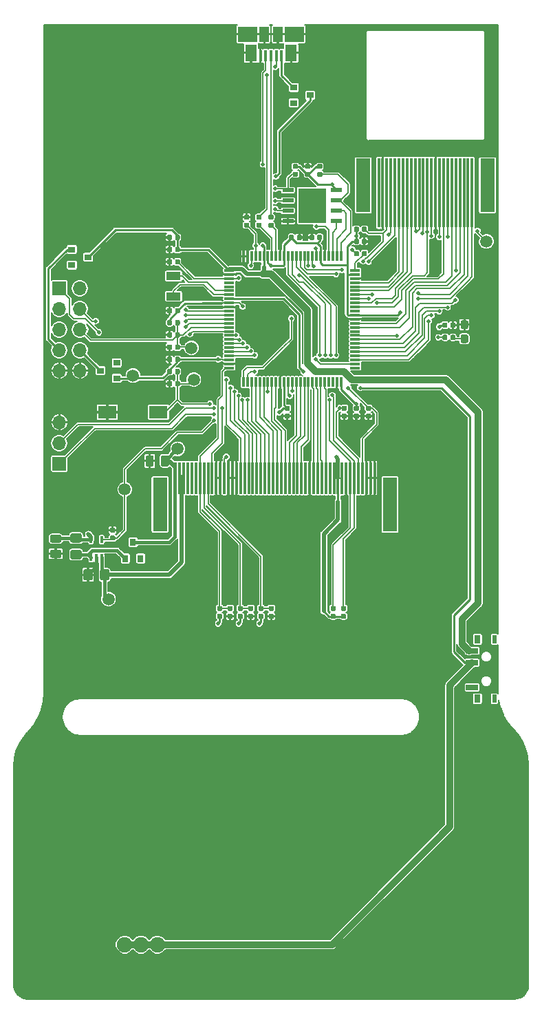
<source format=gtl>
G04 #@! TF.GenerationSoftware,KiCad,Pcbnew,5.0.2-bee76a0~70~ubuntu18.10.1*
G04 #@! TF.CreationDate,2019-03-19T21:34:18-05:00*
G04 #@! TF.ProjectId,camboard,63616d62-6f61-4726-942e-6b696361645f,rev?*
G04 #@! TF.SameCoordinates,Original*
G04 #@! TF.FileFunction,Copper,L1,Top*
G04 #@! TF.FilePolarity,Positive*
%FSLAX46Y46*%
G04 Gerber Fmt 4.6, Leading zero omitted, Abs format (unit mm)*
G04 Created by KiCad (PCBNEW 5.0.2-bee76a0~70~ubuntu18.10.1) date Tue 19 Mar 2019 09:34:18 PM CDT*
%MOMM*%
%LPD*%
G01*
G04 APERTURE LIST*
G04 #@! TA.AperFunction,SMDPad,CuDef*
%ADD10R,1.800000X6.600000*%
G04 #@! TD*
G04 #@! TA.AperFunction,SMDPad,CuDef*
%ADD11R,0.300000X8.550000*%
G04 #@! TD*
G04 #@! TA.AperFunction,BGAPad,CuDef*
%ADD12C,1.500000*%
G04 #@! TD*
G04 #@! TA.AperFunction,SMDPad,CuDef*
%ADD13R,0.300000X3.900000*%
G04 #@! TD*
G04 #@! TA.AperFunction,Conductor*
%ADD14C,0.100000*%
G04 #@! TD*
G04 #@! TA.AperFunction,SMDPad,CuDef*
%ADD15C,0.590000*%
G04 #@! TD*
G04 #@! TA.AperFunction,SMDPad,CuDef*
%ADD16C,0.975000*%
G04 #@! TD*
G04 #@! TA.AperFunction,SMDPad,CuDef*
%ADD17C,0.950000*%
G04 #@! TD*
G04 #@! TA.AperFunction,SMDPad,CuDef*
%ADD18R,0.900000X0.800000*%
G04 #@! TD*
G04 #@! TA.AperFunction,ComponentPad*
%ADD19R,1.700000X1.700000*%
G04 #@! TD*
G04 #@! TA.AperFunction,ComponentPad*
%ADD20O,1.700000X1.700000*%
G04 #@! TD*
G04 #@! TA.AperFunction,SMDPad,CuDef*
%ADD21R,0.450000X1.380000*%
G04 #@! TD*
G04 #@! TA.AperFunction,SMDPad,CuDef*
%ADD22R,1.475000X2.100000*%
G04 #@! TD*
G04 #@! TA.AperFunction,SMDPad,CuDef*
%ADD23R,2.375000X1.900000*%
G04 #@! TD*
G04 #@! TA.AperFunction,SMDPad,CuDef*
%ADD24R,1.175000X1.900000*%
G04 #@! TD*
G04 #@! TA.AperFunction,SMDPad,CuDef*
%ADD25C,1.150000*%
G04 #@! TD*
G04 #@! TA.AperFunction,SMDPad,CuDef*
%ADD26R,2.298700X1.597660*%
G04 #@! TD*
G04 #@! TA.AperFunction,SMDPad,CuDef*
%ADD27R,1.498600X0.698500*%
G04 #@! TD*
G04 #@! TA.AperFunction,SMDPad,CuDef*
%ADD28R,0.599440X0.998220*%
G04 #@! TD*
G04 #@! TA.AperFunction,SMDPad,CuDef*
%ADD29R,0.797560X0.998220*%
G04 #@! TD*
G04 #@! TA.AperFunction,SMDPad,CuDef*
%ADD30R,0.304800X1.219200*%
G04 #@! TD*
G04 #@! TA.AperFunction,SMDPad,CuDef*
%ADD31R,1.219200X0.304800*%
G04 #@! TD*
G04 #@! TA.AperFunction,SMDPad,CuDef*
%ADD32R,1.399540X0.497840*%
G04 #@! TD*
G04 #@! TA.AperFunction,SMDPad,CuDef*
%ADD33R,3.398520X4.297680*%
G04 #@! TD*
G04 #@! TA.AperFunction,SMDPad,CuDef*
%ADD34R,1.800000X1.000000*%
G04 #@! TD*
G04 #@! TA.AperFunction,SMDPad,CuDef*
%ADD35R,0.800000X0.900000*%
G04 #@! TD*
G04 #@! TA.AperFunction,SMDPad,CuDef*
%ADD36R,0.350000X0.850000*%
G04 #@! TD*
G04 #@! TA.AperFunction,ViaPad*
%ADD37C,1.905000*%
G04 #@! TD*
G04 #@! TA.AperFunction,ViaPad*
%ADD38C,0.508000*%
G04 #@! TD*
G04 #@! TA.AperFunction,Conductor*
%ADD39C,0.381000*%
G04 #@! TD*
G04 #@! TA.AperFunction,Conductor*
%ADD40C,0.152400*%
G04 #@! TD*
G04 #@! TA.AperFunction,Conductor*
%ADD41C,0.254000*%
G04 #@! TD*
G04 #@! TA.AperFunction,Conductor*
%ADD42C,0.508000*%
G04 #@! TD*
G04 #@! TA.AperFunction,Conductor*
%ADD43C,0.812800*%
G04 #@! TD*
G04 #@! TA.AperFunction,Conductor*
%ADD44C,0.152000*%
G04 #@! TD*
G04 APERTURE END LIST*
D10*
G04 #@! TO.P,J3,MP*
G04 #@! TO.N,N/C*
X11350000Y22400000D03*
X26650000Y22400000D03*
D11*
G04 #@! TO.P,J3,24*
G04 #@! TO.N,/CAM_D0*
X24750000Y21475000D03*
G04 #@! TO.P,J3,23*
G04 #@! TO.N,/CAM_D1*
X24250000Y21475000D03*
G04 #@! TO.P,J3,22*
G04 #@! TO.N,/CAM_D4*
X23750000Y21475000D03*
G04 #@! TO.P,J3,21*
G04 #@! TO.N,/CAM_D3*
X23250000Y21475000D03*
G04 #@! TO.P,J3,20*
G04 #@! TO.N,/CAM_D5*
X22750000Y21475000D03*
G04 #@! TO.P,J3,19*
G04 #@! TO.N,/CAM_D2*
X22250000Y21475000D03*
G04 #@! TO.P,J3,18*
G04 #@! TO.N,/CAM_D6*
X21750000Y21475000D03*
G04 #@! TO.P,J3,17*
G04 #@! TO.N,/CAM_PCLK*
X21250000Y21475000D03*
G04 #@! TO.P,J3,16*
G04 #@! TO.N,/CAM_D7*
X20750000Y21475000D03*
G04 #@! TO.P,J3,15*
G04 #@! TO.N,GND*
X20250000Y21475000D03*
G04 #@! TO.P,J3,14*
G04 #@! TO.N,/CAM_D8*
X19750000Y21475000D03*
G04 #@! TO.P,J3,13*
G04 #@! TO.N,/CAM_XCLK1*
X19250000Y21475000D03*
G04 #@! TO.P,J3,12*
G04 #@! TO.N,/CAM_D9*
X18750000Y21475000D03*
G04 #@! TO.P,J3,11*
G04 #@! TO.N,+3V3*
X18250000Y21475000D03*
G04 #@! TO.P,J3,10*
X17750000Y21475000D03*
G04 #@! TO.P,J3,9*
G04 #@! TO.N,/CAM_HREF*
X17250000Y21475000D03*
G04 #@! TO.P,J3,8*
G04 #@! TO.N,/CAM_PWRDN*
X16750000Y21475000D03*
G04 #@! TO.P,J3,7*
G04 #@! TO.N,/CAM_VSYNC*
X16250000Y21475000D03*
G04 #@! TO.P,J3,6*
G04 #@! TO.N,/CAM_RST_b*
X15750000Y21475000D03*
G04 #@! TO.P,J3,5*
G04 #@! TO.N,/CAM_SIO_C*
X15250000Y21475000D03*
G04 #@! TO.P,J3,4*
G04 #@! TO.N,+3V3*
X14750000Y21475000D03*
G04 #@! TO.P,J3,3*
G04 #@! TO.N,/CAM_SIO_D*
X14250000Y21475000D03*
G04 #@! TO.P,J3,2*
G04 #@! TO.N,GND*
X13750000Y21475000D03*
G04 #@! TO.P,J3,1*
G04 #@! TO.N,Net-(J3-Pad1)*
X13250000Y21475000D03*
G04 #@! TD*
D12*
G04 #@! TO.P,TP4,1*
G04 #@! TO.N,/CAM_XCLK1*
X26500000Y15500000D03*
G04 #@! TD*
D10*
G04 #@! TO.P,J2,MP*
G04 #@! TO.N,N/C*
X-13650000Y-16860000D03*
D13*
G04 #@! TO.P,J2,4*
G04 #@! TO.N,Net-(J2-Pad4)*
X-10250000Y-13610000D03*
G04 #@! TO.P,J2,27*
G04 #@! TO.N,/DISP_DB5*
X1250000Y-13610000D03*
G04 #@! TO.P,J2,50*
G04 #@! TO.N,GND*
X12750000Y-13610000D03*
G04 #@! TO.P,J2,28*
G04 #@! TO.N,/DISP_DB4*
X1750000Y-13610000D03*
G04 #@! TO.P,J2,18*
G04 #@! TO.N,/DISP_DB14*
X-3250000Y-13610000D03*
G04 #@! TO.P,J2,3*
G04 #@! TO.N,/BKLT_K*
X-10750000Y-13610000D03*
G04 #@! TO.P,J2,1*
G04 #@! TO.N,/BKLT_A*
X-11750000Y-13610000D03*
G04 #@! TO.P,J2,46*
G04 #@! TO.N,/CTP_INT*
X10750000Y-13610000D03*
D10*
G04 #@! TO.P,J2,MP*
G04 #@! TO.N,N/C*
X14650000Y-16860000D03*
D13*
G04 #@! TO.P,J2,35*
G04 #@! TO.N,/DISP_RDX*
X5250000Y-13610000D03*
G04 #@! TO.P,J2,44*
G04 #@! TO.N,/CTP_SCL*
X9750000Y-13610000D03*
G04 #@! TO.P,J2,26*
G04 #@! TO.N,/DISP_DB6*
X750000Y-13610000D03*
G04 #@! TO.P,J2,40*
G04 #@! TO.N,+3V3*
X7750000Y-13610000D03*
G04 #@! TO.P,J2,38*
G04 #@! TO.N,/DISP_CSX*
X6750000Y-13610000D03*
G04 #@! TO.P,J2,2*
G04 #@! TO.N,/BKLT_K*
X-11250000Y-13610000D03*
G04 #@! TO.P,J2,34*
G04 #@! TO.N,GND*
X4750000Y-13610000D03*
G04 #@! TO.P,J2,33*
G04 #@! TO.N,Net-(J2-Pad33)*
X4250000Y-13610000D03*
G04 #@! TO.P,J2,48*
G04 #@! TO.N,GND*
X11750000Y-13610000D03*
G04 #@! TO.P,J2,5*
G04 #@! TO.N,Net-(J2-Pad5)*
X-9750000Y-13610000D03*
G04 #@! TO.P,J2,36*
G04 #@! TO.N,/DISP_WRX*
X5750000Y-13610000D03*
G04 #@! TO.P,J2,6*
G04 #@! TO.N,Net-(J2-Pad6)*
X-9250000Y-13610000D03*
G04 #@! TO.P,J2,13*
G04 #@! TO.N,+3V3*
X-5750000Y-13610000D03*
G04 #@! TO.P,J2,39*
G04 #@! TO.N,Net-(J2-Pad39)*
X7250000Y-13610000D03*
G04 #@! TO.P,J2,47*
G04 #@! TO.N,/CTP_RST_b*
X11250000Y-13610000D03*
G04 #@! TO.P,J2,45*
G04 #@! TO.N,/CTP_SDA*
X10250000Y-13610000D03*
G04 #@! TO.P,J2,41*
G04 #@! TO.N,+3V3*
X8250000Y-13610000D03*
G04 #@! TO.P,J2,7*
G04 #@! TO.N,/DISP_IM0*
X-8750000Y-13610000D03*
G04 #@! TO.P,J2,15*
G04 #@! TO.N,GND*
X-4750000Y-13610000D03*
G04 #@! TO.P,J2,42*
G04 #@! TO.N,+3V3*
X8750000Y-13610000D03*
G04 #@! TO.P,J2,49*
G04 #@! TO.N,GND*
X12250000Y-13610000D03*
G04 #@! TO.P,J2,37*
G04 #@! TO.N,/DISP_DCX*
X6250000Y-13610000D03*
G04 #@! TO.P,J2,9*
G04 #@! TO.N,/DISP_IM2*
X-7750000Y-13610000D03*
G04 #@! TO.P,J2,21*
G04 #@! TO.N,/DISP_DB11*
X-1750000Y-13610000D03*
G04 #@! TO.P,J2,14*
G04 #@! TO.N,GND*
X-5250000Y-13610000D03*
G04 #@! TO.P,J2,20*
G04 #@! TO.N,/DISP_DB12*
X-2250000Y-13610000D03*
G04 #@! TO.P,J2,22*
G04 #@! TO.N,/DISP_DB10*
X-1250000Y-13610000D03*
G04 #@! TO.P,J2,8*
G04 #@! TO.N,/DISP_IM1*
X-8250000Y-13610000D03*
G04 #@! TO.P,J2,10*
G04 #@! TO.N,/DISP_RESET_b*
X-7250000Y-13610000D03*
G04 #@! TO.P,J2,19*
G04 #@! TO.N,/DISP_DB13*
X-2750000Y-13610000D03*
G04 #@! TO.P,J2,16*
G04 #@! TO.N,GND*
X-4250000Y-13610000D03*
G04 #@! TO.P,J2,32*
G04 #@! TO.N,/DISP_DB0*
X3750000Y-13610000D03*
G04 #@! TO.P,J2,29*
G04 #@! TO.N,/DISP_DB3*
X2250000Y-13610000D03*
G04 #@! TO.P,J2,31*
G04 #@! TO.N,/DISP_DB1*
X3250000Y-13610000D03*
G04 #@! TO.P,J2,23*
G04 #@! TO.N,/DISP_DB9*
X-750000Y-13610000D03*
G04 #@! TO.P,J2,12*
G04 #@! TO.N,GND*
X-6250000Y-13610000D03*
G04 #@! TO.P,J2,24*
G04 #@! TO.N,/DISP_DB8*
X-250000Y-13610000D03*
G04 #@! TO.P,J2,11*
G04 #@! TO.N,GND*
X-6750000Y-13610000D03*
G04 #@! TO.P,J2,17*
G04 #@! TO.N,/DISP_DB15*
X-3750000Y-13610000D03*
G04 #@! TO.P,J2,30*
G04 #@! TO.N,/DISP_DB2*
X2750000Y-13610000D03*
G04 #@! TO.P,J2,43*
G04 #@! TO.N,GND*
X9250000Y-13610000D03*
G04 #@! TO.P,J2,25*
G04 #@! TO.N,/DISP_DB7*
X250000Y-13610000D03*
G04 #@! TD*
D14*
G04 #@! TO.N,+3V3*
G04 #@! TO.C,C1*
G36*
X6146958Y16319290D02*
X6161276Y16317166D01*
X6175317Y16313649D01*
X6188946Y16308772D01*
X6202031Y16302583D01*
X6214447Y16295142D01*
X6226073Y16286519D01*
X6236798Y16276798D01*
X6246519Y16266073D01*
X6255142Y16254447D01*
X6262583Y16242031D01*
X6268772Y16228946D01*
X6273649Y16215317D01*
X6277166Y16201276D01*
X6279290Y16186958D01*
X6280000Y16172500D01*
X6280000Y15827500D01*
X6279290Y15813042D01*
X6277166Y15798724D01*
X6273649Y15784683D01*
X6268772Y15771054D01*
X6262583Y15757969D01*
X6255142Y15745553D01*
X6246519Y15733927D01*
X6236798Y15723202D01*
X6226073Y15713481D01*
X6214447Y15704858D01*
X6202031Y15697417D01*
X6188946Y15691228D01*
X6175317Y15686351D01*
X6161276Y15682834D01*
X6146958Y15680710D01*
X6132500Y15680000D01*
X5837500Y15680000D01*
X5823042Y15680710D01*
X5808724Y15682834D01*
X5794683Y15686351D01*
X5781054Y15691228D01*
X5767969Y15697417D01*
X5755553Y15704858D01*
X5743927Y15713481D01*
X5733202Y15723202D01*
X5723481Y15733927D01*
X5714858Y15745553D01*
X5707417Y15757969D01*
X5701228Y15771054D01*
X5696351Y15784683D01*
X5692834Y15798724D01*
X5690710Y15813042D01*
X5690000Y15827500D01*
X5690000Y16172500D01*
X5690710Y16186958D01*
X5692834Y16201276D01*
X5696351Y16215317D01*
X5701228Y16228946D01*
X5707417Y16242031D01*
X5714858Y16254447D01*
X5723481Y16266073D01*
X5733202Y16276798D01*
X5743927Y16286519D01*
X5755553Y16295142D01*
X5767969Y16302583D01*
X5781054Y16308772D01*
X5794683Y16313649D01*
X5808724Y16317166D01*
X5823042Y16319290D01*
X5837500Y16320000D01*
X6132500Y16320000D01*
X6146958Y16319290D01*
X6146958Y16319290D01*
G37*
D15*
G04 #@! TD*
G04 #@! TO.P,C1,1*
G04 #@! TO.N,+3V3*
X5985000Y16000000D03*
D14*
G04 #@! TO.N,GND*
G04 #@! TO.C,C1*
G36*
X5176958Y16319290D02*
X5191276Y16317166D01*
X5205317Y16313649D01*
X5218946Y16308772D01*
X5232031Y16302583D01*
X5244447Y16295142D01*
X5256073Y16286519D01*
X5266798Y16276798D01*
X5276519Y16266073D01*
X5285142Y16254447D01*
X5292583Y16242031D01*
X5298772Y16228946D01*
X5303649Y16215317D01*
X5307166Y16201276D01*
X5309290Y16186958D01*
X5310000Y16172500D01*
X5310000Y15827500D01*
X5309290Y15813042D01*
X5307166Y15798724D01*
X5303649Y15784683D01*
X5298772Y15771054D01*
X5292583Y15757969D01*
X5285142Y15745553D01*
X5276519Y15733927D01*
X5266798Y15723202D01*
X5256073Y15713481D01*
X5244447Y15704858D01*
X5232031Y15697417D01*
X5218946Y15691228D01*
X5205317Y15686351D01*
X5191276Y15682834D01*
X5176958Y15680710D01*
X5162500Y15680000D01*
X4867500Y15680000D01*
X4853042Y15680710D01*
X4838724Y15682834D01*
X4824683Y15686351D01*
X4811054Y15691228D01*
X4797969Y15697417D01*
X4785553Y15704858D01*
X4773927Y15713481D01*
X4763202Y15723202D01*
X4753481Y15733927D01*
X4744858Y15745553D01*
X4737417Y15757969D01*
X4731228Y15771054D01*
X4726351Y15784683D01*
X4722834Y15798724D01*
X4720710Y15813042D01*
X4720000Y15827500D01*
X4720000Y16172500D01*
X4720710Y16186958D01*
X4722834Y16201276D01*
X4726351Y16215317D01*
X4731228Y16228946D01*
X4737417Y16242031D01*
X4744858Y16254447D01*
X4753481Y16266073D01*
X4763202Y16276798D01*
X4773927Y16286519D01*
X4785553Y16295142D01*
X4797969Y16302583D01*
X4811054Y16308772D01*
X4824683Y16313649D01*
X4838724Y16317166D01*
X4853042Y16319290D01*
X4867500Y16320000D01*
X5162500Y16320000D01*
X5176958Y16319290D01*
X5176958Y16319290D01*
G37*
D15*
G04 #@! TD*
G04 #@! TO.P,C1,2*
G04 #@! TO.N,GND*
X5015000Y16000000D03*
D14*
G04 #@! TO.N,GND*
G04 #@! TO.C,C2*
G36*
X3646958Y16319290D02*
X3661276Y16317166D01*
X3675317Y16313649D01*
X3688946Y16308772D01*
X3702031Y16302583D01*
X3714447Y16295142D01*
X3726073Y16286519D01*
X3736798Y16276798D01*
X3746519Y16266073D01*
X3755142Y16254447D01*
X3762583Y16242031D01*
X3768772Y16228946D01*
X3773649Y16215317D01*
X3777166Y16201276D01*
X3779290Y16186958D01*
X3780000Y16172500D01*
X3780000Y15827500D01*
X3779290Y15813042D01*
X3777166Y15798724D01*
X3773649Y15784683D01*
X3768772Y15771054D01*
X3762583Y15757969D01*
X3755142Y15745553D01*
X3746519Y15733927D01*
X3736798Y15723202D01*
X3726073Y15713481D01*
X3714447Y15704858D01*
X3702031Y15697417D01*
X3688946Y15691228D01*
X3675317Y15686351D01*
X3661276Y15682834D01*
X3646958Y15680710D01*
X3632500Y15680000D01*
X3337500Y15680000D01*
X3323042Y15680710D01*
X3308724Y15682834D01*
X3294683Y15686351D01*
X3281054Y15691228D01*
X3267969Y15697417D01*
X3255553Y15704858D01*
X3243927Y15713481D01*
X3233202Y15723202D01*
X3223481Y15733927D01*
X3214858Y15745553D01*
X3207417Y15757969D01*
X3201228Y15771054D01*
X3196351Y15784683D01*
X3192834Y15798724D01*
X3190710Y15813042D01*
X3190000Y15827500D01*
X3190000Y16172500D01*
X3190710Y16186958D01*
X3192834Y16201276D01*
X3196351Y16215317D01*
X3201228Y16228946D01*
X3207417Y16242031D01*
X3214858Y16254447D01*
X3223481Y16266073D01*
X3233202Y16276798D01*
X3243927Y16286519D01*
X3255553Y16295142D01*
X3267969Y16302583D01*
X3281054Y16308772D01*
X3294683Y16313649D01*
X3308724Y16317166D01*
X3323042Y16319290D01*
X3337500Y16320000D01*
X3632500Y16320000D01*
X3646958Y16319290D01*
X3646958Y16319290D01*
G37*
D15*
G04 #@! TD*
G04 #@! TO.P,C2,2*
G04 #@! TO.N,GND*
X3485000Y16000000D03*
D14*
G04 #@! TO.N,+3V3*
G04 #@! TO.C,C2*
G36*
X2676958Y16319290D02*
X2691276Y16317166D01*
X2705317Y16313649D01*
X2718946Y16308772D01*
X2732031Y16302583D01*
X2744447Y16295142D01*
X2756073Y16286519D01*
X2766798Y16276798D01*
X2776519Y16266073D01*
X2785142Y16254447D01*
X2792583Y16242031D01*
X2798772Y16228946D01*
X2803649Y16215317D01*
X2807166Y16201276D01*
X2809290Y16186958D01*
X2810000Y16172500D01*
X2810000Y15827500D01*
X2809290Y15813042D01*
X2807166Y15798724D01*
X2803649Y15784683D01*
X2798772Y15771054D01*
X2792583Y15757969D01*
X2785142Y15745553D01*
X2776519Y15733927D01*
X2766798Y15723202D01*
X2756073Y15713481D01*
X2744447Y15704858D01*
X2732031Y15697417D01*
X2718946Y15691228D01*
X2705317Y15686351D01*
X2691276Y15682834D01*
X2676958Y15680710D01*
X2662500Y15680000D01*
X2367500Y15680000D01*
X2353042Y15680710D01*
X2338724Y15682834D01*
X2324683Y15686351D01*
X2311054Y15691228D01*
X2297969Y15697417D01*
X2285553Y15704858D01*
X2273927Y15713481D01*
X2263202Y15723202D01*
X2253481Y15733927D01*
X2244858Y15745553D01*
X2237417Y15757969D01*
X2231228Y15771054D01*
X2226351Y15784683D01*
X2222834Y15798724D01*
X2220710Y15813042D01*
X2220000Y15827500D01*
X2220000Y16172500D01*
X2220710Y16186958D01*
X2222834Y16201276D01*
X2226351Y16215317D01*
X2231228Y16228946D01*
X2237417Y16242031D01*
X2244858Y16254447D01*
X2253481Y16266073D01*
X2263202Y16276798D01*
X2273927Y16286519D01*
X2285553Y16295142D01*
X2297969Y16302583D01*
X2311054Y16308772D01*
X2324683Y16313649D01*
X2338724Y16317166D01*
X2353042Y16319290D01*
X2367500Y16320000D01*
X2662500Y16320000D01*
X2676958Y16319290D01*
X2676958Y16319290D01*
G37*
D15*
G04 #@! TD*
G04 #@! TO.P,C2,1*
G04 #@! TO.N,+3V3*
X2515000Y16000000D03*
D14*
G04 #@! TO.N,+3V3*
G04 #@! TO.C,C3*
G36*
X-2813042Y17809290D02*
X-2798724Y17807166D01*
X-2784683Y17803649D01*
X-2771054Y17798772D01*
X-2757969Y17792583D01*
X-2745553Y17785142D01*
X-2733927Y17776519D01*
X-2723202Y17766798D01*
X-2713481Y17756073D01*
X-2704858Y17744447D01*
X-2697417Y17732031D01*
X-2691228Y17718946D01*
X-2686351Y17705317D01*
X-2682834Y17691276D01*
X-2680710Y17676958D01*
X-2680000Y17662500D01*
X-2680000Y17367500D01*
X-2680710Y17353042D01*
X-2682834Y17338724D01*
X-2686351Y17324683D01*
X-2691228Y17311054D01*
X-2697417Y17297969D01*
X-2704858Y17285553D01*
X-2713481Y17273927D01*
X-2723202Y17263202D01*
X-2733927Y17253481D01*
X-2745553Y17244858D01*
X-2757969Y17237417D01*
X-2771054Y17231228D01*
X-2784683Y17226351D01*
X-2798724Y17222834D01*
X-2813042Y17220710D01*
X-2827500Y17220000D01*
X-3172500Y17220000D01*
X-3186958Y17220710D01*
X-3201276Y17222834D01*
X-3215317Y17226351D01*
X-3228946Y17231228D01*
X-3242031Y17237417D01*
X-3254447Y17244858D01*
X-3266073Y17253481D01*
X-3276798Y17263202D01*
X-3286519Y17273927D01*
X-3295142Y17285553D01*
X-3302583Y17297969D01*
X-3308772Y17311054D01*
X-3313649Y17324683D01*
X-3317166Y17338724D01*
X-3319290Y17353042D01*
X-3320000Y17367500D01*
X-3320000Y17662500D01*
X-3319290Y17676958D01*
X-3317166Y17691276D01*
X-3313649Y17705317D01*
X-3308772Y17718946D01*
X-3302583Y17732031D01*
X-3295142Y17744447D01*
X-3286519Y17756073D01*
X-3276798Y17766798D01*
X-3266073Y17776519D01*
X-3254447Y17785142D01*
X-3242031Y17792583D01*
X-3228946Y17798772D01*
X-3215317Y17803649D01*
X-3201276Y17807166D01*
X-3186958Y17809290D01*
X-3172500Y17810000D01*
X-2827500Y17810000D01*
X-2813042Y17809290D01*
X-2813042Y17809290D01*
G37*
D15*
G04 #@! TD*
G04 #@! TO.P,C3,1*
G04 #@! TO.N,+3V3*
X-3000000Y17515000D03*
D14*
G04 #@! TO.N,GND*
G04 #@! TO.C,C3*
G36*
X-2813042Y18779290D02*
X-2798724Y18777166D01*
X-2784683Y18773649D01*
X-2771054Y18768772D01*
X-2757969Y18762583D01*
X-2745553Y18755142D01*
X-2733927Y18746519D01*
X-2723202Y18736798D01*
X-2713481Y18726073D01*
X-2704858Y18714447D01*
X-2697417Y18702031D01*
X-2691228Y18688946D01*
X-2686351Y18675317D01*
X-2682834Y18661276D01*
X-2680710Y18646958D01*
X-2680000Y18632500D01*
X-2680000Y18337500D01*
X-2680710Y18323042D01*
X-2682834Y18308724D01*
X-2686351Y18294683D01*
X-2691228Y18281054D01*
X-2697417Y18267969D01*
X-2704858Y18255553D01*
X-2713481Y18243927D01*
X-2723202Y18233202D01*
X-2733927Y18223481D01*
X-2745553Y18214858D01*
X-2757969Y18207417D01*
X-2771054Y18201228D01*
X-2784683Y18196351D01*
X-2798724Y18192834D01*
X-2813042Y18190710D01*
X-2827500Y18190000D01*
X-3172500Y18190000D01*
X-3186958Y18190710D01*
X-3201276Y18192834D01*
X-3215317Y18196351D01*
X-3228946Y18201228D01*
X-3242031Y18207417D01*
X-3254447Y18214858D01*
X-3266073Y18223481D01*
X-3276798Y18233202D01*
X-3286519Y18243927D01*
X-3295142Y18255553D01*
X-3302583Y18267969D01*
X-3308772Y18281054D01*
X-3313649Y18294683D01*
X-3317166Y18308724D01*
X-3319290Y18323042D01*
X-3320000Y18337500D01*
X-3320000Y18632500D01*
X-3319290Y18646958D01*
X-3317166Y18661276D01*
X-3313649Y18675317D01*
X-3308772Y18688946D01*
X-3302583Y18702031D01*
X-3295142Y18714447D01*
X-3286519Y18726073D01*
X-3276798Y18736798D01*
X-3266073Y18746519D01*
X-3254447Y18755142D01*
X-3242031Y18762583D01*
X-3228946Y18768772D01*
X-3215317Y18773649D01*
X-3201276Y18777166D01*
X-3186958Y18779290D01*
X-3172500Y18780000D01*
X-2827500Y18780000D01*
X-2813042Y18779290D01*
X-2813042Y18779290D01*
G37*
D15*
G04 #@! TD*
G04 #@! TO.P,C3,2*
G04 #@! TO.N,GND*
X-3000000Y18485000D03*
D14*
G04 #@! TO.N,GND*
G04 #@! TO.C,C4*
G36*
X-12323042Y7319290D02*
X-12308724Y7317166D01*
X-12294683Y7313649D01*
X-12281054Y7308772D01*
X-12267969Y7302583D01*
X-12255553Y7295142D01*
X-12243927Y7286519D01*
X-12233202Y7276798D01*
X-12223481Y7266073D01*
X-12214858Y7254447D01*
X-12207417Y7242031D01*
X-12201228Y7228946D01*
X-12196351Y7215317D01*
X-12192834Y7201276D01*
X-12190710Y7186958D01*
X-12190000Y7172500D01*
X-12190000Y6827500D01*
X-12190710Y6813042D01*
X-12192834Y6798724D01*
X-12196351Y6784683D01*
X-12201228Y6771054D01*
X-12207417Y6757969D01*
X-12214858Y6745553D01*
X-12223481Y6733927D01*
X-12233202Y6723202D01*
X-12243927Y6713481D01*
X-12255553Y6704858D01*
X-12267969Y6697417D01*
X-12281054Y6691228D01*
X-12294683Y6686351D01*
X-12308724Y6682834D01*
X-12323042Y6680710D01*
X-12337500Y6680000D01*
X-12632500Y6680000D01*
X-12646958Y6680710D01*
X-12661276Y6682834D01*
X-12675317Y6686351D01*
X-12688946Y6691228D01*
X-12702031Y6697417D01*
X-12714447Y6704858D01*
X-12726073Y6713481D01*
X-12736798Y6723202D01*
X-12746519Y6733927D01*
X-12755142Y6745553D01*
X-12762583Y6757969D01*
X-12768772Y6771054D01*
X-12773649Y6784683D01*
X-12777166Y6798724D01*
X-12779290Y6813042D01*
X-12780000Y6827500D01*
X-12780000Y7172500D01*
X-12779290Y7186958D01*
X-12777166Y7201276D01*
X-12773649Y7215317D01*
X-12768772Y7228946D01*
X-12762583Y7242031D01*
X-12755142Y7254447D01*
X-12746519Y7266073D01*
X-12736798Y7276798D01*
X-12726073Y7286519D01*
X-12714447Y7295142D01*
X-12702031Y7302583D01*
X-12688946Y7308772D01*
X-12675317Y7313649D01*
X-12661276Y7317166D01*
X-12646958Y7319290D01*
X-12632500Y7320000D01*
X-12337500Y7320000D01*
X-12323042Y7319290D01*
X-12323042Y7319290D01*
G37*
D15*
G04 #@! TD*
G04 #@! TO.P,C4,2*
G04 #@! TO.N,GND*
X-12485000Y7000000D03*
D14*
G04 #@! TO.N,+3V3*
G04 #@! TO.C,C4*
G36*
X-11353042Y7319290D02*
X-11338724Y7317166D01*
X-11324683Y7313649D01*
X-11311054Y7308772D01*
X-11297969Y7302583D01*
X-11285553Y7295142D01*
X-11273927Y7286519D01*
X-11263202Y7276798D01*
X-11253481Y7266073D01*
X-11244858Y7254447D01*
X-11237417Y7242031D01*
X-11231228Y7228946D01*
X-11226351Y7215317D01*
X-11222834Y7201276D01*
X-11220710Y7186958D01*
X-11220000Y7172500D01*
X-11220000Y6827500D01*
X-11220710Y6813042D01*
X-11222834Y6798724D01*
X-11226351Y6784683D01*
X-11231228Y6771054D01*
X-11237417Y6757969D01*
X-11244858Y6745553D01*
X-11253481Y6733927D01*
X-11263202Y6723202D01*
X-11273927Y6713481D01*
X-11285553Y6704858D01*
X-11297969Y6697417D01*
X-11311054Y6691228D01*
X-11324683Y6686351D01*
X-11338724Y6682834D01*
X-11353042Y6680710D01*
X-11367500Y6680000D01*
X-11662500Y6680000D01*
X-11676958Y6680710D01*
X-11691276Y6682834D01*
X-11705317Y6686351D01*
X-11718946Y6691228D01*
X-11732031Y6697417D01*
X-11744447Y6704858D01*
X-11756073Y6713481D01*
X-11766798Y6723202D01*
X-11776519Y6733927D01*
X-11785142Y6745553D01*
X-11792583Y6757969D01*
X-11798772Y6771054D01*
X-11803649Y6784683D01*
X-11807166Y6798724D01*
X-11809290Y6813042D01*
X-11810000Y6827500D01*
X-11810000Y7172500D01*
X-11809290Y7186958D01*
X-11807166Y7201276D01*
X-11803649Y7215317D01*
X-11798772Y7228946D01*
X-11792583Y7242031D01*
X-11785142Y7254447D01*
X-11776519Y7266073D01*
X-11766798Y7276798D01*
X-11756073Y7286519D01*
X-11744447Y7295142D01*
X-11732031Y7302583D01*
X-11718946Y7308772D01*
X-11705317Y7313649D01*
X-11691276Y7317166D01*
X-11676958Y7319290D01*
X-11662500Y7320000D01*
X-11367500Y7320000D01*
X-11353042Y7319290D01*
X-11353042Y7319290D01*
G37*
D15*
G04 #@! TD*
G04 #@! TO.P,C4,1*
G04 #@! TO.N,+3V3*
X-11515000Y7000000D03*
D14*
G04 #@! TO.N,+3V3*
G04 #@! TO.C,C5*
G36*
X-11353042Y1319290D02*
X-11338724Y1317166D01*
X-11324683Y1313649D01*
X-11311054Y1308772D01*
X-11297969Y1302583D01*
X-11285553Y1295142D01*
X-11273927Y1286519D01*
X-11263202Y1276798D01*
X-11253481Y1266073D01*
X-11244858Y1254447D01*
X-11237417Y1242031D01*
X-11231228Y1228946D01*
X-11226351Y1215317D01*
X-11222834Y1201276D01*
X-11220710Y1186958D01*
X-11220000Y1172500D01*
X-11220000Y827500D01*
X-11220710Y813042D01*
X-11222834Y798724D01*
X-11226351Y784683D01*
X-11231228Y771054D01*
X-11237417Y757969D01*
X-11244858Y745553D01*
X-11253481Y733927D01*
X-11263202Y723202D01*
X-11273927Y713481D01*
X-11285553Y704858D01*
X-11297969Y697417D01*
X-11311054Y691228D01*
X-11324683Y686351D01*
X-11338724Y682834D01*
X-11353042Y680710D01*
X-11367500Y680000D01*
X-11662500Y680000D01*
X-11676958Y680710D01*
X-11691276Y682834D01*
X-11705317Y686351D01*
X-11718946Y691228D01*
X-11732031Y697417D01*
X-11744447Y704858D01*
X-11756073Y713481D01*
X-11766798Y723202D01*
X-11776519Y733927D01*
X-11785142Y745553D01*
X-11792583Y757969D01*
X-11798772Y771054D01*
X-11803649Y784683D01*
X-11807166Y798724D01*
X-11809290Y813042D01*
X-11810000Y827500D01*
X-11810000Y1172500D01*
X-11809290Y1186958D01*
X-11807166Y1201276D01*
X-11803649Y1215317D01*
X-11798772Y1228946D01*
X-11792583Y1242031D01*
X-11785142Y1254447D01*
X-11776519Y1266073D01*
X-11766798Y1276798D01*
X-11756073Y1286519D01*
X-11744447Y1295142D01*
X-11732031Y1302583D01*
X-11718946Y1308772D01*
X-11705317Y1313649D01*
X-11691276Y1317166D01*
X-11676958Y1319290D01*
X-11662500Y1320000D01*
X-11367500Y1320000D01*
X-11353042Y1319290D01*
X-11353042Y1319290D01*
G37*
D15*
G04 #@! TD*
G04 #@! TO.P,C5,1*
G04 #@! TO.N,+3V3*
X-11515000Y1000000D03*
D14*
G04 #@! TO.N,GND*
G04 #@! TO.C,C5*
G36*
X-12323042Y1319290D02*
X-12308724Y1317166D01*
X-12294683Y1313649D01*
X-12281054Y1308772D01*
X-12267969Y1302583D01*
X-12255553Y1295142D01*
X-12243927Y1286519D01*
X-12233202Y1276798D01*
X-12223481Y1266073D01*
X-12214858Y1254447D01*
X-12207417Y1242031D01*
X-12201228Y1228946D01*
X-12196351Y1215317D01*
X-12192834Y1201276D01*
X-12190710Y1186958D01*
X-12190000Y1172500D01*
X-12190000Y827500D01*
X-12190710Y813042D01*
X-12192834Y798724D01*
X-12196351Y784683D01*
X-12201228Y771054D01*
X-12207417Y757969D01*
X-12214858Y745553D01*
X-12223481Y733927D01*
X-12233202Y723202D01*
X-12243927Y713481D01*
X-12255553Y704858D01*
X-12267969Y697417D01*
X-12281054Y691228D01*
X-12294683Y686351D01*
X-12308724Y682834D01*
X-12323042Y680710D01*
X-12337500Y680000D01*
X-12632500Y680000D01*
X-12646958Y680710D01*
X-12661276Y682834D01*
X-12675317Y686351D01*
X-12688946Y691228D01*
X-12702031Y697417D01*
X-12714447Y704858D01*
X-12726073Y713481D01*
X-12736798Y723202D01*
X-12746519Y733927D01*
X-12755142Y745553D01*
X-12762583Y757969D01*
X-12768772Y771054D01*
X-12773649Y784683D01*
X-12777166Y798724D01*
X-12779290Y813042D01*
X-12780000Y827500D01*
X-12780000Y1172500D01*
X-12779290Y1186958D01*
X-12777166Y1201276D01*
X-12773649Y1215317D01*
X-12768772Y1228946D01*
X-12762583Y1242031D01*
X-12755142Y1254447D01*
X-12746519Y1266073D01*
X-12736798Y1276798D01*
X-12726073Y1286519D01*
X-12714447Y1295142D01*
X-12702031Y1302583D01*
X-12688946Y1308772D01*
X-12675317Y1313649D01*
X-12661276Y1317166D01*
X-12646958Y1319290D01*
X-12632500Y1320000D01*
X-12337500Y1320000D01*
X-12323042Y1319290D01*
X-12323042Y1319290D01*
G37*
D15*
G04 #@! TD*
G04 #@! TO.P,C5,2*
G04 #@! TO.N,GND*
X-12485000Y1000000D03*
D14*
G04 #@! TO.N,GND*
G04 #@! TO.C,C6*
G36*
X2186958Y-5690710D02*
X2201276Y-5692834D01*
X2215317Y-5696351D01*
X2228946Y-5701228D01*
X2242031Y-5707417D01*
X2254447Y-5714858D01*
X2266073Y-5723481D01*
X2276798Y-5733202D01*
X2286519Y-5743927D01*
X2295142Y-5755553D01*
X2302583Y-5767969D01*
X2308772Y-5781054D01*
X2313649Y-5794683D01*
X2317166Y-5808724D01*
X2319290Y-5823042D01*
X2320000Y-5837500D01*
X2320000Y-6132500D01*
X2319290Y-6146958D01*
X2317166Y-6161276D01*
X2313649Y-6175317D01*
X2308772Y-6188946D01*
X2302583Y-6202031D01*
X2295142Y-6214447D01*
X2286519Y-6226073D01*
X2276798Y-6236798D01*
X2266073Y-6246519D01*
X2254447Y-6255142D01*
X2242031Y-6262583D01*
X2228946Y-6268772D01*
X2215317Y-6273649D01*
X2201276Y-6277166D01*
X2186958Y-6279290D01*
X2172500Y-6280000D01*
X1827500Y-6280000D01*
X1813042Y-6279290D01*
X1798724Y-6277166D01*
X1784683Y-6273649D01*
X1771054Y-6268772D01*
X1757969Y-6262583D01*
X1745553Y-6255142D01*
X1733927Y-6246519D01*
X1723202Y-6236798D01*
X1713481Y-6226073D01*
X1704858Y-6214447D01*
X1697417Y-6202031D01*
X1691228Y-6188946D01*
X1686351Y-6175317D01*
X1682834Y-6161276D01*
X1680710Y-6146958D01*
X1680000Y-6132500D01*
X1680000Y-5837500D01*
X1680710Y-5823042D01*
X1682834Y-5808724D01*
X1686351Y-5794683D01*
X1691228Y-5781054D01*
X1697417Y-5767969D01*
X1704858Y-5755553D01*
X1713481Y-5743927D01*
X1723202Y-5733202D01*
X1733927Y-5723481D01*
X1745553Y-5714858D01*
X1757969Y-5707417D01*
X1771054Y-5701228D01*
X1784683Y-5696351D01*
X1798724Y-5692834D01*
X1813042Y-5690710D01*
X1827500Y-5690000D01*
X2172500Y-5690000D01*
X2186958Y-5690710D01*
X2186958Y-5690710D01*
G37*
D15*
G04 #@! TD*
G04 #@! TO.P,C6,2*
G04 #@! TO.N,GND*
X2000000Y-5985000D03*
D14*
G04 #@! TO.N,+3V3*
G04 #@! TO.C,C6*
G36*
X2186958Y-4720710D02*
X2201276Y-4722834D01*
X2215317Y-4726351D01*
X2228946Y-4731228D01*
X2242031Y-4737417D01*
X2254447Y-4744858D01*
X2266073Y-4753481D01*
X2276798Y-4763202D01*
X2286519Y-4773927D01*
X2295142Y-4785553D01*
X2302583Y-4797969D01*
X2308772Y-4811054D01*
X2313649Y-4824683D01*
X2317166Y-4838724D01*
X2319290Y-4853042D01*
X2320000Y-4867500D01*
X2320000Y-5162500D01*
X2319290Y-5176958D01*
X2317166Y-5191276D01*
X2313649Y-5205317D01*
X2308772Y-5218946D01*
X2302583Y-5232031D01*
X2295142Y-5244447D01*
X2286519Y-5256073D01*
X2276798Y-5266798D01*
X2266073Y-5276519D01*
X2254447Y-5285142D01*
X2242031Y-5292583D01*
X2228946Y-5298772D01*
X2215317Y-5303649D01*
X2201276Y-5307166D01*
X2186958Y-5309290D01*
X2172500Y-5310000D01*
X1827500Y-5310000D01*
X1813042Y-5309290D01*
X1798724Y-5307166D01*
X1784683Y-5303649D01*
X1771054Y-5298772D01*
X1757969Y-5292583D01*
X1745553Y-5285142D01*
X1733927Y-5276519D01*
X1723202Y-5266798D01*
X1713481Y-5256073D01*
X1704858Y-5244447D01*
X1697417Y-5232031D01*
X1691228Y-5218946D01*
X1686351Y-5205317D01*
X1682834Y-5191276D01*
X1680710Y-5176958D01*
X1680000Y-5162500D01*
X1680000Y-4867500D01*
X1680710Y-4853042D01*
X1682834Y-4838724D01*
X1686351Y-4824683D01*
X1691228Y-4811054D01*
X1697417Y-4797969D01*
X1704858Y-4785553D01*
X1713481Y-4773927D01*
X1723202Y-4763202D01*
X1733927Y-4753481D01*
X1745553Y-4744858D01*
X1757969Y-4737417D01*
X1771054Y-4731228D01*
X1784683Y-4726351D01*
X1798724Y-4722834D01*
X1813042Y-4720710D01*
X1827500Y-4720000D01*
X2172500Y-4720000D01*
X2186958Y-4720710D01*
X2186958Y-4720710D01*
G37*
D15*
G04 #@! TD*
G04 #@! TO.P,C6,1*
G04 #@! TO.N,+3V3*
X2000000Y-5015000D03*
D14*
G04 #@! TO.N,+3V3*
G04 #@! TO.C,C7*
G36*
X10686958Y-4720710D02*
X10701276Y-4722834D01*
X10715317Y-4726351D01*
X10728946Y-4731228D01*
X10742031Y-4737417D01*
X10754447Y-4744858D01*
X10766073Y-4753481D01*
X10776798Y-4763202D01*
X10786519Y-4773927D01*
X10795142Y-4785553D01*
X10802583Y-4797969D01*
X10808772Y-4811054D01*
X10813649Y-4824683D01*
X10817166Y-4838724D01*
X10819290Y-4853042D01*
X10820000Y-4867500D01*
X10820000Y-5162500D01*
X10819290Y-5176958D01*
X10817166Y-5191276D01*
X10813649Y-5205317D01*
X10808772Y-5218946D01*
X10802583Y-5232031D01*
X10795142Y-5244447D01*
X10786519Y-5256073D01*
X10776798Y-5266798D01*
X10766073Y-5276519D01*
X10754447Y-5285142D01*
X10742031Y-5292583D01*
X10728946Y-5298772D01*
X10715317Y-5303649D01*
X10701276Y-5307166D01*
X10686958Y-5309290D01*
X10672500Y-5310000D01*
X10327500Y-5310000D01*
X10313042Y-5309290D01*
X10298724Y-5307166D01*
X10284683Y-5303649D01*
X10271054Y-5298772D01*
X10257969Y-5292583D01*
X10245553Y-5285142D01*
X10233927Y-5276519D01*
X10223202Y-5266798D01*
X10213481Y-5256073D01*
X10204858Y-5244447D01*
X10197417Y-5232031D01*
X10191228Y-5218946D01*
X10186351Y-5205317D01*
X10182834Y-5191276D01*
X10180710Y-5176958D01*
X10180000Y-5162500D01*
X10180000Y-4867500D01*
X10180710Y-4853042D01*
X10182834Y-4838724D01*
X10186351Y-4824683D01*
X10191228Y-4811054D01*
X10197417Y-4797969D01*
X10204858Y-4785553D01*
X10213481Y-4773927D01*
X10223202Y-4763202D01*
X10233927Y-4753481D01*
X10245553Y-4744858D01*
X10257969Y-4737417D01*
X10271054Y-4731228D01*
X10284683Y-4726351D01*
X10298724Y-4722834D01*
X10313042Y-4720710D01*
X10327500Y-4720000D01*
X10672500Y-4720000D01*
X10686958Y-4720710D01*
X10686958Y-4720710D01*
G37*
D15*
G04 #@! TD*
G04 #@! TO.P,C7,1*
G04 #@! TO.N,+3V3*
X10500000Y-5015000D03*
D14*
G04 #@! TO.N,GND*
G04 #@! TO.C,C7*
G36*
X10686958Y-5690710D02*
X10701276Y-5692834D01*
X10715317Y-5696351D01*
X10728946Y-5701228D01*
X10742031Y-5707417D01*
X10754447Y-5714858D01*
X10766073Y-5723481D01*
X10776798Y-5733202D01*
X10786519Y-5743927D01*
X10795142Y-5755553D01*
X10802583Y-5767969D01*
X10808772Y-5781054D01*
X10813649Y-5794683D01*
X10817166Y-5808724D01*
X10819290Y-5823042D01*
X10820000Y-5837500D01*
X10820000Y-6132500D01*
X10819290Y-6146958D01*
X10817166Y-6161276D01*
X10813649Y-6175317D01*
X10808772Y-6188946D01*
X10802583Y-6202031D01*
X10795142Y-6214447D01*
X10786519Y-6226073D01*
X10776798Y-6236798D01*
X10766073Y-6246519D01*
X10754447Y-6255142D01*
X10742031Y-6262583D01*
X10728946Y-6268772D01*
X10715317Y-6273649D01*
X10701276Y-6277166D01*
X10686958Y-6279290D01*
X10672500Y-6280000D01*
X10327500Y-6280000D01*
X10313042Y-6279290D01*
X10298724Y-6277166D01*
X10284683Y-6273649D01*
X10271054Y-6268772D01*
X10257969Y-6262583D01*
X10245553Y-6255142D01*
X10233927Y-6246519D01*
X10223202Y-6236798D01*
X10213481Y-6226073D01*
X10204858Y-6214447D01*
X10197417Y-6202031D01*
X10191228Y-6188946D01*
X10186351Y-6175317D01*
X10182834Y-6161276D01*
X10180710Y-6146958D01*
X10180000Y-6132500D01*
X10180000Y-5837500D01*
X10180710Y-5823042D01*
X10182834Y-5808724D01*
X10186351Y-5794683D01*
X10191228Y-5781054D01*
X10197417Y-5767969D01*
X10204858Y-5755553D01*
X10213481Y-5743927D01*
X10223202Y-5733202D01*
X10233927Y-5723481D01*
X10245553Y-5714858D01*
X10257969Y-5707417D01*
X10271054Y-5701228D01*
X10284683Y-5696351D01*
X10298724Y-5692834D01*
X10313042Y-5690710D01*
X10327500Y-5690000D01*
X10672500Y-5690000D01*
X10686958Y-5690710D01*
X10686958Y-5690710D01*
G37*
D15*
G04 #@! TD*
G04 #@! TO.P,C7,2*
G04 #@! TO.N,GND*
X10500000Y-5985000D03*
D14*
G04 #@! TO.N,+3V3*
G04 #@! TO.C,C8*
G36*
X21576958Y5519290D02*
X21591276Y5517166D01*
X21605317Y5513649D01*
X21618946Y5508772D01*
X21632031Y5502583D01*
X21644447Y5495142D01*
X21656073Y5486519D01*
X21666798Y5476798D01*
X21676519Y5466073D01*
X21685142Y5454447D01*
X21692583Y5442031D01*
X21698772Y5428946D01*
X21703649Y5415317D01*
X21707166Y5401276D01*
X21709290Y5386958D01*
X21710000Y5372500D01*
X21710000Y5027500D01*
X21709290Y5013042D01*
X21707166Y4998724D01*
X21703649Y4984683D01*
X21698772Y4971054D01*
X21692583Y4957969D01*
X21685142Y4945553D01*
X21676519Y4933927D01*
X21666798Y4923202D01*
X21656073Y4913481D01*
X21644447Y4904858D01*
X21632031Y4897417D01*
X21618946Y4891228D01*
X21605317Y4886351D01*
X21591276Y4882834D01*
X21576958Y4880710D01*
X21562500Y4880000D01*
X21267500Y4880000D01*
X21253042Y4880710D01*
X21238724Y4882834D01*
X21224683Y4886351D01*
X21211054Y4891228D01*
X21197969Y4897417D01*
X21185553Y4904858D01*
X21173927Y4913481D01*
X21163202Y4923202D01*
X21153481Y4933927D01*
X21144858Y4945553D01*
X21137417Y4957969D01*
X21131228Y4971054D01*
X21126351Y4984683D01*
X21122834Y4998724D01*
X21120710Y5013042D01*
X21120000Y5027500D01*
X21120000Y5372500D01*
X21120710Y5386958D01*
X21122834Y5401276D01*
X21126351Y5415317D01*
X21131228Y5428946D01*
X21137417Y5442031D01*
X21144858Y5454447D01*
X21153481Y5466073D01*
X21163202Y5476798D01*
X21173927Y5486519D01*
X21185553Y5495142D01*
X21197969Y5502583D01*
X21211054Y5508772D01*
X21224683Y5513649D01*
X21238724Y5517166D01*
X21253042Y5519290D01*
X21267500Y5520000D01*
X21562500Y5520000D01*
X21576958Y5519290D01*
X21576958Y5519290D01*
G37*
D15*
G04 #@! TD*
G04 #@! TO.P,C8,1*
G04 #@! TO.N,+3V3*
X21415000Y5200000D03*
D14*
G04 #@! TO.N,GND*
G04 #@! TO.C,C8*
G36*
X22546958Y5519290D02*
X22561276Y5517166D01*
X22575317Y5513649D01*
X22588946Y5508772D01*
X22602031Y5502583D01*
X22614447Y5495142D01*
X22626073Y5486519D01*
X22636798Y5476798D01*
X22646519Y5466073D01*
X22655142Y5454447D01*
X22662583Y5442031D01*
X22668772Y5428946D01*
X22673649Y5415317D01*
X22677166Y5401276D01*
X22679290Y5386958D01*
X22680000Y5372500D01*
X22680000Y5027500D01*
X22679290Y5013042D01*
X22677166Y4998724D01*
X22673649Y4984683D01*
X22668772Y4971054D01*
X22662583Y4957969D01*
X22655142Y4945553D01*
X22646519Y4933927D01*
X22636798Y4923202D01*
X22626073Y4913481D01*
X22614447Y4904858D01*
X22602031Y4897417D01*
X22588946Y4891228D01*
X22575317Y4886351D01*
X22561276Y4882834D01*
X22546958Y4880710D01*
X22532500Y4880000D01*
X22237500Y4880000D01*
X22223042Y4880710D01*
X22208724Y4882834D01*
X22194683Y4886351D01*
X22181054Y4891228D01*
X22167969Y4897417D01*
X22155553Y4904858D01*
X22143927Y4913481D01*
X22133202Y4923202D01*
X22123481Y4933927D01*
X22114858Y4945553D01*
X22107417Y4957969D01*
X22101228Y4971054D01*
X22096351Y4984683D01*
X22092834Y4998724D01*
X22090710Y5013042D01*
X22090000Y5027500D01*
X22090000Y5372500D01*
X22090710Y5386958D01*
X22092834Y5401276D01*
X22096351Y5415317D01*
X22101228Y5428946D01*
X22107417Y5442031D01*
X22114858Y5454447D01*
X22123481Y5466073D01*
X22133202Y5476798D01*
X22143927Y5486519D01*
X22155553Y5495142D01*
X22167969Y5502583D01*
X22181054Y5508772D01*
X22194683Y5513649D01*
X22208724Y5517166D01*
X22223042Y5519290D01*
X22237500Y5520000D01*
X22532500Y5520000D01*
X22546958Y5519290D01*
X22546958Y5519290D01*
G37*
D15*
G04 #@! TD*
G04 #@! TO.P,C8,2*
G04 #@! TO.N,GND*
X22385000Y5200000D03*
D14*
G04 #@! TO.N,+3V3*
G04 #@! TO.C,C9*
G36*
X10676958Y15819290D02*
X10691276Y15817166D01*
X10705317Y15813649D01*
X10718946Y15808772D01*
X10732031Y15802583D01*
X10744447Y15795142D01*
X10756073Y15786519D01*
X10766798Y15776798D01*
X10776519Y15766073D01*
X10785142Y15754447D01*
X10792583Y15742031D01*
X10798772Y15728946D01*
X10803649Y15715317D01*
X10807166Y15701276D01*
X10809290Y15686958D01*
X10810000Y15672500D01*
X10810000Y15327500D01*
X10809290Y15313042D01*
X10807166Y15298724D01*
X10803649Y15284683D01*
X10798772Y15271054D01*
X10792583Y15257969D01*
X10785142Y15245553D01*
X10776519Y15233927D01*
X10766798Y15223202D01*
X10756073Y15213481D01*
X10744447Y15204858D01*
X10732031Y15197417D01*
X10718946Y15191228D01*
X10705317Y15186351D01*
X10691276Y15182834D01*
X10676958Y15180710D01*
X10662500Y15180000D01*
X10367500Y15180000D01*
X10353042Y15180710D01*
X10338724Y15182834D01*
X10324683Y15186351D01*
X10311054Y15191228D01*
X10297969Y15197417D01*
X10285553Y15204858D01*
X10273927Y15213481D01*
X10263202Y15223202D01*
X10253481Y15233927D01*
X10244858Y15245553D01*
X10237417Y15257969D01*
X10231228Y15271054D01*
X10226351Y15284683D01*
X10222834Y15298724D01*
X10220710Y15313042D01*
X10220000Y15327500D01*
X10220000Y15672500D01*
X10220710Y15686958D01*
X10222834Y15701276D01*
X10226351Y15715317D01*
X10231228Y15728946D01*
X10237417Y15742031D01*
X10244858Y15754447D01*
X10253481Y15766073D01*
X10263202Y15776798D01*
X10273927Y15786519D01*
X10285553Y15795142D01*
X10297969Y15802583D01*
X10311054Y15808772D01*
X10324683Y15813649D01*
X10338724Y15817166D01*
X10353042Y15819290D01*
X10367500Y15820000D01*
X10662500Y15820000D01*
X10676958Y15819290D01*
X10676958Y15819290D01*
G37*
D15*
G04 #@! TD*
G04 #@! TO.P,C9,1*
G04 #@! TO.N,+3V3*
X10515000Y15500000D03*
D14*
G04 #@! TO.N,GND*
G04 #@! TO.C,C9*
G36*
X11646958Y15819290D02*
X11661276Y15817166D01*
X11675317Y15813649D01*
X11688946Y15808772D01*
X11702031Y15802583D01*
X11714447Y15795142D01*
X11726073Y15786519D01*
X11736798Y15776798D01*
X11746519Y15766073D01*
X11755142Y15754447D01*
X11762583Y15742031D01*
X11768772Y15728946D01*
X11773649Y15715317D01*
X11777166Y15701276D01*
X11779290Y15686958D01*
X11780000Y15672500D01*
X11780000Y15327500D01*
X11779290Y15313042D01*
X11777166Y15298724D01*
X11773649Y15284683D01*
X11768772Y15271054D01*
X11762583Y15257969D01*
X11755142Y15245553D01*
X11746519Y15233927D01*
X11736798Y15223202D01*
X11726073Y15213481D01*
X11714447Y15204858D01*
X11702031Y15197417D01*
X11688946Y15191228D01*
X11675317Y15186351D01*
X11661276Y15182834D01*
X11646958Y15180710D01*
X11632500Y15180000D01*
X11337500Y15180000D01*
X11323042Y15180710D01*
X11308724Y15182834D01*
X11294683Y15186351D01*
X11281054Y15191228D01*
X11267969Y15197417D01*
X11255553Y15204858D01*
X11243927Y15213481D01*
X11233202Y15223202D01*
X11223481Y15233927D01*
X11214858Y15245553D01*
X11207417Y15257969D01*
X11201228Y15271054D01*
X11196351Y15284683D01*
X11192834Y15298724D01*
X11190710Y15313042D01*
X11190000Y15327500D01*
X11190000Y15672500D01*
X11190710Y15686958D01*
X11192834Y15701276D01*
X11196351Y15715317D01*
X11201228Y15728946D01*
X11207417Y15742031D01*
X11214858Y15754447D01*
X11223481Y15766073D01*
X11233202Y15776798D01*
X11243927Y15786519D01*
X11255553Y15795142D01*
X11267969Y15802583D01*
X11281054Y15808772D01*
X11294683Y15813649D01*
X11308724Y15817166D01*
X11323042Y15819290D01*
X11337500Y15820000D01*
X11632500Y15820000D01*
X11646958Y15819290D01*
X11646958Y15819290D01*
G37*
D15*
G04 #@! TD*
G04 #@! TO.P,C9,2*
G04 #@! TO.N,GND*
X11485000Y15500000D03*
D14*
G04 #@! TO.N,/VDD_REGIN*
G04 #@! TO.C,C10*
G36*
X-11353042Y16319290D02*
X-11338724Y16317166D01*
X-11324683Y16313649D01*
X-11311054Y16308772D01*
X-11297969Y16302583D01*
X-11285553Y16295142D01*
X-11273927Y16286519D01*
X-11263202Y16276798D01*
X-11253481Y16266073D01*
X-11244858Y16254447D01*
X-11237417Y16242031D01*
X-11231228Y16228946D01*
X-11226351Y16215317D01*
X-11222834Y16201276D01*
X-11220710Y16186958D01*
X-11220000Y16172500D01*
X-11220000Y15827500D01*
X-11220710Y15813042D01*
X-11222834Y15798724D01*
X-11226351Y15784683D01*
X-11231228Y15771054D01*
X-11237417Y15757969D01*
X-11244858Y15745553D01*
X-11253481Y15733927D01*
X-11263202Y15723202D01*
X-11273927Y15713481D01*
X-11285553Y15704858D01*
X-11297969Y15697417D01*
X-11311054Y15691228D01*
X-11324683Y15686351D01*
X-11338724Y15682834D01*
X-11353042Y15680710D01*
X-11367500Y15680000D01*
X-11662500Y15680000D01*
X-11676958Y15680710D01*
X-11691276Y15682834D01*
X-11705317Y15686351D01*
X-11718946Y15691228D01*
X-11732031Y15697417D01*
X-11744447Y15704858D01*
X-11756073Y15713481D01*
X-11766798Y15723202D01*
X-11776519Y15733927D01*
X-11785142Y15745553D01*
X-11792583Y15757969D01*
X-11798772Y15771054D01*
X-11803649Y15784683D01*
X-11807166Y15798724D01*
X-11809290Y15813042D01*
X-11810000Y15827500D01*
X-11810000Y16172500D01*
X-11809290Y16186958D01*
X-11807166Y16201276D01*
X-11803649Y16215317D01*
X-11798772Y16228946D01*
X-11792583Y16242031D01*
X-11785142Y16254447D01*
X-11776519Y16266073D01*
X-11766798Y16276798D01*
X-11756073Y16286519D01*
X-11744447Y16295142D01*
X-11732031Y16302583D01*
X-11718946Y16308772D01*
X-11705317Y16313649D01*
X-11691276Y16317166D01*
X-11676958Y16319290D01*
X-11662500Y16320000D01*
X-11367500Y16320000D01*
X-11353042Y16319290D01*
X-11353042Y16319290D01*
G37*
D15*
G04 #@! TD*
G04 #@! TO.P,C10,1*
G04 #@! TO.N,/VDD_REGIN*
X-11515000Y16000000D03*
D14*
G04 #@! TO.N,GND*
G04 #@! TO.C,C10*
G36*
X-12323042Y16319290D02*
X-12308724Y16317166D01*
X-12294683Y16313649D01*
X-12281054Y16308772D01*
X-12267969Y16302583D01*
X-12255553Y16295142D01*
X-12243927Y16286519D01*
X-12233202Y16276798D01*
X-12223481Y16266073D01*
X-12214858Y16254447D01*
X-12207417Y16242031D01*
X-12201228Y16228946D01*
X-12196351Y16215317D01*
X-12192834Y16201276D01*
X-12190710Y16186958D01*
X-12190000Y16172500D01*
X-12190000Y15827500D01*
X-12190710Y15813042D01*
X-12192834Y15798724D01*
X-12196351Y15784683D01*
X-12201228Y15771054D01*
X-12207417Y15757969D01*
X-12214858Y15745553D01*
X-12223481Y15733927D01*
X-12233202Y15723202D01*
X-12243927Y15713481D01*
X-12255553Y15704858D01*
X-12267969Y15697417D01*
X-12281054Y15691228D01*
X-12294683Y15686351D01*
X-12308724Y15682834D01*
X-12323042Y15680710D01*
X-12337500Y15680000D01*
X-12632500Y15680000D01*
X-12646958Y15680710D01*
X-12661276Y15682834D01*
X-12675317Y15686351D01*
X-12688946Y15691228D01*
X-12702031Y15697417D01*
X-12714447Y15704858D01*
X-12726073Y15713481D01*
X-12736798Y15723202D01*
X-12746519Y15733927D01*
X-12755142Y15745553D01*
X-12762583Y15757969D01*
X-12768772Y15771054D01*
X-12773649Y15784683D01*
X-12777166Y15798724D01*
X-12779290Y15813042D01*
X-12780000Y15827500D01*
X-12780000Y16172500D01*
X-12779290Y16186958D01*
X-12777166Y16201276D01*
X-12773649Y16215317D01*
X-12768772Y16228946D01*
X-12762583Y16242031D01*
X-12755142Y16254447D01*
X-12746519Y16266073D01*
X-12736798Y16276798D01*
X-12726073Y16286519D01*
X-12714447Y16295142D01*
X-12702031Y16302583D01*
X-12688946Y16308772D01*
X-12675317Y16313649D01*
X-12661276Y16317166D01*
X-12646958Y16319290D01*
X-12632500Y16320000D01*
X-12337500Y16320000D01*
X-12323042Y16319290D01*
X-12323042Y16319290D01*
G37*
D15*
G04 #@! TD*
G04 #@! TO.P,C10,2*
G04 #@! TO.N,GND*
X-12485000Y16000000D03*
D14*
G04 #@! TO.N,GND*
G04 #@! TO.C,C11*
G36*
X-12323042Y14819290D02*
X-12308724Y14817166D01*
X-12294683Y14813649D01*
X-12281054Y14808772D01*
X-12267969Y14802583D01*
X-12255553Y14795142D01*
X-12243927Y14786519D01*
X-12233202Y14776798D01*
X-12223481Y14766073D01*
X-12214858Y14754447D01*
X-12207417Y14742031D01*
X-12201228Y14728946D01*
X-12196351Y14715317D01*
X-12192834Y14701276D01*
X-12190710Y14686958D01*
X-12190000Y14672500D01*
X-12190000Y14327500D01*
X-12190710Y14313042D01*
X-12192834Y14298724D01*
X-12196351Y14284683D01*
X-12201228Y14271054D01*
X-12207417Y14257969D01*
X-12214858Y14245553D01*
X-12223481Y14233927D01*
X-12233202Y14223202D01*
X-12243927Y14213481D01*
X-12255553Y14204858D01*
X-12267969Y14197417D01*
X-12281054Y14191228D01*
X-12294683Y14186351D01*
X-12308724Y14182834D01*
X-12323042Y14180710D01*
X-12337500Y14180000D01*
X-12632500Y14180000D01*
X-12646958Y14180710D01*
X-12661276Y14182834D01*
X-12675317Y14186351D01*
X-12688946Y14191228D01*
X-12702031Y14197417D01*
X-12714447Y14204858D01*
X-12726073Y14213481D01*
X-12736798Y14223202D01*
X-12746519Y14233927D01*
X-12755142Y14245553D01*
X-12762583Y14257969D01*
X-12768772Y14271054D01*
X-12773649Y14284683D01*
X-12777166Y14298724D01*
X-12779290Y14313042D01*
X-12780000Y14327500D01*
X-12780000Y14672500D01*
X-12779290Y14686958D01*
X-12777166Y14701276D01*
X-12773649Y14715317D01*
X-12768772Y14728946D01*
X-12762583Y14742031D01*
X-12755142Y14754447D01*
X-12746519Y14766073D01*
X-12736798Y14776798D01*
X-12726073Y14786519D01*
X-12714447Y14795142D01*
X-12702031Y14802583D01*
X-12688946Y14808772D01*
X-12675317Y14813649D01*
X-12661276Y14817166D01*
X-12646958Y14819290D01*
X-12632500Y14820000D01*
X-12337500Y14820000D01*
X-12323042Y14819290D01*
X-12323042Y14819290D01*
G37*
D15*
G04 #@! TD*
G04 #@! TO.P,C11,2*
G04 #@! TO.N,GND*
X-12485000Y14500000D03*
D14*
G04 #@! TO.N,/VDD_REGIN*
G04 #@! TO.C,C11*
G36*
X-11353042Y14819290D02*
X-11338724Y14817166D01*
X-11324683Y14813649D01*
X-11311054Y14808772D01*
X-11297969Y14802583D01*
X-11285553Y14795142D01*
X-11273927Y14786519D01*
X-11263202Y14776798D01*
X-11253481Y14766073D01*
X-11244858Y14754447D01*
X-11237417Y14742031D01*
X-11231228Y14728946D01*
X-11226351Y14715317D01*
X-11222834Y14701276D01*
X-11220710Y14686958D01*
X-11220000Y14672500D01*
X-11220000Y14327500D01*
X-11220710Y14313042D01*
X-11222834Y14298724D01*
X-11226351Y14284683D01*
X-11231228Y14271054D01*
X-11237417Y14257969D01*
X-11244858Y14245553D01*
X-11253481Y14233927D01*
X-11263202Y14223202D01*
X-11273927Y14213481D01*
X-11285553Y14204858D01*
X-11297969Y14197417D01*
X-11311054Y14191228D01*
X-11324683Y14186351D01*
X-11338724Y14182834D01*
X-11353042Y14180710D01*
X-11367500Y14180000D01*
X-11662500Y14180000D01*
X-11676958Y14180710D01*
X-11691276Y14182834D01*
X-11705317Y14186351D01*
X-11718946Y14191228D01*
X-11732031Y14197417D01*
X-11744447Y14204858D01*
X-11756073Y14213481D01*
X-11766798Y14223202D01*
X-11776519Y14233927D01*
X-11785142Y14245553D01*
X-11792583Y14257969D01*
X-11798772Y14271054D01*
X-11803649Y14284683D01*
X-11807166Y14298724D01*
X-11809290Y14313042D01*
X-11810000Y14327500D01*
X-11810000Y14672500D01*
X-11809290Y14686958D01*
X-11807166Y14701276D01*
X-11803649Y14715317D01*
X-11798772Y14728946D01*
X-11792583Y14742031D01*
X-11785142Y14754447D01*
X-11776519Y14766073D01*
X-11766798Y14776798D01*
X-11756073Y14786519D01*
X-11744447Y14795142D01*
X-11732031Y14802583D01*
X-11718946Y14808772D01*
X-11705317Y14813649D01*
X-11691276Y14817166D01*
X-11676958Y14819290D01*
X-11662500Y14820000D01*
X-11367500Y14820000D01*
X-11353042Y14819290D01*
X-11353042Y14819290D01*
G37*
D15*
G04 #@! TD*
G04 #@! TO.P,C11,1*
G04 #@! TO.N,/VDD_REGIN*
X-11515000Y14500000D03*
D14*
G04 #@! TO.N,GND*
G04 #@! TO.C,C12*
G36*
X-12323042Y2819290D02*
X-12308724Y2817166D01*
X-12294683Y2813649D01*
X-12281054Y2808772D01*
X-12267969Y2802583D01*
X-12255553Y2795142D01*
X-12243927Y2786519D01*
X-12233202Y2776798D01*
X-12223481Y2766073D01*
X-12214858Y2754447D01*
X-12207417Y2742031D01*
X-12201228Y2728946D01*
X-12196351Y2715317D01*
X-12192834Y2701276D01*
X-12190710Y2686958D01*
X-12190000Y2672500D01*
X-12190000Y2327500D01*
X-12190710Y2313042D01*
X-12192834Y2298724D01*
X-12196351Y2284683D01*
X-12201228Y2271054D01*
X-12207417Y2257969D01*
X-12214858Y2245553D01*
X-12223481Y2233927D01*
X-12233202Y2223202D01*
X-12243927Y2213481D01*
X-12255553Y2204858D01*
X-12267969Y2197417D01*
X-12281054Y2191228D01*
X-12294683Y2186351D01*
X-12308724Y2182834D01*
X-12323042Y2180710D01*
X-12337500Y2180000D01*
X-12632500Y2180000D01*
X-12646958Y2180710D01*
X-12661276Y2182834D01*
X-12675317Y2186351D01*
X-12688946Y2191228D01*
X-12702031Y2197417D01*
X-12714447Y2204858D01*
X-12726073Y2213481D01*
X-12736798Y2223202D01*
X-12746519Y2233927D01*
X-12755142Y2245553D01*
X-12762583Y2257969D01*
X-12768772Y2271054D01*
X-12773649Y2284683D01*
X-12777166Y2298724D01*
X-12779290Y2313042D01*
X-12780000Y2327500D01*
X-12780000Y2672500D01*
X-12779290Y2686958D01*
X-12777166Y2701276D01*
X-12773649Y2715317D01*
X-12768772Y2728946D01*
X-12762583Y2742031D01*
X-12755142Y2754447D01*
X-12746519Y2766073D01*
X-12736798Y2776798D01*
X-12726073Y2786519D01*
X-12714447Y2795142D01*
X-12702031Y2802583D01*
X-12688946Y2808772D01*
X-12675317Y2813649D01*
X-12661276Y2817166D01*
X-12646958Y2819290D01*
X-12632500Y2820000D01*
X-12337500Y2820000D01*
X-12323042Y2819290D01*
X-12323042Y2819290D01*
G37*
D15*
G04 #@! TD*
G04 #@! TO.P,C12,2*
G04 #@! TO.N,GND*
X-12485000Y2500000D03*
D14*
G04 #@! TO.N,/NMI_b*
G04 #@! TO.C,C12*
G36*
X-11353042Y2819290D02*
X-11338724Y2817166D01*
X-11324683Y2813649D01*
X-11311054Y2808772D01*
X-11297969Y2802583D01*
X-11285553Y2795142D01*
X-11273927Y2786519D01*
X-11263202Y2776798D01*
X-11253481Y2766073D01*
X-11244858Y2754447D01*
X-11237417Y2742031D01*
X-11231228Y2728946D01*
X-11226351Y2715317D01*
X-11222834Y2701276D01*
X-11220710Y2686958D01*
X-11220000Y2672500D01*
X-11220000Y2327500D01*
X-11220710Y2313042D01*
X-11222834Y2298724D01*
X-11226351Y2284683D01*
X-11231228Y2271054D01*
X-11237417Y2257969D01*
X-11244858Y2245553D01*
X-11253481Y2233927D01*
X-11263202Y2223202D01*
X-11273927Y2213481D01*
X-11285553Y2204858D01*
X-11297969Y2197417D01*
X-11311054Y2191228D01*
X-11324683Y2186351D01*
X-11338724Y2182834D01*
X-11353042Y2180710D01*
X-11367500Y2180000D01*
X-11662500Y2180000D01*
X-11676958Y2180710D01*
X-11691276Y2182834D01*
X-11705317Y2186351D01*
X-11718946Y2191228D01*
X-11732031Y2197417D01*
X-11744447Y2204858D01*
X-11756073Y2213481D01*
X-11766798Y2223202D01*
X-11776519Y2233927D01*
X-11785142Y2245553D01*
X-11792583Y2257969D01*
X-11798772Y2271054D01*
X-11803649Y2284683D01*
X-11807166Y2298724D01*
X-11809290Y2313042D01*
X-11810000Y2327500D01*
X-11810000Y2672500D01*
X-11809290Y2686958D01*
X-11807166Y2701276D01*
X-11803649Y2715317D01*
X-11798772Y2728946D01*
X-11792583Y2742031D01*
X-11785142Y2754447D01*
X-11776519Y2766073D01*
X-11766798Y2776798D01*
X-11756073Y2786519D01*
X-11744447Y2795142D01*
X-11732031Y2802583D01*
X-11718946Y2808772D01*
X-11705317Y2813649D01*
X-11691276Y2817166D01*
X-11676958Y2819290D01*
X-11662500Y2820000D01*
X-11367500Y2820000D01*
X-11353042Y2819290D01*
X-11353042Y2819290D01*
G37*
D15*
G04 #@! TD*
G04 #@! TO.P,C12,1*
G04 #@! TO.N,/NMI_b*
X-11515000Y2500000D03*
D14*
G04 #@! TO.N,/RST_b*
G04 #@! TO.C,C13*
G36*
X-11353042Y-1680710D02*
X-11338724Y-1682834D01*
X-11324683Y-1686351D01*
X-11311054Y-1691228D01*
X-11297969Y-1697417D01*
X-11285553Y-1704858D01*
X-11273927Y-1713481D01*
X-11263202Y-1723202D01*
X-11253481Y-1733927D01*
X-11244858Y-1745553D01*
X-11237417Y-1757969D01*
X-11231228Y-1771054D01*
X-11226351Y-1784683D01*
X-11222834Y-1798724D01*
X-11220710Y-1813042D01*
X-11220000Y-1827500D01*
X-11220000Y-2172500D01*
X-11220710Y-2186958D01*
X-11222834Y-2201276D01*
X-11226351Y-2215317D01*
X-11231228Y-2228946D01*
X-11237417Y-2242031D01*
X-11244858Y-2254447D01*
X-11253481Y-2266073D01*
X-11263202Y-2276798D01*
X-11273927Y-2286519D01*
X-11285553Y-2295142D01*
X-11297969Y-2302583D01*
X-11311054Y-2308772D01*
X-11324683Y-2313649D01*
X-11338724Y-2317166D01*
X-11353042Y-2319290D01*
X-11367500Y-2320000D01*
X-11662500Y-2320000D01*
X-11676958Y-2319290D01*
X-11691276Y-2317166D01*
X-11705317Y-2313649D01*
X-11718946Y-2308772D01*
X-11732031Y-2302583D01*
X-11744447Y-2295142D01*
X-11756073Y-2286519D01*
X-11766798Y-2276798D01*
X-11776519Y-2266073D01*
X-11785142Y-2254447D01*
X-11792583Y-2242031D01*
X-11798772Y-2228946D01*
X-11803649Y-2215317D01*
X-11807166Y-2201276D01*
X-11809290Y-2186958D01*
X-11810000Y-2172500D01*
X-11810000Y-1827500D01*
X-11809290Y-1813042D01*
X-11807166Y-1798724D01*
X-11803649Y-1784683D01*
X-11798772Y-1771054D01*
X-11792583Y-1757969D01*
X-11785142Y-1745553D01*
X-11776519Y-1733927D01*
X-11766798Y-1723202D01*
X-11756073Y-1713481D01*
X-11744447Y-1704858D01*
X-11732031Y-1697417D01*
X-11718946Y-1691228D01*
X-11705317Y-1686351D01*
X-11691276Y-1682834D01*
X-11676958Y-1680710D01*
X-11662500Y-1680000D01*
X-11367500Y-1680000D01*
X-11353042Y-1680710D01*
X-11353042Y-1680710D01*
G37*
D15*
G04 #@! TD*
G04 #@! TO.P,C13,1*
G04 #@! TO.N,/RST_b*
X-11515000Y-2000000D03*
D14*
G04 #@! TO.N,GND*
G04 #@! TO.C,C13*
G36*
X-12323042Y-1680710D02*
X-12308724Y-1682834D01*
X-12294683Y-1686351D01*
X-12281054Y-1691228D01*
X-12267969Y-1697417D01*
X-12255553Y-1704858D01*
X-12243927Y-1713481D01*
X-12233202Y-1723202D01*
X-12223481Y-1733927D01*
X-12214858Y-1745553D01*
X-12207417Y-1757969D01*
X-12201228Y-1771054D01*
X-12196351Y-1784683D01*
X-12192834Y-1798724D01*
X-12190710Y-1813042D01*
X-12190000Y-1827500D01*
X-12190000Y-2172500D01*
X-12190710Y-2186958D01*
X-12192834Y-2201276D01*
X-12196351Y-2215317D01*
X-12201228Y-2228946D01*
X-12207417Y-2242031D01*
X-12214858Y-2254447D01*
X-12223481Y-2266073D01*
X-12233202Y-2276798D01*
X-12243927Y-2286519D01*
X-12255553Y-2295142D01*
X-12267969Y-2302583D01*
X-12281054Y-2308772D01*
X-12294683Y-2313649D01*
X-12308724Y-2317166D01*
X-12323042Y-2319290D01*
X-12337500Y-2320000D01*
X-12632500Y-2320000D01*
X-12646958Y-2319290D01*
X-12661276Y-2317166D01*
X-12675317Y-2313649D01*
X-12688946Y-2308772D01*
X-12702031Y-2302583D01*
X-12714447Y-2295142D01*
X-12726073Y-2286519D01*
X-12736798Y-2276798D01*
X-12746519Y-2266073D01*
X-12755142Y-2254447D01*
X-12762583Y-2242031D01*
X-12768772Y-2228946D01*
X-12773649Y-2215317D01*
X-12777166Y-2201276D01*
X-12779290Y-2186958D01*
X-12780000Y-2172500D01*
X-12780000Y-1827500D01*
X-12779290Y-1813042D01*
X-12777166Y-1798724D01*
X-12773649Y-1784683D01*
X-12768772Y-1771054D01*
X-12762583Y-1757969D01*
X-12755142Y-1745553D01*
X-12746519Y-1733927D01*
X-12736798Y-1723202D01*
X-12726073Y-1713481D01*
X-12714447Y-1704858D01*
X-12702031Y-1697417D01*
X-12688946Y-1691228D01*
X-12675317Y-1686351D01*
X-12661276Y-1682834D01*
X-12646958Y-1680710D01*
X-12632500Y-1680000D01*
X-12337500Y-1680000D01*
X-12323042Y-1680710D01*
X-12323042Y-1680710D01*
G37*
D15*
G04 #@! TD*
G04 #@! TO.P,C13,2*
G04 #@! TO.N,GND*
X-12485000Y-2000000D03*
D14*
G04 #@! TO.N,GND*
G04 #@! TO.C,C14*
G36*
X4686958Y25034148D02*
X4701276Y25032024D01*
X4715317Y25028507D01*
X4728946Y25023630D01*
X4742031Y25017441D01*
X4754447Y25010000D01*
X4766073Y25001377D01*
X4776798Y24991656D01*
X4786519Y24980931D01*
X4795142Y24969305D01*
X4802583Y24956889D01*
X4808772Y24943804D01*
X4813649Y24930175D01*
X4817166Y24916134D01*
X4819290Y24901816D01*
X4820000Y24887358D01*
X4820000Y24592358D01*
X4819290Y24577900D01*
X4817166Y24563582D01*
X4813649Y24549541D01*
X4808772Y24535912D01*
X4802583Y24522827D01*
X4795142Y24510411D01*
X4786519Y24498785D01*
X4776798Y24488060D01*
X4766073Y24478339D01*
X4754447Y24469716D01*
X4742031Y24462275D01*
X4728946Y24456086D01*
X4715317Y24451209D01*
X4701276Y24447692D01*
X4686958Y24445568D01*
X4672500Y24444858D01*
X4327500Y24444858D01*
X4313042Y24445568D01*
X4298724Y24447692D01*
X4284683Y24451209D01*
X4271054Y24456086D01*
X4257969Y24462275D01*
X4245553Y24469716D01*
X4233927Y24478339D01*
X4223202Y24488060D01*
X4213481Y24498785D01*
X4204858Y24510411D01*
X4197417Y24522827D01*
X4191228Y24535912D01*
X4186351Y24549541D01*
X4182834Y24563582D01*
X4180710Y24577900D01*
X4180000Y24592358D01*
X4180000Y24887358D01*
X4180710Y24901816D01*
X4182834Y24916134D01*
X4186351Y24930175D01*
X4191228Y24943804D01*
X4197417Y24956889D01*
X4204858Y24969305D01*
X4213481Y24980931D01*
X4223202Y24991656D01*
X4233927Y25001377D01*
X4245553Y25010000D01*
X4257969Y25017441D01*
X4271054Y25023630D01*
X4284683Y25028507D01*
X4298724Y25032024D01*
X4313042Y25034148D01*
X4327500Y25034858D01*
X4672500Y25034858D01*
X4686958Y25034148D01*
X4686958Y25034148D01*
G37*
D15*
G04 #@! TD*
G04 #@! TO.P,C14,2*
G04 #@! TO.N,GND*
X4500000Y24739858D03*
D14*
G04 #@! TO.N,+3V3*
G04 #@! TO.C,C14*
G36*
X4686958Y24064148D02*
X4701276Y24062024D01*
X4715317Y24058507D01*
X4728946Y24053630D01*
X4742031Y24047441D01*
X4754447Y24040000D01*
X4766073Y24031377D01*
X4776798Y24021656D01*
X4786519Y24010931D01*
X4795142Y23999305D01*
X4802583Y23986889D01*
X4808772Y23973804D01*
X4813649Y23960175D01*
X4817166Y23946134D01*
X4819290Y23931816D01*
X4820000Y23917358D01*
X4820000Y23622358D01*
X4819290Y23607900D01*
X4817166Y23593582D01*
X4813649Y23579541D01*
X4808772Y23565912D01*
X4802583Y23552827D01*
X4795142Y23540411D01*
X4786519Y23528785D01*
X4776798Y23518060D01*
X4766073Y23508339D01*
X4754447Y23499716D01*
X4742031Y23492275D01*
X4728946Y23486086D01*
X4715317Y23481209D01*
X4701276Y23477692D01*
X4686958Y23475568D01*
X4672500Y23474858D01*
X4327500Y23474858D01*
X4313042Y23475568D01*
X4298724Y23477692D01*
X4284683Y23481209D01*
X4271054Y23486086D01*
X4257969Y23492275D01*
X4245553Y23499716D01*
X4233927Y23508339D01*
X4223202Y23518060D01*
X4213481Y23528785D01*
X4204858Y23540411D01*
X4197417Y23552827D01*
X4191228Y23565912D01*
X4186351Y23579541D01*
X4182834Y23593582D01*
X4180710Y23607900D01*
X4180000Y23622358D01*
X4180000Y23917358D01*
X4180710Y23931816D01*
X4182834Y23946134D01*
X4186351Y23960175D01*
X4191228Y23973804D01*
X4197417Y23986889D01*
X4204858Y23999305D01*
X4213481Y24010931D01*
X4223202Y24021656D01*
X4233927Y24031377D01*
X4245553Y24040000D01*
X4257969Y24047441D01*
X4271054Y24053630D01*
X4284683Y24058507D01*
X4298724Y24062024D01*
X4313042Y24064148D01*
X4327500Y24064858D01*
X4672500Y24064858D01*
X4686958Y24064148D01*
X4686958Y24064148D01*
G37*
D15*
G04 #@! TD*
G04 #@! TO.P,C14,1*
G04 #@! TO.N,+3V3*
X4500000Y23769858D03*
D14*
G04 #@! TO.N,+3V3*
G04 #@! TO.C,C15*
G36*
X-26019858Y-20576174D02*
X-25996197Y-20579684D01*
X-25972993Y-20585496D01*
X-25950471Y-20593554D01*
X-25928847Y-20603782D01*
X-25908330Y-20616079D01*
X-25889117Y-20630329D01*
X-25871393Y-20646393D01*
X-25855329Y-20664117D01*
X-25841079Y-20683330D01*
X-25828782Y-20703847D01*
X-25818554Y-20725471D01*
X-25810496Y-20747993D01*
X-25804684Y-20771197D01*
X-25801174Y-20794858D01*
X-25800000Y-20818750D01*
X-25800000Y-21306250D01*
X-25801174Y-21330142D01*
X-25804684Y-21353803D01*
X-25810496Y-21377007D01*
X-25818554Y-21399529D01*
X-25828782Y-21421153D01*
X-25841079Y-21441670D01*
X-25855329Y-21460883D01*
X-25871393Y-21478607D01*
X-25889117Y-21494671D01*
X-25908330Y-21508921D01*
X-25928847Y-21521218D01*
X-25950471Y-21531446D01*
X-25972993Y-21539504D01*
X-25996197Y-21545316D01*
X-26019858Y-21548826D01*
X-26043750Y-21550000D01*
X-26956250Y-21550000D01*
X-26980142Y-21548826D01*
X-27003803Y-21545316D01*
X-27027007Y-21539504D01*
X-27049529Y-21531446D01*
X-27071153Y-21521218D01*
X-27091670Y-21508921D01*
X-27110883Y-21494671D01*
X-27128607Y-21478607D01*
X-27144671Y-21460883D01*
X-27158921Y-21441670D01*
X-27171218Y-21421153D01*
X-27181446Y-21399529D01*
X-27189504Y-21377007D01*
X-27195316Y-21353803D01*
X-27198826Y-21330142D01*
X-27200000Y-21306250D01*
X-27200000Y-20818750D01*
X-27198826Y-20794858D01*
X-27195316Y-20771197D01*
X-27189504Y-20747993D01*
X-27181446Y-20725471D01*
X-27171218Y-20703847D01*
X-27158921Y-20683330D01*
X-27144671Y-20664117D01*
X-27128607Y-20646393D01*
X-27110883Y-20630329D01*
X-27091670Y-20616079D01*
X-27071153Y-20603782D01*
X-27049529Y-20593554D01*
X-27027007Y-20585496D01*
X-27003803Y-20579684D01*
X-26980142Y-20576174D01*
X-26956250Y-20575000D01*
X-26043750Y-20575000D01*
X-26019858Y-20576174D01*
X-26019858Y-20576174D01*
G37*
D16*
G04 #@! TD*
G04 #@! TO.P,C15,1*
G04 #@! TO.N,+3V3*
X-26500000Y-21062500D03*
D14*
G04 #@! TO.N,GND*
G04 #@! TO.C,C15*
G36*
X-26019858Y-22451174D02*
X-25996197Y-22454684D01*
X-25972993Y-22460496D01*
X-25950471Y-22468554D01*
X-25928847Y-22478782D01*
X-25908330Y-22491079D01*
X-25889117Y-22505329D01*
X-25871393Y-22521393D01*
X-25855329Y-22539117D01*
X-25841079Y-22558330D01*
X-25828782Y-22578847D01*
X-25818554Y-22600471D01*
X-25810496Y-22622993D01*
X-25804684Y-22646197D01*
X-25801174Y-22669858D01*
X-25800000Y-22693750D01*
X-25800000Y-23181250D01*
X-25801174Y-23205142D01*
X-25804684Y-23228803D01*
X-25810496Y-23252007D01*
X-25818554Y-23274529D01*
X-25828782Y-23296153D01*
X-25841079Y-23316670D01*
X-25855329Y-23335883D01*
X-25871393Y-23353607D01*
X-25889117Y-23369671D01*
X-25908330Y-23383921D01*
X-25928847Y-23396218D01*
X-25950471Y-23406446D01*
X-25972993Y-23414504D01*
X-25996197Y-23420316D01*
X-26019858Y-23423826D01*
X-26043750Y-23425000D01*
X-26956250Y-23425000D01*
X-26980142Y-23423826D01*
X-27003803Y-23420316D01*
X-27027007Y-23414504D01*
X-27049529Y-23406446D01*
X-27071153Y-23396218D01*
X-27091670Y-23383921D01*
X-27110883Y-23369671D01*
X-27128607Y-23353607D01*
X-27144671Y-23335883D01*
X-27158921Y-23316670D01*
X-27171218Y-23296153D01*
X-27181446Y-23274529D01*
X-27189504Y-23252007D01*
X-27195316Y-23228803D01*
X-27198826Y-23205142D01*
X-27200000Y-23181250D01*
X-27200000Y-22693750D01*
X-27198826Y-22669858D01*
X-27195316Y-22646197D01*
X-27189504Y-22622993D01*
X-27181446Y-22600471D01*
X-27171218Y-22578847D01*
X-27158921Y-22558330D01*
X-27144671Y-22539117D01*
X-27128607Y-22521393D01*
X-27110883Y-22505329D01*
X-27091670Y-22491079D01*
X-27071153Y-22478782D01*
X-27049529Y-22468554D01*
X-27027007Y-22460496D01*
X-27003803Y-22454684D01*
X-26980142Y-22451174D01*
X-26956250Y-22450000D01*
X-26043750Y-22450000D01*
X-26019858Y-22451174D01*
X-26019858Y-22451174D01*
G37*
D16*
G04 #@! TD*
G04 #@! TO.P,C15,2*
G04 #@! TO.N,GND*
X-26500000Y-22937500D03*
D14*
G04 #@! TO.N,GND*
G04 #@! TO.C,C16*
G36*
X-14669858Y-10801174D02*
X-14646197Y-10804684D01*
X-14622993Y-10810496D01*
X-14600471Y-10818554D01*
X-14578847Y-10828782D01*
X-14558330Y-10841079D01*
X-14539117Y-10855329D01*
X-14521393Y-10871393D01*
X-14505329Y-10889117D01*
X-14491079Y-10908330D01*
X-14478782Y-10928847D01*
X-14468554Y-10950471D01*
X-14460496Y-10972993D01*
X-14454684Y-10996197D01*
X-14451174Y-11019858D01*
X-14450000Y-11043750D01*
X-14450000Y-11956250D01*
X-14451174Y-11980142D01*
X-14454684Y-12003803D01*
X-14460496Y-12027007D01*
X-14468554Y-12049529D01*
X-14478782Y-12071153D01*
X-14491079Y-12091670D01*
X-14505329Y-12110883D01*
X-14521393Y-12128607D01*
X-14539117Y-12144671D01*
X-14558330Y-12158921D01*
X-14578847Y-12171218D01*
X-14600471Y-12181446D01*
X-14622993Y-12189504D01*
X-14646197Y-12195316D01*
X-14669858Y-12198826D01*
X-14693750Y-12200000D01*
X-15181250Y-12200000D01*
X-15205142Y-12198826D01*
X-15228803Y-12195316D01*
X-15252007Y-12189504D01*
X-15274529Y-12181446D01*
X-15296153Y-12171218D01*
X-15316670Y-12158921D01*
X-15335883Y-12144671D01*
X-15353607Y-12128607D01*
X-15369671Y-12110883D01*
X-15383921Y-12091670D01*
X-15396218Y-12071153D01*
X-15406446Y-12049529D01*
X-15414504Y-12027007D01*
X-15420316Y-12003803D01*
X-15423826Y-11980142D01*
X-15425000Y-11956250D01*
X-15425000Y-11043750D01*
X-15423826Y-11019858D01*
X-15420316Y-10996197D01*
X-15414504Y-10972993D01*
X-15406446Y-10950471D01*
X-15396218Y-10928847D01*
X-15383921Y-10908330D01*
X-15369671Y-10889117D01*
X-15353607Y-10871393D01*
X-15335883Y-10855329D01*
X-15316670Y-10841079D01*
X-15296153Y-10828782D01*
X-15274529Y-10818554D01*
X-15252007Y-10810496D01*
X-15228803Y-10804684D01*
X-15205142Y-10801174D01*
X-15181250Y-10800000D01*
X-14693750Y-10800000D01*
X-14669858Y-10801174D01*
X-14669858Y-10801174D01*
G37*
D16*
G04 #@! TD*
G04 #@! TO.P,C16,2*
G04 #@! TO.N,GND*
X-14937500Y-11500000D03*
D14*
G04 #@! TO.N,/BKLT_A*
G04 #@! TO.C,C16*
G36*
X-12794858Y-10801174D02*
X-12771197Y-10804684D01*
X-12747993Y-10810496D01*
X-12725471Y-10818554D01*
X-12703847Y-10828782D01*
X-12683330Y-10841079D01*
X-12664117Y-10855329D01*
X-12646393Y-10871393D01*
X-12630329Y-10889117D01*
X-12616079Y-10908330D01*
X-12603782Y-10928847D01*
X-12593554Y-10950471D01*
X-12585496Y-10972993D01*
X-12579684Y-10996197D01*
X-12576174Y-11019858D01*
X-12575000Y-11043750D01*
X-12575000Y-11956250D01*
X-12576174Y-11980142D01*
X-12579684Y-12003803D01*
X-12585496Y-12027007D01*
X-12593554Y-12049529D01*
X-12603782Y-12071153D01*
X-12616079Y-12091670D01*
X-12630329Y-12110883D01*
X-12646393Y-12128607D01*
X-12664117Y-12144671D01*
X-12683330Y-12158921D01*
X-12703847Y-12171218D01*
X-12725471Y-12181446D01*
X-12747993Y-12189504D01*
X-12771197Y-12195316D01*
X-12794858Y-12198826D01*
X-12818750Y-12200000D01*
X-13306250Y-12200000D01*
X-13330142Y-12198826D01*
X-13353803Y-12195316D01*
X-13377007Y-12189504D01*
X-13399529Y-12181446D01*
X-13421153Y-12171218D01*
X-13441670Y-12158921D01*
X-13460883Y-12144671D01*
X-13478607Y-12128607D01*
X-13494671Y-12110883D01*
X-13508921Y-12091670D01*
X-13521218Y-12071153D01*
X-13531446Y-12049529D01*
X-13539504Y-12027007D01*
X-13545316Y-12003803D01*
X-13548826Y-11980142D01*
X-13550000Y-11956250D01*
X-13550000Y-11043750D01*
X-13548826Y-11019858D01*
X-13545316Y-10996197D01*
X-13539504Y-10972993D01*
X-13531446Y-10950471D01*
X-13521218Y-10928847D01*
X-13508921Y-10908330D01*
X-13494671Y-10889117D01*
X-13478607Y-10871393D01*
X-13460883Y-10855329D01*
X-13441670Y-10841079D01*
X-13421153Y-10828782D01*
X-13399529Y-10818554D01*
X-13377007Y-10810496D01*
X-13353803Y-10804684D01*
X-13330142Y-10801174D01*
X-13306250Y-10800000D01*
X-12818750Y-10800000D01*
X-12794858Y-10801174D01*
X-12794858Y-10801174D01*
G37*
D16*
G04 #@! TD*
G04 #@! TO.P,C16,1*
G04 #@! TO.N,/BKLT_A*
X-13062500Y-11500000D03*
D14*
G04 #@! TO.N,GND*
G04 #@! TO.C,C17*
G36*
X-12323042Y13319290D02*
X-12308724Y13317166D01*
X-12294683Y13313649D01*
X-12281054Y13308772D01*
X-12267969Y13302583D01*
X-12255553Y13295142D01*
X-12243927Y13286519D01*
X-12233202Y13276798D01*
X-12223481Y13266073D01*
X-12214858Y13254447D01*
X-12207417Y13242031D01*
X-12201228Y13228946D01*
X-12196351Y13215317D01*
X-12192834Y13201276D01*
X-12190710Y13186958D01*
X-12190000Y13172500D01*
X-12190000Y12827500D01*
X-12190710Y12813042D01*
X-12192834Y12798724D01*
X-12196351Y12784683D01*
X-12201228Y12771054D01*
X-12207417Y12757969D01*
X-12214858Y12745553D01*
X-12223481Y12733927D01*
X-12233202Y12723202D01*
X-12243927Y12713481D01*
X-12255553Y12704858D01*
X-12267969Y12697417D01*
X-12281054Y12691228D01*
X-12294683Y12686351D01*
X-12308724Y12682834D01*
X-12323042Y12680710D01*
X-12337500Y12680000D01*
X-12632500Y12680000D01*
X-12646958Y12680710D01*
X-12661276Y12682834D01*
X-12675317Y12686351D01*
X-12688946Y12691228D01*
X-12702031Y12697417D01*
X-12714447Y12704858D01*
X-12726073Y12713481D01*
X-12736798Y12723202D01*
X-12746519Y12733927D01*
X-12755142Y12745553D01*
X-12762583Y12757969D01*
X-12768772Y12771054D01*
X-12773649Y12784683D01*
X-12777166Y12798724D01*
X-12779290Y12813042D01*
X-12780000Y12827500D01*
X-12780000Y13172500D01*
X-12779290Y13186958D01*
X-12777166Y13201276D01*
X-12773649Y13215317D01*
X-12768772Y13228946D01*
X-12762583Y13242031D01*
X-12755142Y13254447D01*
X-12746519Y13266073D01*
X-12736798Y13276798D01*
X-12726073Y13286519D01*
X-12714447Y13295142D01*
X-12702031Y13302583D01*
X-12688946Y13308772D01*
X-12675317Y13313649D01*
X-12661276Y13317166D01*
X-12646958Y13319290D01*
X-12632500Y13320000D01*
X-12337500Y13320000D01*
X-12323042Y13319290D01*
X-12323042Y13319290D01*
G37*
D15*
G04 #@! TD*
G04 #@! TO.P,C17,2*
G04 #@! TO.N,GND*
X-12485000Y13000000D03*
D14*
G04 #@! TO.N,/VREF*
G04 #@! TO.C,C17*
G36*
X-11353042Y13319290D02*
X-11338724Y13317166D01*
X-11324683Y13313649D01*
X-11311054Y13308772D01*
X-11297969Y13302583D01*
X-11285553Y13295142D01*
X-11273927Y13286519D01*
X-11263202Y13276798D01*
X-11253481Y13266073D01*
X-11244858Y13254447D01*
X-11237417Y13242031D01*
X-11231228Y13228946D01*
X-11226351Y13215317D01*
X-11222834Y13201276D01*
X-11220710Y13186958D01*
X-11220000Y13172500D01*
X-11220000Y12827500D01*
X-11220710Y12813042D01*
X-11222834Y12798724D01*
X-11226351Y12784683D01*
X-11231228Y12771054D01*
X-11237417Y12757969D01*
X-11244858Y12745553D01*
X-11253481Y12733927D01*
X-11263202Y12723202D01*
X-11273927Y12713481D01*
X-11285553Y12704858D01*
X-11297969Y12697417D01*
X-11311054Y12691228D01*
X-11324683Y12686351D01*
X-11338724Y12682834D01*
X-11353042Y12680710D01*
X-11367500Y12680000D01*
X-11662500Y12680000D01*
X-11676958Y12680710D01*
X-11691276Y12682834D01*
X-11705317Y12686351D01*
X-11718946Y12691228D01*
X-11732031Y12697417D01*
X-11744447Y12704858D01*
X-11756073Y12713481D01*
X-11766798Y12723202D01*
X-11776519Y12733927D01*
X-11785142Y12745553D01*
X-11792583Y12757969D01*
X-11798772Y12771054D01*
X-11803649Y12784683D01*
X-11807166Y12798724D01*
X-11809290Y12813042D01*
X-11810000Y12827500D01*
X-11810000Y13172500D01*
X-11809290Y13186958D01*
X-11807166Y13201276D01*
X-11803649Y13215317D01*
X-11798772Y13228946D01*
X-11792583Y13242031D01*
X-11785142Y13254447D01*
X-11776519Y13266073D01*
X-11766798Y13276798D01*
X-11756073Y13286519D01*
X-11744447Y13295142D01*
X-11732031Y13302583D01*
X-11718946Y13308772D01*
X-11705317Y13313649D01*
X-11691276Y13317166D01*
X-11676958Y13319290D01*
X-11662500Y13320000D01*
X-11367500Y13320000D01*
X-11353042Y13319290D01*
X-11353042Y13319290D01*
G37*
D15*
G04 #@! TD*
G04 #@! TO.P,C17,1*
G04 #@! TO.N,/VREF*
X-11515000Y13000000D03*
D14*
G04 #@! TO.N,GND*
G04 #@! TO.C,D1*
G36*
X24060779Y5798856D02*
X24083834Y5795437D01*
X24106443Y5789773D01*
X24128387Y5781921D01*
X24149457Y5771956D01*
X24169448Y5759974D01*
X24188168Y5746090D01*
X24205438Y5730438D01*
X24221090Y5713168D01*
X24234974Y5694448D01*
X24246956Y5674457D01*
X24256921Y5653387D01*
X24264773Y5631443D01*
X24270437Y5608834D01*
X24273856Y5585779D01*
X24275000Y5562500D01*
X24275000Y4987500D01*
X24273856Y4964221D01*
X24270437Y4941166D01*
X24264773Y4918557D01*
X24256921Y4896613D01*
X24246956Y4875543D01*
X24234974Y4855552D01*
X24221090Y4836832D01*
X24205438Y4819562D01*
X24188168Y4803910D01*
X24169448Y4790026D01*
X24149457Y4778044D01*
X24128387Y4768079D01*
X24106443Y4760227D01*
X24083834Y4754563D01*
X24060779Y4751144D01*
X24037500Y4750000D01*
X23562500Y4750000D01*
X23539221Y4751144D01*
X23516166Y4754563D01*
X23493557Y4760227D01*
X23471613Y4768079D01*
X23450543Y4778044D01*
X23430552Y4790026D01*
X23411832Y4803910D01*
X23394562Y4819562D01*
X23378910Y4836832D01*
X23365026Y4855552D01*
X23353044Y4875543D01*
X23343079Y4896613D01*
X23335227Y4918557D01*
X23329563Y4941166D01*
X23326144Y4964221D01*
X23325000Y4987500D01*
X23325000Y5562500D01*
X23326144Y5585779D01*
X23329563Y5608834D01*
X23335227Y5631443D01*
X23343079Y5653387D01*
X23353044Y5674457D01*
X23365026Y5694448D01*
X23378910Y5713168D01*
X23394562Y5730438D01*
X23411832Y5746090D01*
X23430552Y5759974D01*
X23450543Y5771956D01*
X23471613Y5781921D01*
X23493557Y5789773D01*
X23516166Y5795437D01*
X23539221Y5798856D01*
X23562500Y5800000D01*
X24037500Y5800000D01*
X24060779Y5798856D01*
X24060779Y5798856D01*
G37*
D17*
G04 #@! TD*
G04 #@! TO.P,D1,1*
G04 #@! TO.N,GND*
X23800000Y5275000D03*
D14*
G04 #@! TO.N,Net-(D1-Pad2)*
G04 #@! TO.C,D1*
G36*
X24060779Y4048856D02*
X24083834Y4045437D01*
X24106443Y4039773D01*
X24128387Y4031921D01*
X24149457Y4021956D01*
X24169448Y4009974D01*
X24188168Y3996090D01*
X24205438Y3980438D01*
X24221090Y3963168D01*
X24234974Y3944448D01*
X24246956Y3924457D01*
X24256921Y3903387D01*
X24264773Y3881443D01*
X24270437Y3858834D01*
X24273856Y3835779D01*
X24275000Y3812500D01*
X24275000Y3237500D01*
X24273856Y3214221D01*
X24270437Y3191166D01*
X24264773Y3168557D01*
X24256921Y3146613D01*
X24246956Y3125543D01*
X24234974Y3105552D01*
X24221090Y3086832D01*
X24205438Y3069562D01*
X24188168Y3053910D01*
X24169448Y3040026D01*
X24149457Y3028044D01*
X24128387Y3018079D01*
X24106443Y3010227D01*
X24083834Y3004563D01*
X24060779Y3001144D01*
X24037500Y3000000D01*
X23562500Y3000000D01*
X23539221Y3001144D01*
X23516166Y3004563D01*
X23493557Y3010227D01*
X23471613Y3018079D01*
X23450543Y3028044D01*
X23430552Y3040026D01*
X23411832Y3053910D01*
X23394562Y3069562D01*
X23378910Y3086832D01*
X23365026Y3105552D01*
X23353044Y3125543D01*
X23343079Y3146613D01*
X23335227Y3168557D01*
X23329563Y3191166D01*
X23326144Y3214221D01*
X23325000Y3237500D01*
X23325000Y3812500D01*
X23326144Y3835779D01*
X23329563Y3858834D01*
X23335227Y3881443D01*
X23343079Y3903387D01*
X23353044Y3924457D01*
X23365026Y3944448D01*
X23378910Y3963168D01*
X23394562Y3980438D01*
X23411832Y3996090D01*
X23430552Y4009974D01*
X23450543Y4021956D01*
X23471613Y4031921D01*
X23493557Y4039773D01*
X23516166Y4045437D01*
X23539221Y4048856D01*
X23562500Y4050000D01*
X24037500Y4050000D01*
X24060779Y4048856D01*
X24060779Y4048856D01*
G37*
D17*
G04 #@! TD*
G04 #@! TO.P,D1,2*
G04 #@! TO.N,Net-(D1-Pad2)*
X23800000Y3525000D03*
D18*
G04 #@! TO.P,D4,2*
G04 #@! TO.N,Net-(D4-Pad2)*
X2810000Y34450000D03*
G04 #@! TO.P,D4,*
G04 #@! TO.N,*
X2810000Y32550000D03*
G04 #@! TO.P,D4,1*
G04 #@! TO.N,/VDD_REGIN*
X4810000Y33500000D03*
G04 #@! TD*
G04 #@! TO.P,D5,1*
G04 #@! TO.N,Net-(D5-Pad1)*
X-21000000Y-400000D03*
G04 #@! TO.P,D5,*
G04 #@! TO.N,*
X-19000000Y550000D03*
G04 #@! TO.P,D5,2*
G04 #@! TO.N,+3V3*
X-19000000Y-1350000D03*
G04 #@! TD*
G04 #@! TO.P,D6,2*
G04 #@! TO.N,Net-(D6-Pad2)*
X-24520142Y14509377D03*
G04 #@! TO.P,D6,*
G04 #@! TO.N,*
X-24520142Y12609377D03*
G04 #@! TO.P,D6,1*
G04 #@! TO.N,/VDD_REGIN*
X-22520142Y13559377D03*
G04 #@! TD*
D19*
G04 #@! TO.P,J1,1*
G04 #@! TO.N,/JTAG_TRST*
X-26060142Y9749377D03*
D20*
G04 #@! TO.P,J1,2*
G04 #@! TO.N,/JTAG_TCLK*
X-23520142Y9749377D03*
G04 #@! TO.P,J1,3*
G04 #@! TO.N,/JTAG_TDI*
X-26060142Y7209377D03*
G04 #@! TO.P,J1,4*
G04 #@! TO.N,/JTAG_TDO*
X-23520142Y7209377D03*
G04 #@! TO.P,J1,5*
G04 #@! TO.N,/JTAG_TMS*
X-26060142Y4669377D03*
G04 #@! TO.P,J1,6*
G04 #@! TO.N,/NMI_b*
X-23520142Y4669377D03*
G04 #@! TO.P,J1,7*
G04 #@! TO.N,Net-(D6-Pad2)*
X-26060142Y2129377D03*
G04 #@! TO.P,J1,8*
G04 #@! TO.N,Net-(D5-Pad1)*
X-23520142Y2129377D03*
G04 #@! TO.P,J1,9*
G04 #@! TO.N,GND*
X-26060142Y-410623D03*
G04 #@! TO.P,J1,10*
X-23520142Y-410623D03*
G04 #@! TD*
D21*
G04 #@! TO.P,J4,1*
G04 #@! TO.N,Net-(D4-Pad2)*
X1300000Y38340000D03*
G04 #@! TO.P,J4,2*
G04 #@! TO.N,Net-(J4-Pad2)*
X650000Y38340000D03*
G04 #@! TO.P,J4,3*
G04 #@! TO.N,Net-(J4-Pad3)*
X0Y38340000D03*
G04 #@! TO.P,J4,4*
G04 #@! TO.N,Net-(J4-Pad4)*
X-650000Y38340000D03*
G04 #@! TO.P,J4,5*
G04 #@! TO.N,GND*
X-1300000Y38340000D03*
D22*
G04 #@! TO.P,J4,6*
X2462500Y38700000D03*
X-2462500Y38700000D03*
D23*
X2910000Y41000000D03*
X-2910000Y41000000D03*
D24*
X840000Y41000000D03*
X-840000Y41000000D03*
G04 #@! TD*
D14*
G04 #@! TO.N,+3V3*
G04 #@! TO.C,L1*
G36*
X-23525495Y-20401204D02*
X-23501227Y-20404804D01*
X-23477428Y-20410765D01*
X-23454329Y-20419030D01*
X-23432150Y-20429520D01*
X-23411107Y-20442132D01*
X-23391401Y-20456747D01*
X-23373223Y-20473223D01*
X-23356747Y-20491401D01*
X-23342132Y-20511107D01*
X-23329520Y-20532150D01*
X-23319030Y-20554329D01*
X-23310765Y-20577428D01*
X-23304804Y-20601227D01*
X-23301204Y-20625495D01*
X-23300000Y-20649999D01*
X-23300000Y-21300001D01*
X-23301204Y-21324505D01*
X-23304804Y-21348773D01*
X-23310765Y-21372572D01*
X-23319030Y-21395671D01*
X-23329520Y-21417850D01*
X-23342132Y-21438893D01*
X-23356747Y-21458599D01*
X-23373223Y-21476777D01*
X-23391401Y-21493253D01*
X-23411107Y-21507868D01*
X-23432150Y-21520480D01*
X-23454329Y-21530970D01*
X-23477428Y-21539235D01*
X-23501227Y-21545196D01*
X-23525495Y-21548796D01*
X-23549999Y-21550000D01*
X-24450001Y-21550000D01*
X-24474505Y-21548796D01*
X-24498773Y-21545196D01*
X-24522572Y-21539235D01*
X-24545671Y-21530970D01*
X-24567850Y-21520480D01*
X-24588893Y-21507868D01*
X-24608599Y-21493253D01*
X-24626777Y-21476777D01*
X-24643253Y-21458599D01*
X-24657868Y-21438893D01*
X-24670480Y-21417850D01*
X-24680970Y-21395671D01*
X-24689235Y-21372572D01*
X-24695196Y-21348773D01*
X-24698796Y-21324505D01*
X-24700000Y-21300001D01*
X-24700000Y-20649999D01*
X-24698796Y-20625495D01*
X-24695196Y-20601227D01*
X-24689235Y-20577428D01*
X-24680970Y-20554329D01*
X-24670480Y-20532150D01*
X-24657868Y-20511107D01*
X-24643253Y-20491401D01*
X-24626777Y-20473223D01*
X-24608599Y-20456747D01*
X-24588893Y-20442132D01*
X-24567850Y-20429520D01*
X-24545671Y-20419030D01*
X-24522572Y-20410765D01*
X-24498773Y-20404804D01*
X-24474505Y-20401204D01*
X-24450001Y-20400000D01*
X-23549999Y-20400000D01*
X-23525495Y-20401204D01*
X-23525495Y-20401204D01*
G37*
D25*
G04 #@! TD*
G04 #@! TO.P,L1,1*
G04 #@! TO.N,+3V3*
X-24000000Y-20975000D03*
D14*
G04 #@! TO.N,Net-(D7-Pad2)*
G04 #@! TO.C,L1*
G36*
X-23525495Y-22451204D02*
X-23501227Y-22454804D01*
X-23477428Y-22460765D01*
X-23454329Y-22469030D01*
X-23432150Y-22479520D01*
X-23411107Y-22492132D01*
X-23391401Y-22506747D01*
X-23373223Y-22523223D01*
X-23356747Y-22541401D01*
X-23342132Y-22561107D01*
X-23329520Y-22582150D01*
X-23319030Y-22604329D01*
X-23310765Y-22627428D01*
X-23304804Y-22651227D01*
X-23301204Y-22675495D01*
X-23300000Y-22699999D01*
X-23300000Y-23350001D01*
X-23301204Y-23374505D01*
X-23304804Y-23398773D01*
X-23310765Y-23422572D01*
X-23319030Y-23445671D01*
X-23329520Y-23467850D01*
X-23342132Y-23488893D01*
X-23356747Y-23508599D01*
X-23373223Y-23526777D01*
X-23391401Y-23543253D01*
X-23411107Y-23557868D01*
X-23432150Y-23570480D01*
X-23454329Y-23580970D01*
X-23477428Y-23589235D01*
X-23501227Y-23595196D01*
X-23525495Y-23598796D01*
X-23549999Y-23600000D01*
X-24450001Y-23600000D01*
X-24474505Y-23598796D01*
X-24498773Y-23595196D01*
X-24522572Y-23589235D01*
X-24545671Y-23580970D01*
X-24567850Y-23570480D01*
X-24588893Y-23557868D01*
X-24608599Y-23543253D01*
X-24626777Y-23526777D01*
X-24643253Y-23508599D01*
X-24657868Y-23488893D01*
X-24670480Y-23467850D01*
X-24680970Y-23445671D01*
X-24689235Y-23422572D01*
X-24695196Y-23398773D01*
X-24698796Y-23374505D01*
X-24700000Y-23350001D01*
X-24700000Y-22699999D01*
X-24698796Y-22675495D01*
X-24695196Y-22651227D01*
X-24689235Y-22627428D01*
X-24680970Y-22604329D01*
X-24670480Y-22582150D01*
X-24657868Y-22561107D01*
X-24643253Y-22541401D01*
X-24626777Y-22523223D01*
X-24608599Y-22506747D01*
X-24588893Y-22492132D01*
X-24567850Y-22479520D01*
X-24545671Y-22469030D01*
X-24522572Y-22460765D01*
X-24498773Y-22454804D01*
X-24474505Y-22451204D01*
X-24450001Y-22450000D01*
X-23549999Y-22450000D01*
X-23525495Y-22451204D01*
X-23525495Y-22451204D01*
G37*
D25*
G04 #@! TD*
G04 #@! TO.P,L1,2*
G04 #@! TO.N,Net-(D7-Pad2)*
X-24000000Y-23025000D03*
D14*
G04 #@! TO.N,GND*
G04 #@! TO.C,R1*
G36*
X-12323042Y4319290D02*
X-12308724Y4317166D01*
X-12294683Y4313649D01*
X-12281054Y4308772D01*
X-12267969Y4302583D01*
X-12255553Y4295142D01*
X-12243927Y4286519D01*
X-12233202Y4276798D01*
X-12223481Y4266073D01*
X-12214858Y4254447D01*
X-12207417Y4242031D01*
X-12201228Y4228946D01*
X-12196351Y4215317D01*
X-12192834Y4201276D01*
X-12190710Y4186958D01*
X-12190000Y4172500D01*
X-12190000Y3827500D01*
X-12190710Y3813042D01*
X-12192834Y3798724D01*
X-12196351Y3784683D01*
X-12201228Y3771054D01*
X-12207417Y3757969D01*
X-12214858Y3745553D01*
X-12223481Y3733927D01*
X-12233202Y3723202D01*
X-12243927Y3713481D01*
X-12255553Y3704858D01*
X-12267969Y3697417D01*
X-12281054Y3691228D01*
X-12294683Y3686351D01*
X-12308724Y3682834D01*
X-12323042Y3680710D01*
X-12337500Y3680000D01*
X-12632500Y3680000D01*
X-12646958Y3680710D01*
X-12661276Y3682834D01*
X-12675317Y3686351D01*
X-12688946Y3691228D01*
X-12702031Y3697417D01*
X-12714447Y3704858D01*
X-12726073Y3713481D01*
X-12736798Y3723202D01*
X-12746519Y3733927D01*
X-12755142Y3745553D01*
X-12762583Y3757969D01*
X-12768772Y3771054D01*
X-12773649Y3784683D01*
X-12777166Y3798724D01*
X-12779290Y3813042D01*
X-12780000Y3827500D01*
X-12780000Y4172500D01*
X-12779290Y4186958D01*
X-12777166Y4201276D01*
X-12773649Y4215317D01*
X-12768772Y4228946D01*
X-12762583Y4242031D01*
X-12755142Y4254447D01*
X-12746519Y4266073D01*
X-12736798Y4276798D01*
X-12726073Y4286519D01*
X-12714447Y4295142D01*
X-12702031Y4302583D01*
X-12688946Y4308772D01*
X-12675317Y4313649D01*
X-12661276Y4317166D01*
X-12646958Y4319290D01*
X-12632500Y4320000D01*
X-12337500Y4320000D01*
X-12323042Y4319290D01*
X-12323042Y4319290D01*
G37*
D15*
G04 #@! TD*
G04 #@! TO.P,R1,2*
G04 #@! TO.N,GND*
X-12485000Y4000000D03*
D14*
G04 #@! TO.N,/NMI_b*
G04 #@! TO.C,R1*
G36*
X-11353042Y4319290D02*
X-11338724Y4317166D01*
X-11324683Y4313649D01*
X-11311054Y4308772D01*
X-11297969Y4302583D01*
X-11285553Y4295142D01*
X-11273927Y4286519D01*
X-11263202Y4276798D01*
X-11253481Y4266073D01*
X-11244858Y4254447D01*
X-11237417Y4242031D01*
X-11231228Y4228946D01*
X-11226351Y4215317D01*
X-11222834Y4201276D01*
X-11220710Y4186958D01*
X-11220000Y4172500D01*
X-11220000Y3827500D01*
X-11220710Y3813042D01*
X-11222834Y3798724D01*
X-11226351Y3784683D01*
X-11231228Y3771054D01*
X-11237417Y3757969D01*
X-11244858Y3745553D01*
X-11253481Y3733927D01*
X-11263202Y3723202D01*
X-11273927Y3713481D01*
X-11285553Y3704858D01*
X-11297969Y3697417D01*
X-11311054Y3691228D01*
X-11324683Y3686351D01*
X-11338724Y3682834D01*
X-11353042Y3680710D01*
X-11367500Y3680000D01*
X-11662500Y3680000D01*
X-11676958Y3680710D01*
X-11691276Y3682834D01*
X-11705317Y3686351D01*
X-11718946Y3691228D01*
X-11732031Y3697417D01*
X-11744447Y3704858D01*
X-11756073Y3713481D01*
X-11766798Y3723202D01*
X-11776519Y3733927D01*
X-11785142Y3745553D01*
X-11792583Y3757969D01*
X-11798772Y3771054D01*
X-11803649Y3784683D01*
X-11807166Y3798724D01*
X-11809290Y3813042D01*
X-11810000Y3827500D01*
X-11810000Y4172500D01*
X-11809290Y4186958D01*
X-11807166Y4201276D01*
X-11803649Y4215317D01*
X-11798772Y4228946D01*
X-11792583Y4242031D01*
X-11785142Y4254447D01*
X-11776519Y4266073D01*
X-11766798Y4276798D01*
X-11756073Y4286519D01*
X-11744447Y4295142D01*
X-11732031Y4302583D01*
X-11718946Y4308772D01*
X-11705317Y4313649D01*
X-11691276Y4317166D01*
X-11676958Y4319290D01*
X-11662500Y4320000D01*
X-11367500Y4320000D01*
X-11353042Y4319290D01*
X-11353042Y4319290D01*
G37*
D15*
G04 #@! TD*
G04 #@! TO.P,R1,1*
G04 #@! TO.N,/NMI_b*
X-11515000Y4000000D03*
D14*
G04 #@! TO.N,+3V3*
G04 #@! TO.C,R2*
G36*
X-12323042Y5819290D02*
X-12308724Y5817166D01*
X-12294683Y5813649D01*
X-12281054Y5808772D01*
X-12267969Y5802583D01*
X-12255553Y5795142D01*
X-12243927Y5786519D01*
X-12233202Y5776798D01*
X-12223481Y5766073D01*
X-12214858Y5754447D01*
X-12207417Y5742031D01*
X-12201228Y5728946D01*
X-12196351Y5715317D01*
X-12192834Y5701276D01*
X-12190710Y5686958D01*
X-12190000Y5672500D01*
X-12190000Y5327500D01*
X-12190710Y5313042D01*
X-12192834Y5298724D01*
X-12196351Y5284683D01*
X-12201228Y5271054D01*
X-12207417Y5257969D01*
X-12214858Y5245553D01*
X-12223481Y5233927D01*
X-12233202Y5223202D01*
X-12243927Y5213481D01*
X-12255553Y5204858D01*
X-12267969Y5197417D01*
X-12281054Y5191228D01*
X-12294683Y5186351D01*
X-12308724Y5182834D01*
X-12323042Y5180710D01*
X-12337500Y5180000D01*
X-12632500Y5180000D01*
X-12646958Y5180710D01*
X-12661276Y5182834D01*
X-12675317Y5186351D01*
X-12688946Y5191228D01*
X-12702031Y5197417D01*
X-12714447Y5204858D01*
X-12726073Y5213481D01*
X-12736798Y5223202D01*
X-12746519Y5233927D01*
X-12755142Y5245553D01*
X-12762583Y5257969D01*
X-12768772Y5271054D01*
X-12773649Y5284683D01*
X-12777166Y5298724D01*
X-12779290Y5313042D01*
X-12780000Y5327500D01*
X-12780000Y5672500D01*
X-12779290Y5686958D01*
X-12777166Y5701276D01*
X-12773649Y5715317D01*
X-12768772Y5728946D01*
X-12762583Y5742031D01*
X-12755142Y5754447D01*
X-12746519Y5766073D01*
X-12736798Y5776798D01*
X-12726073Y5786519D01*
X-12714447Y5795142D01*
X-12702031Y5802583D01*
X-12688946Y5808772D01*
X-12675317Y5813649D01*
X-12661276Y5817166D01*
X-12646958Y5819290D01*
X-12632500Y5820000D01*
X-12337500Y5820000D01*
X-12323042Y5819290D01*
X-12323042Y5819290D01*
G37*
D15*
G04 #@! TD*
G04 #@! TO.P,R2,1*
G04 #@! TO.N,+3V3*
X-12485000Y5500000D03*
D14*
G04 #@! TO.N,/NMI_b*
G04 #@! TO.C,R2*
G36*
X-11353042Y5819290D02*
X-11338724Y5817166D01*
X-11324683Y5813649D01*
X-11311054Y5808772D01*
X-11297969Y5802583D01*
X-11285553Y5795142D01*
X-11273927Y5786519D01*
X-11263202Y5776798D01*
X-11253481Y5766073D01*
X-11244858Y5754447D01*
X-11237417Y5742031D01*
X-11231228Y5728946D01*
X-11226351Y5715317D01*
X-11222834Y5701276D01*
X-11220710Y5686958D01*
X-11220000Y5672500D01*
X-11220000Y5327500D01*
X-11220710Y5313042D01*
X-11222834Y5298724D01*
X-11226351Y5284683D01*
X-11231228Y5271054D01*
X-11237417Y5257969D01*
X-11244858Y5245553D01*
X-11253481Y5233927D01*
X-11263202Y5223202D01*
X-11273927Y5213481D01*
X-11285553Y5204858D01*
X-11297969Y5197417D01*
X-11311054Y5191228D01*
X-11324683Y5186351D01*
X-11338724Y5182834D01*
X-11353042Y5180710D01*
X-11367500Y5180000D01*
X-11662500Y5180000D01*
X-11676958Y5180710D01*
X-11691276Y5182834D01*
X-11705317Y5186351D01*
X-11718946Y5191228D01*
X-11732031Y5197417D01*
X-11744447Y5204858D01*
X-11756073Y5213481D01*
X-11766798Y5223202D01*
X-11776519Y5233927D01*
X-11785142Y5245553D01*
X-11792583Y5257969D01*
X-11798772Y5271054D01*
X-11803649Y5284683D01*
X-11807166Y5298724D01*
X-11809290Y5313042D01*
X-11810000Y5327500D01*
X-11810000Y5672500D01*
X-11809290Y5686958D01*
X-11807166Y5701276D01*
X-11803649Y5715317D01*
X-11798772Y5728946D01*
X-11792583Y5742031D01*
X-11785142Y5754447D01*
X-11776519Y5766073D01*
X-11766798Y5776798D01*
X-11756073Y5786519D01*
X-11744447Y5795142D01*
X-11732031Y5802583D01*
X-11718946Y5808772D01*
X-11705317Y5813649D01*
X-11691276Y5817166D01*
X-11676958Y5819290D01*
X-11662500Y5820000D01*
X-11367500Y5820000D01*
X-11353042Y5819290D01*
X-11353042Y5819290D01*
G37*
D15*
G04 #@! TD*
G04 #@! TO.P,R2,2*
G04 #@! TO.N,/NMI_b*
X-11515000Y5500000D03*
D14*
G04 #@! TO.N,+3V3*
G04 #@! TO.C,R3*
G36*
X-12323042Y-180710D02*
X-12308724Y-182834D01*
X-12294683Y-186351D01*
X-12281054Y-191228D01*
X-12267969Y-197417D01*
X-12255553Y-204858D01*
X-12243927Y-213481D01*
X-12233202Y-223202D01*
X-12223481Y-233927D01*
X-12214858Y-245553D01*
X-12207417Y-257969D01*
X-12201228Y-271054D01*
X-12196351Y-284683D01*
X-12192834Y-298724D01*
X-12190710Y-313042D01*
X-12190000Y-327500D01*
X-12190000Y-672500D01*
X-12190710Y-686958D01*
X-12192834Y-701276D01*
X-12196351Y-715317D01*
X-12201228Y-728946D01*
X-12207417Y-742031D01*
X-12214858Y-754447D01*
X-12223481Y-766073D01*
X-12233202Y-776798D01*
X-12243927Y-786519D01*
X-12255553Y-795142D01*
X-12267969Y-802583D01*
X-12281054Y-808772D01*
X-12294683Y-813649D01*
X-12308724Y-817166D01*
X-12323042Y-819290D01*
X-12337500Y-820000D01*
X-12632500Y-820000D01*
X-12646958Y-819290D01*
X-12661276Y-817166D01*
X-12675317Y-813649D01*
X-12688946Y-808772D01*
X-12702031Y-802583D01*
X-12714447Y-795142D01*
X-12726073Y-786519D01*
X-12736798Y-776798D01*
X-12746519Y-766073D01*
X-12755142Y-754447D01*
X-12762583Y-742031D01*
X-12768772Y-728946D01*
X-12773649Y-715317D01*
X-12777166Y-701276D01*
X-12779290Y-686958D01*
X-12780000Y-672500D01*
X-12780000Y-327500D01*
X-12779290Y-313042D01*
X-12777166Y-298724D01*
X-12773649Y-284683D01*
X-12768772Y-271054D01*
X-12762583Y-257969D01*
X-12755142Y-245553D01*
X-12746519Y-233927D01*
X-12736798Y-223202D01*
X-12726073Y-213481D01*
X-12714447Y-204858D01*
X-12702031Y-197417D01*
X-12688946Y-191228D01*
X-12675317Y-186351D01*
X-12661276Y-182834D01*
X-12646958Y-180710D01*
X-12632500Y-180000D01*
X-12337500Y-180000D01*
X-12323042Y-180710D01*
X-12323042Y-180710D01*
G37*
D15*
G04 #@! TD*
G04 #@! TO.P,R3,1*
G04 #@! TO.N,+3V3*
X-12485000Y-500000D03*
D14*
G04 #@! TO.N,/RST_b*
G04 #@! TO.C,R3*
G36*
X-11353042Y-180710D02*
X-11338724Y-182834D01*
X-11324683Y-186351D01*
X-11311054Y-191228D01*
X-11297969Y-197417D01*
X-11285553Y-204858D01*
X-11273927Y-213481D01*
X-11263202Y-223202D01*
X-11253481Y-233927D01*
X-11244858Y-245553D01*
X-11237417Y-257969D01*
X-11231228Y-271054D01*
X-11226351Y-284683D01*
X-11222834Y-298724D01*
X-11220710Y-313042D01*
X-11220000Y-327500D01*
X-11220000Y-672500D01*
X-11220710Y-686958D01*
X-11222834Y-701276D01*
X-11226351Y-715317D01*
X-11231228Y-728946D01*
X-11237417Y-742031D01*
X-11244858Y-754447D01*
X-11253481Y-766073D01*
X-11263202Y-776798D01*
X-11273927Y-786519D01*
X-11285553Y-795142D01*
X-11297969Y-802583D01*
X-11311054Y-808772D01*
X-11324683Y-813649D01*
X-11338724Y-817166D01*
X-11353042Y-819290D01*
X-11367500Y-820000D01*
X-11662500Y-820000D01*
X-11676958Y-819290D01*
X-11691276Y-817166D01*
X-11705317Y-813649D01*
X-11718946Y-808772D01*
X-11732031Y-802583D01*
X-11744447Y-795142D01*
X-11756073Y-786519D01*
X-11766798Y-776798D01*
X-11776519Y-766073D01*
X-11785142Y-754447D01*
X-11792583Y-742031D01*
X-11798772Y-728946D01*
X-11803649Y-715317D01*
X-11807166Y-701276D01*
X-11809290Y-686958D01*
X-11810000Y-672500D01*
X-11810000Y-327500D01*
X-11809290Y-313042D01*
X-11807166Y-298724D01*
X-11803649Y-284683D01*
X-11798772Y-271054D01*
X-11792583Y-257969D01*
X-11785142Y-245553D01*
X-11776519Y-233927D01*
X-11766798Y-223202D01*
X-11756073Y-213481D01*
X-11744447Y-204858D01*
X-11732031Y-197417D01*
X-11718946Y-191228D01*
X-11705317Y-186351D01*
X-11691276Y-182834D01*
X-11676958Y-180710D01*
X-11662500Y-180000D01*
X-11367500Y-180000D01*
X-11353042Y-180710D01*
X-11353042Y-180710D01*
G37*
D15*
G04 #@! TD*
G04 #@! TO.P,R3,2*
G04 #@! TO.N,/RST_b*
X-11515000Y-500000D03*
D14*
G04 #@! TO.N,/QSPIA_CS_b*
G04 #@! TO.C,R6*
G36*
X3186958Y24064148D02*
X3201276Y24062024D01*
X3215317Y24058507D01*
X3228946Y24053630D01*
X3242031Y24047441D01*
X3254447Y24040000D01*
X3266073Y24031377D01*
X3276798Y24021656D01*
X3286519Y24010931D01*
X3295142Y23999305D01*
X3302583Y23986889D01*
X3308772Y23973804D01*
X3313649Y23960175D01*
X3317166Y23946134D01*
X3319290Y23931816D01*
X3320000Y23917358D01*
X3320000Y23622358D01*
X3319290Y23607900D01*
X3317166Y23593582D01*
X3313649Y23579541D01*
X3308772Y23565912D01*
X3302583Y23552827D01*
X3295142Y23540411D01*
X3286519Y23528785D01*
X3276798Y23518060D01*
X3266073Y23508339D01*
X3254447Y23499716D01*
X3242031Y23492275D01*
X3228946Y23486086D01*
X3215317Y23481209D01*
X3201276Y23477692D01*
X3186958Y23475568D01*
X3172500Y23474858D01*
X2827500Y23474858D01*
X2813042Y23475568D01*
X2798724Y23477692D01*
X2784683Y23481209D01*
X2771054Y23486086D01*
X2757969Y23492275D01*
X2745553Y23499716D01*
X2733927Y23508339D01*
X2723202Y23518060D01*
X2713481Y23528785D01*
X2704858Y23540411D01*
X2697417Y23552827D01*
X2691228Y23565912D01*
X2686351Y23579541D01*
X2682834Y23593582D01*
X2680710Y23607900D01*
X2680000Y23622358D01*
X2680000Y23917358D01*
X2680710Y23931816D01*
X2682834Y23946134D01*
X2686351Y23960175D01*
X2691228Y23973804D01*
X2697417Y23986889D01*
X2704858Y23999305D01*
X2713481Y24010931D01*
X2723202Y24021656D01*
X2733927Y24031377D01*
X2745553Y24040000D01*
X2757969Y24047441D01*
X2771054Y24053630D01*
X2784683Y24058507D01*
X2798724Y24062024D01*
X2813042Y24064148D01*
X2827500Y24064858D01*
X3172500Y24064858D01*
X3186958Y24064148D01*
X3186958Y24064148D01*
G37*
D15*
G04 #@! TD*
G04 #@! TO.P,R6,2*
G04 #@! TO.N,/QSPIA_CS_b*
X3000000Y23769858D03*
D14*
G04 #@! TO.N,+3V3*
G04 #@! TO.C,R6*
G36*
X3186958Y25034148D02*
X3201276Y25032024D01*
X3215317Y25028507D01*
X3228946Y25023630D01*
X3242031Y25017441D01*
X3254447Y25010000D01*
X3266073Y25001377D01*
X3276798Y24991656D01*
X3286519Y24980931D01*
X3295142Y24969305D01*
X3302583Y24956889D01*
X3308772Y24943804D01*
X3313649Y24930175D01*
X3317166Y24916134D01*
X3319290Y24901816D01*
X3320000Y24887358D01*
X3320000Y24592358D01*
X3319290Y24577900D01*
X3317166Y24563582D01*
X3313649Y24549541D01*
X3308772Y24535912D01*
X3302583Y24522827D01*
X3295142Y24510411D01*
X3286519Y24498785D01*
X3276798Y24488060D01*
X3266073Y24478339D01*
X3254447Y24469716D01*
X3242031Y24462275D01*
X3228946Y24456086D01*
X3215317Y24451209D01*
X3201276Y24447692D01*
X3186958Y24445568D01*
X3172500Y24444858D01*
X2827500Y24444858D01*
X2813042Y24445568D01*
X2798724Y24447692D01*
X2784683Y24451209D01*
X2771054Y24456086D01*
X2757969Y24462275D01*
X2745553Y24469716D01*
X2733927Y24478339D01*
X2723202Y24488060D01*
X2713481Y24498785D01*
X2704858Y24510411D01*
X2697417Y24522827D01*
X2691228Y24535912D01*
X2686351Y24549541D01*
X2682834Y24563582D01*
X2680710Y24577900D01*
X2680000Y24592358D01*
X2680000Y24887358D01*
X2680710Y24901816D01*
X2682834Y24916134D01*
X2686351Y24930175D01*
X2691228Y24943804D01*
X2697417Y24956889D01*
X2704858Y24969305D01*
X2713481Y24980931D01*
X2723202Y24991656D01*
X2733927Y25001377D01*
X2745553Y25010000D01*
X2757969Y25017441D01*
X2771054Y25023630D01*
X2784683Y25028507D01*
X2798724Y25032024D01*
X2813042Y25034148D01*
X2827500Y25034858D01*
X3172500Y25034858D01*
X3186958Y25034148D01*
X3186958Y25034148D01*
G37*
D15*
G04 #@! TD*
G04 #@! TO.P,R6,1*
G04 #@! TO.N,+3V3*
X3000000Y24739858D03*
D14*
G04 #@! TO.N,/QSPIA_D3*
G04 #@! TO.C,R7*
G36*
X6186958Y24064148D02*
X6201276Y24062024D01*
X6215317Y24058507D01*
X6228946Y24053630D01*
X6242031Y24047441D01*
X6254447Y24040000D01*
X6266073Y24031377D01*
X6276798Y24021656D01*
X6286519Y24010931D01*
X6295142Y23999305D01*
X6302583Y23986889D01*
X6308772Y23973804D01*
X6313649Y23960175D01*
X6317166Y23946134D01*
X6319290Y23931816D01*
X6320000Y23917358D01*
X6320000Y23622358D01*
X6319290Y23607900D01*
X6317166Y23593582D01*
X6313649Y23579541D01*
X6308772Y23565912D01*
X6302583Y23552827D01*
X6295142Y23540411D01*
X6286519Y23528785D01*
X6276798Y23518060D01*
X6266073Y23508339D01*
X6254447Y23499716D01*
X6242031Y23492275D01*
X6228946Y23486086D01*
X6215317Y23481209D01*
X6201276Y23477692D01*
X6186958Y23475568D01*
X6172500Y23474858D01*
X5827500Y23474858D01*
X5813042Y23475568D01*
X5798724Y23477692D01*
X5784683Y23481209D01*
X5771054Y23486086D01*
X5757969Y23492275D01*
X5745553Y23499716D01*
X5733927Y23508339D01*
X5723202Y23518060D01*
X5713481Y23528785D01*
X5704858Y23540411D01*
X5697417Y23552827D01*
X5691228Y23565912D01*
X5686351Y23579541D01*
X5682834Y23593582D01*
X5680710Y23607900D01*
X5680000Y23622358D01*
X5680000Y23917358D01*
X5680710Y23931816D01*
X5682834Y23946134D01*
X5686351Y23960175D01*
X5691228Y23973804D01*
X5697417Y23986889D01*
X5704858Y23999305D01*
X5713481Y24010931D01*
X5723202Y24021656D01*
X5733927Y24031377D01*
X5745553Y24040000D01*
X5757969Y24047441D01*
X5771054Y24053630D01*
X5784683Y24058507D01*
X5798724Y24062024D01*
X5813042Y24064148D01*
X5827500Y24064858D01*
X6172500Y24064858D01*
X6186958Y24064148D01*
X6186958Y24064148D01*
G37*
D15*
G04 #@! TD*
G04 #@! TO.P,R7,2*
G04 #@! TO.N,/QSPIA_D3*
X6000000Y23769858D03*
D14*
G04 #@! TO.N,+3V3*
G04 #@! TO.C,R7*
G36*
X6186958Y25034148D02*
X6201276Y25032024D01*
X6215317Y25028507D01*
X6228946Y25023630D01*
X6242031Y25017441D01*
X6254447Y25010000D01*
X6266073Y25001377D01*
X6276798Y24991656D01*
X6286519Y24980931D01*
X6295142Y24969305D01*
X6302583Y24956889D01*
X6308772Y24943804D01*
X6313649Y24930175D01*
X6317166Y24916134D01*
X6319290Y24901816D01*
X6320000Y24887358D01*
X6320000Y24592358D01*
X6319290Y24577900D01*
X6317166Y24563582D01*
X6313649Y24549541D01*
X6308772Y24535912D01*
X6302583Y24522827D01*
X6295142Y24510411D01*
X6286519Y24498785D01*
X6276798Y24488060D01*
X6266073Y24478339D01*
X6254447Y24469716D01*
X6242031Y24462275D01*
X6228946Y24456086D01*
X6215317Y24451209D01*
X6201276Y24447692D01*
X6186958Y24445568D01*
X6172500Y24444858D01*
X5827500Y24444858D01*
X5813042Y24445568D01*
X5798724Y24447692D01*
X5784683Y24451209D01*
X5771054Y24456086D01*
X5757969Y24462275D01*
X5745553Y24469716D01*
X5733927Y24478339D01*
X5723202Y24488060D01*
X5713481Y24498785D01*
X5704858Y24510411D01*
X5697417Y24522827D01*
X5691228Y24535912D01*
X5686351Y24549541D01*
X5682834Y24563582D01*
X5680710Y24577900D01*
X5680000Y24592358D01*
X5680000Y24887358D01*
X5680710Y24901816D01*
X5682834Y24916134D01*
X5686351Y24930175D01*
X5691228Y24943804D01*
X5697417Y24956889D01*
X5704858Y24969305D01*
X5713481Y24980931D01*
X5723202Y24991656D01*
X5733927Y25001377D01*
X5745553Y25010000D01*
X5757969Y25017441D01*
X5771054Y25023630D01*
X5784683Y25028507D01*
X5798724Y25032024D01*
X5813042Y25034148D01*
X5827500Y25034858D01*
X6172500Y25034858D01*
X6186958Y25034148D01*
X6186958Y25034148D01*
G37*
D15*
G04 #@! TD*
G04 #@! TO.P,R7,1*
G04 #@! TO.N,+3V3*
X6000000Y24739858D03*
D14*
G04 #@! TO.N,/DISP_IM0*
G04 #@! TO.C,R10*
G36*
X-6138184Y-29346333D02*
X-6123866Y-29348457D01*
X-6109825Y-29351974D01*
X-6096196Y-29356851D01*
X-6083111Y-29363040D01*
X-6070695Y-29370481D01*
X-6059069Y-29379104D01*
X-6048344Y-29388825D01*
X-6038623Y-29399550D01*
X-6030000Y-29411176D01*
X-6022559Y-29423592D01*
X-6016370Y-29436677D01*
X-6011493Y-29450306D01*
X-6007976Y-29464347D01*
X-6005852Y-29478665D01*
X-6005142Y-29493123D01*
X-6005142Y-29788123D01*
X-6005852Y-29802581D01*
X-6007976Y-29816899D01*
X-6011493Y-29830940D01*
X-6016370Y-29844569D01*
X-6022559Y-29857654D01*
X-6030000Y-29870070D01*
X-6038623Y-29881696D01*
X-6048344Y-29892421D01*
X-6059069Y-29902142D01*
X-6070695Y-29910765D01*
X-6083111Y-29918206D01*
X-6096196Y-29924395D01*
X-6109825Y-29929272D01*
X-6123866Y-29932789D01*
X-6138184Y-29934913D01*
X-6152642Y-29935623D01*
X-6497642Y-29935623D01*
X-6512100Y-29934913D01*
X-6526418Y-29932789D01*
X-6540459Y-29929272D01*
X-6554088Y-29924395D01*
X-6567173Y-29918206D01*
X-6579589Y-29910765D01*
X-6591215Y-29902142D01*
X-6601940Y-29892421D01*
X-6611661Y-29881696D01*
X-6620284Y-29870070D01*
X-6627725Y-29857654D01*
X-6633914Y-29844569D01*
X-6638791Y-29830940D01*
X-6642308Y-29816899D01*
X-6644432Y-29802581D01*
X-6645142Y-29788123D01*
X-6645142Y-29493123D01*
X-6644432Y-29478665D01*
X-6642308Y-29464347D01*
X-6638791Y-29450306D01*
X-6633914Y-29436677D01*
X-6627725Y-29423592D01*
X-6620284Y-29411176D01*
X-6611661Y-29399550D01*
X-6601940Y-29388825D01*
X-6591215Y-29379104D01*
X-6579589Y-29370481D01*
X-6567173Y-29363040D01*
X-6554088Y-29356851D01*
X-6540459Y-29351974D01*
X-6526418Y-29348457D01*
X-6512100Y-29346333D01*
X-6497642Y-29345623D01*
X-6152642Y-29345623D01*
X-6138184Y-29346333D01*
X-6138184Y-29346333D01*
G37*
D15*
G04 #@! TD*
G04 #@! TO.P,R10,2*
G04 #@! TO.N,/DISP_IM0*
X-6325142Y-29640623D03*
D14*
G04 #@! TO.N,+3V3*
G04 #@! TO.C,R10*
G36*
X-6138184Y-30316333D02*
X-6123866Y-30318457D01*
X-6109825Y-30321974D01*
X-6096196Y-30326851D01*
X-6083111Y-30333040D01*
X-6070695Y-30340481D01*
X-6059069Y-30349104D01*
X-6048344Y-30358825D01*
X-6038623Y-30369550D01*
X-6030000Y-30381176D01*
X-6022559Y-30393592D01*
X-6016370Y-30406677D01*
X-6011493Y-30420306D01*
X-6007976Y-30434347D01*
X-6005852Y-30448665D01*
X-6005142Y-30463123D01*
X-6005142Y-30758123D01*
X-6005852Y-30772581D01*
X-6007976Y-30786899D01*
X-6011493Y-30800940D01*
X-6016370Y-30814569D01*
X-6022559Y-30827654D01*
X-6030000Y-30840070D01*
X-6038623Y-30851696D01*
X-6048344Y-30862421D01*
X-6059069Y-30872142D01*
X-6070695Y-30880765D01*
X-6083111Y-30888206D01*
X-6096196Y-30894395D01*
X-6109825Y-30899272D01*
X-6123866Y-30902789D01*
X-6138184Y-30904913D01*
X-6152642Y-30905623D01*
X-6497642Y-30905623D01*
X-6512100Y-30904913D01*
X-6526418Y-30902789D01*
X-6540459Y-30899272D01*
X-6554088Y-30894395D01*
X-6567173Y-30888206D01*
X-6579589Y-30880765D01*
X-6591215Y-30872142D01*
X-6601940Y-30862421D01*
X-6611661Y-30851696D01*
X-6620284Y-30840070D01*
X-6627725Y-30827654D01*
X-6633914Y-30814569D01*
X-6638791Y-30800940D01*
X-6642308Y-30786899D01*
X-6644432Y-30772581D01*
X-6645142Y-30758123D01*
X-6645142Y-30463123D01*
X-6644432Y-30448665D01*
X-6642308Y-30434347D01*
X-6638791Y-30420306D01*
X-6633914Y-30406677D01*
X-6627725Y-30393592D01*
X-6620284Y-30381176D01*
X-6611661Y-30369550D01*
X-6601940Y-30358825D01*
X-6591215Y-30349104D01*
X-6579589Y-30340481D01*
X-6567173Y-30333040D01*
X-6554088Y-30326851D01*
X-6540459Y-30321974D01*
X-6526418Y-30318457D01*
X-6512100Y-30316333D01*
X-6497642Y-30315623D01*
X-6152642Y-30315623D01*
X-6138184Y-30316333D01*
X-6138184Y-30316333D01*
G37*
D15*
G04 #@! TD*
G04 #@! TO.P,R10,1*
G04 #@! TO.N,+3V3*
X-6325142Y-30610623D03*
D14*
G04 #@! TO.N,+3V3*
G04 #@! TO.C,R11*
G36*
X-3598184Y-30316333D02*
X-3583866Y-30318457D01*
X-3569825Y-30321974D01*
X-3556196Y-30326851D01*
X-3543111Y-30333040D01*
X-3530695Y-30340481D01*
X-3519069Y-30349104D01*
X-3508344Y-30358825D01*
X-3498623Y-30369550D01*
X-3490000Y-30381176D01*
X-3482559Y-30393592D01*
X-3476370Y-30406677D01*
X-3471493Y-30420306D01*
X-3467976Y-30434347D01*
X-3465852Y-30448665D01*
X-3465142Y-30463123D01*
X-3465142Y-30758123D01*
X-3465852Y-30772581D01*
X-3467976Y-30786899D01*
X-3471493Y-30800940D01*
X-3476370Y-30814569D01*
X-3482559Y-30827654D01*
X-3490000Y-30840070D01*
X-3498623Y-30851696D01*
X-3508344Y-30862421D01*
X-3519069Y-30872142D01*
X-3530695Y-30880765D01*
X-3543111Y-30888206D01*
X-3556196Y-30894395D01*
X-3569825Y-30899272D01*
X-3583866Y-30902789D01*
X-3598184Y-30904913D01*
X-3612642Y-30905623D01*
X-3957642Y-30905623D01*
X-3972100Y-30904913D01*
X-3986418Y-30902789D01*
X-4000459Y-30899272D01*
X-4014088Y-30894395D01*
X-4027173Y-30888206D01*
X-4039589Y-30880765D01*
X-4051215Y-30872142D01*
X-4061940Y-30862421D01*
X-4071661Y-30851696D01*
X-4080284Y-30840070D01*
X-4087725Y-30827654D01*
X-4093914Y-30814569D01*
X-4098791Y-30800940D01*
X-4102308Y-30786899D01*
X-4104432Y-30772581D01*
X-4105142Y-30758123D01*
X-4105142Y-30463123D01*
X-4104432Y-30448665D01*
X-4102308Y-30434347D01*
X-4098791Y-30420306D01*
X-4093914Y-30406677D01*
X-4087725Y-30393592D01*
X-4080284Y-30381176D01*
X-4071661Y-30369550D01*
X-4061940Y-30358825D01*
X-4051215Y-30349104D01*
X-4039589Y-30340481D01*
X-4027173Y-30333040D01*
X-4014088Y-30326851D01*
X-4000459Y-30321974D01*
X-3986418Y-30318457D01*
X-3972100Y-30316333D01*
X-3957642Y-30315623D01*
X-3612642Y-30315623D01*
X-3598184Y-30316333D01*
X-3598184Y-30316333D01*
G37*
D15*
G04 #@! TD*
G04 #@! TO.P,R11,1*
G04 #@! TO.N,+3V3*
X-3785142Y-30610623D03*
D14*
G04 #@! TO.N,/DISP_IM1*
G04 #@! TO.C,R11*
G36*
X-3598184Y-29346333D02*
X-3583866Y-29348457D01*
X-3569825Y-29351974D01*
X-3556196Y-29356851D01*
X-3543111Y-29363040D01*
X-3530695Y-29370481D01*
X-3519069Y-29379104D01*
X-3508344Y-29388825D01*
X-3498623Y-29399550D01*
X-3490000Y-29411176D01*
X-3482559Y-29423592D01*
X-3476370Y-29436677D01*
X-3471493Y-29450306D01*
X-3467976Y-29464347D01*
X-3465852Y-29478665D01*
X-3465142Y-29493123D01*
X-3465142Y-29788123D01*
X-3465852Y-29802581D01*
X-3467976Y-29816899D01*
X-3471493Y-29830940D01*
X-3476370Y-29844569D01*
X-3482559Y-29857654D01*
X-3490000Y-29870070D01*
X-3498623Y-29881696D01*
X-3508344Y-29892421D01*
X-3519069Y-29902142D01*
X-3530695Y-29910765D01*
X-3543111Y-29918206D01*
X-3556196Y-29924395D01*
X-3569825Y-29929272D01*
X-3583866Y-29932789D01*
X-3598184Y-29934913D01*
X-3612642Y-29935623D01*
X-3957642Y-29935623D01*
X-3972100Y-29934913D01*
X-3986418Y-29932789D01*
X-4000459Y-29929272D01*
X-4014088Y-29924395D01*
X-4027173Y-29918206D01*
X-4039589Y-29910765D01*
X-4051215Y-29902142D01*
X-4061940Y-29892421D01*
X-4071661Y-29881696D01*
X-4080284Y-29870070D01*
X-4087725Y-29857654D01*
X-4093914Y-29844569D01*
X-4098791Y-29830940D01*
X-4102308Y-29816899D01*
X-4104432Y-29802581D01*
X-4105142Y-29788123D01*
X-4105142Y-29493123D01*
X-4104432Y-29478665D01*
X-4102308Y-29464347D01*
X-4098791Y-29450306D01*
X-4093914Y-29436677D01*
X-4087725Y-29423592D01*
X-4080284Y-29411176D01*
X-4071661Y-29399550D01*
X-4061940Y-29388825D01*
X-4051215Y-29379104D01*
X-4039589Y-29370481D01*
X-4027173Y-29363040D01*
X-4014088Y-29356851D01*
X-4000459Y-29351974D01*
X-3986418Y-29348457D01*
X-3972100Y-29346333D01*
X-3957642Y-29345623D01*
X-3612642Y-29345623D01*
X-3598184Y-29346333D01*
X-3598184Y-29346333D01*
G37*
D15*
G04 #@! TD*
G04 #@! TO.P,R11,2*
G04 #@! TO.N,/DISP_IM1*
X-3785142Y-29640623D03*
D14*
G04 #@! TO.N,+3V3*
G04 #@! TO.C,R12*
G36*
X-1058184Y-30316333D02*
X-1043866Y-30318457D01*
X-1029825Y-30321974D01*
X-1016196Y-30326851D01*
X-1003111Y-30333040D01*
X-990695Y-30340481D01*
X-979069Y-30349104D01*
X-968344Y-30358825D01*
X-958623Y-30369550D01*
X-950000Y-30381176D01*
X-942559Y-30393592D01*
X-936370Y-30406677D01*
X-931493Y-30420306D01*
X-927976Y-30434347D01*
X-925852Y-30448665D01*
X-925142Y-30463123D01*
X-925142Y-30758123D01*
X-925852Y-30772581D01*
X-927976Y-30786899D01*
X-931493Y-30800940D01*
X-936370Y-30814569D01*
X-942559Y-30827654D01*
X-950000Y-30840070D01*
X-958623Y-30851696D01*
X-968344Y-30862421D01*
X-979069Y-30872142D01*
X-990695Y-30880765D01*
X-1003111Y-30888206D01*
X-1016196Y-30894395D01*
X-1029825Y-30899272D01*
X-1043866Y-30902789D01*
X-1058184Y-30904913D01*
X-1072642Y-30905623D01*
X-1417642Y-30905623D01*
X-1432100Y-30904913D01*
X-1446418Y-30902789D01*
X-1460459Y-30899272D01*
X-1474088Y-30894395D01*
X-1487173Y-30888206D01*
X-1499589Y-30880765D01*
X-1511215Y-30872142D01*
X-1521940Y-30862421D01*
X-1531661Y-30851696D01*
X-1540284Y-30840070D01*
X-1547725Y-30827654D01*
X-1553914Y-30814569D01*
X-1558791Y-30800940D01*
X-1562308Y-30786899D01*
X-1564432Y-30772581D01*
X-1565142Y-30758123D01*
X-1565142Y-30463123D01*
X-1564432Y-30448665D01*
X-1562308Y-30434347D01*
X-1558791Y-30420306D01*
X-1553914Y-30406677D01*
X-1547725Y-30393592D01*
X-1540284Y-30381176D01*
X-1531661Y-30369550D01*
X-1521940Y-30358825D01*
X-1511215Y-30349104D01*
X-1499589Y-30340481D01*
X-1487173Y-30333040D01*
X-1474088Y-30326851D01*
X-1460459Y-30321974D01*
X-1446418Y-30318457D01*
X-1432100Y-30316333D01*
X-1417642Y-30315623D01*
X-1072642Y-30315623D01*
X-1058184Y-30316333D01*
X-1058184Y-30316333D01*
G37*
D15*
G04 #@! TD*
G04 #@! TO.P,R12,1*
G04 #@! TO.N,+3V3*
X-1245142Y-30610623D03*
D14*
G04 #@! TO.N,/DISP_IM2*
G04 #@! TO.C,R12*
G36*
X-1058184Y-29346333D02*
X-1043866Y-29348457D01*
X-1029825Y-29351974D01*
X-1016196Y-29356851D01*
X-1003111Y-29363040D01*
X-990695Y-29370481D01*
X-979069Y-29379104D01*
X-968344Y-29388825D01*
X-958623Y-29399550D01*
X-950000Y-29411176D01*
X-942559Y-29423592D01*
X-936370Y-29436677D01*
X-931493Y-29450306D01*
X-927976Y-29464347D01*
X-925852Y-29478665D01*
X-925142Y-29493123D01*
X-925142Y-29788123D01*
X-925852Y-29802581D01*
X-927976Y-29816899D01*
X-931493Y-29830940D01*
X-936370Y-29844569D01*
X-942559Y-29857654D01*
X-950000Y-29870070D01*
X-958623Y-29881696D01*
X-968344Y-29892421D01*
X-979069Y-29902142D01*
X-990695Y-29910765D01*
X-1003111Y-29918206D01*
X-1016196Y-29924395D01*
X-1029825Y-29929272D01*
X-1043866Y-29932789D01*
X-1058184Y-29934913D01*
X-1072642Y-29935623D01*
X-1417642Y-29935623D01*
X-1432100Y-29934913D01*
X-1446418Y-29932789D01*
X-1460459Y-29929272D01*
X-1474088Y-29924395D01*
X-1487173Y-29918206D01*
X-1499589Y-29910765D01*
X-1511215Y-29902142D01*
X-1521940Y-29892421D01*
X-1531661Y-29881696D01*
X-1540284Y-29870070D01*
X-1547725Y-29857654D01*
X-1553914Y-29844569D01*
X-1558791Y-29830940D01*
X-1562308Y-29816899D01*
X-1564432Y-29802581D01*
X-1565142Y-29788123D01*
X-1565142Y-29493123D01*
X-1564432Y-29478665D01*
X-1562308Y-29464347D01*
X-1558791Y-29450306D01*
X-1553914Y-29436677D01*
X-1547725Y-29423592D01*
X-1540284Y-29411176D01*
X-1531661Y-29399550D01*
X-1521940Y-29388825D01*
X-1511215Y-29379104D01*
X-1499589Y-29370481D01*
X-1487173Y-29363040D01*
X-1474088Y-29356851D01*
X-1460459Y-29351974D01*
X-1446418Y-29348457D01*
X-1432100Y-29346333D01*
X-1417642Y-29345623D01*
X-1072642Y-29345623D01*
X-1058184Y-29346333D01*
X-1058184Y-29346333D01*
G37*
D15*
G04 #@! TD*
G04 #@! TO.P,R12,2*
G04 #@! TO.N,/DISP_IM2*
X-1245142Y-29640623D03*
D14*
G04 #@! TO.N,GND*
G04 #@! TO.C,R13*
G36*
X-4868184Y-30316333D02*
X-4853866Y-30318457D01*
X-4839825Y-30321974D01*
X-4826196Y-30326851D01*
X-4813111Y-30333040D01*
X-4800695Y-30340481D01*
X-4789069Y-30349104D01*
X-4778344Y-30358825D01*
X-4768623Y-30369550D01*
X-4760000Y-30381176D01*
X-4752559Y-30393592D01*
X-4746370Y-30406677D01*
X-4741493Y-30420306D01*
X-4737976Y-30434347D01*
X-4735852Y-30448665D01*
X-4735142Y-30463123D01*
X-4735142Y-30758123D01*
X-4735852Y-30772581D01*
X-4737976Y-30786899D01*
X-4741493Y-30800940D01*
X-4746370Y-30814569D01*
X-4752559Y-30827654D01*
X-4760000Y-30840070D01*
X-4768623Y-30851696D01*
X-4778344Y-30862421D01*
X-4789069Y-30872142D01*
X-4800695Y-30880765D01*
X-4813111Y-30888206D01*
X-4826196Y-30894395D01*
X-4839825Y-30899272D01*
X-4853866Y-30902789D01*
X-4868184Y-30904913D01*
X-4882642Y-30905623D01*
X-5227642Y-30905623D01*
X-5242100Y-30904913D01*
X-5256418Y-30902789D01*
X-5270459Y-30899272D01*
X-5284088Y-30894395D01*
X-5297173Y-30888206D01*
X-5309589Y-30880765D01*
X-5321215Y-30872142D01*
X-5331940Y-30862421D01*
X-5341661Y-30851696D01*
X-5350284Y-30840070D01*
X-5357725Y-30827654D01*
X-5363914Y-30814569D01*
X-5368791Y-30800940D01*
X-5372308Y-30786899D01*
X-5374432Y-30772581D01*
X-5375142Y-30758123D01*
X-5375142Y-30463123D01*
X-5374432Y-30448665D01*
X-5372308Y-30434347D01*
X-5368791Y-30420306D01*
X-5363914Y-30406677D01*
X-5357725Y-30393592D01*
X-5350284Y-30381176D01*
X-5341661Y-30369550D01*
X-5331940Y-30358825D01*
X-5321215Y-30349104D01*
X-5309589Y-30340481D01*
X-5297173Y-30333040D01*
X-5284088Y-30326851D01*
X-5270459Y-30321974D01*
X-5256418Y-30318457D01*
X-5242100Y-30316333D01*
X-5227642Y-30315623D01*
X-4882642Y-30315623D01*
X-4868184Y-30316333D01*
X-4868184Y-30316333D01*
G37*
D15*
G04 #@! TD*
G04 #@! TO.P,R13,2*
G04 #@! TO.N,GND*
X-5055142Y-30610623D03*
D14*
G04 #@! TO.N,/DISP_IM0*
G04 #@! TO.C,R13*
G36*
X-4868184Y-29346333D02*
X-4853866Y-29348457D01*
X-4839825Y-29351974D01*
X-4826196Y-29356851D01*
X-4813111Y-29363040D01*
X-4800695Y-29370481D01*
X-4789069Y-29379104D01*
X-4778344Y-29388825D01*
X-4768623Y-29399550D01*
X-4760000Y-29411176D01*
X-4752559Y-29423592D01*
X-4746370Y-29436677D01*
X-4741493Y-29450306D01*
X-4737976Y-29464347D01*
X-4735852Y-29478665D01*
X-4735142Y-29493123D01*
X-4735142Y-29788123D01*
X-4735852Y-29802581D01*
X-4737976Y-29816899D01*
X-4741493Y-29830940D01*
X-4746370Y-29844569D01*
X-4752559Y-29857654D01*
X-4760000Y-29870070D01*
X-4768623Y-29881696D01*
X-4778344Y-29892421D01*
X-4789069Y-29902142D01*
X-4800695Y-29910765D01*
X-4813111Y-29918206D01*
X-4826196Y-29924395D01*
X-4839825Y-29929272D01*
X-4853866Y-29932789D01*
X-4868184Y-29934913D01*
X-4882642Y-29935623D01*
X-5227642Y-29935623D01*
X-5242100Y-29934913D01*
X-5256418Y-29932789D01*
X-5270459Y-29929272D01*
X-5284088Y-29924395D01*
X-5297173Y-29918206D01*
X-5309589Y-29910765D01*
X-5321215Y-29902142D01*
X-5331940Y-29892421D01*
X-5341661Y-29881696D01*
X-5350284Y-29870070D01*
X-5357725Y-29857654D01*
X-5363914Y-29844569D01*
X-5368791Y-29830940D01*
X-5372308Y-29816899D01*
X-5374432Y-29802581D01*
X-5375142Y-29788123D01*
X-5375142Y-29493123D01*
X-5374432Y-29478665D01*
X-5372308Y-29464347D01*
X-5368791Y-29450306D01*
X-5363914Y-29436677D01*
X-5357725Y-29423592D01*
X-5350284Y-29411176D01*
X-5341661Y-29399550D01*
X-5331940Y-29388825D01*
X-5321215Y-29379104D01*
X-5309589Y-29370481D01*
X-5297173Y-29363040D01*
X-5284088Y-29356851D01*
X-5270459Y-29351974D01*
X-5256418Y-29348457D01*
X-5242100Y-29346333D01*
X-5227642Y-29345623D01*
X-4882642Y-29345623D01*
X-4868184Y-29346333D01*
X-4868184Y-29346333D01*
G37*
D15*
G04 #@! TD*
G04 #@! TO.P,R13,1*
G04 #@! TO.N,/DISP_IM0*
X-5055142Y-29640623D03*
D14*
G04 #@! TO.N,/DISP_IM1*
G04 #@! TO.C,R14*
G36*
X-2328184Y-29346333D02*
X-2313866Y-29348457D01*
X-2299825Y-29351974D01*
X-2286196Y-29356851D01*
X-2273111Y-29363040D01*
X-2260695Y-29370481D01*
X-2249069Y-29379104D01*
X-2238344Y-29388825D01*
X-2228623Y-29399550D01*
X-2220000Y-29411176D01*
X-2212559Y-29423592D01*
X-2206370Y-29436677D01*
X-2201493Y-29450306D01*
X-2197976Y-29464347D01*
X-2195852Y-29478665D01*
X-2195142Y-29493123D01*
X-2195142Y-29788123D01*
X-2195852Y-29802581D01*
X-2197976Y-29816899D01*
X-2201493Y-29830940D01*
X-2206370Y-29844569D01*
X-2212559Y-29857654D01*
X-2220000Y-29870070D01*
X-2228623Y-29881696D01*
X-2238344Y-29892421D01*
X-2249069Y-29902142D01*
X-2260695Y-29910765D01*
X-2273111Y-29918206D01*
X-2286196Y-29924395D01*
X-2299825Y-29929272D01*
X-2313866Y-29932789D01*
X-2328184Y-29934913D01*
X-2342642Y-29935623D01*
X-2687642Y-29935623D01*
X-2702100Y-29934913D01*
X-2716418Y-29932789D01*
X-2730459Y-29929272D01*
X-2744088Y-29924395D01*
X-2757173Y-29918206D01*
X-2769589Y-29910765D01*
X-2781215Y-29902142D01*
X-2791940Y-29892421D01*
X-2801661Y-29881696D01*
X-2810284Y-29870070D01*
X-2817725Y-29857654D01*
X-2823914Y-29844569D01*
X-2828791Y-29830940D01*
X-2832308Y-29816899D01*
X-2834432Y-29802581D01*
X-2835142Y-29788123D01*
X-2835142Y-29493123D01*
X-2834432Y-29478665D01*
X-2832308Y-29464347D01*
X-2828791Y-29450306D01*
X-2823914Y-29436677D01*
X-2817725Y-29423592D01*
X-2810284Y-29411176D01*
X-2801661Y-29399550D01*
X-2791940Y-29388825D01*
X-2781215Y-29379104D01*
X-2769589Y-29370481D01*
X-2757173Y-29363040D01*
X-2744088Y-29356851D01*
X-2730459Y-29351974D01*
X-2716418Y-29348457D01*
X-2702100Y-29346333D01*
X-2687642Y-29345623D01*
X-2342642Y-29345623D01*
X-2328184Y-29346333D01*
X-2328184Y-29346333D01*
G37*
D15*
G04 #@! TD*
G04 #@! TO.P,R14,1*
G04 #@! TO.N,/DISP_IM1*
X-2515142Y-29640623D03*
D14*
G04 #@! TO.N,GND*
G04 #@! TO.C,R14*
G36*
X-2328184Y-30316333D02*
X-2313866Y-30318457D01*
X-2299825Y-30321974D01*
X-2286196Y-30326851D01*
X-2273111Y-30333040D01*
X-2260695Y-30340481D01*
X-2249069Y-30349104D01*
X-2238344Y-30358825D01*
X-2228623Y-30369550D01*
X-2220000Y-30381176D01*
X-2212559Y-30393592D01*
X-2206370Y-30406677D01*
X-2201493Y-30420306D01*
X-2197976Y-30434347D01*
X-2195852Y-30448665D01*
X-2195142Y-30463123D01*
X-2195142Y-30758123D01*
X-2195852Y-30772581D01*
X-2197976Y-30786899D01*
X-2201493Y-30800940D01*
X-2206370Y-30814569D01*
X-2212559Y-30827654D01*
X-2220000Y-30840070D01*
X-2228623Y-30851696D01*
X-2238344Y-30862421D01*
X-2249069Y-30872142D01*
X-2260695Y-30880765D01*
X-2273111Y-30888206D01*
X-2286196Y-30894395D01*
X-2299825Y-30899272D01*
X-2313866Y-30902789D01*
X-2328184Y-30904913D01*
X-2342642Y-30905623D01*
X-2687642Y-30905623D01*
X-2702100Y-30904913D01*
X-2716418Y-30902789D01*
X-2730459Y-30899272D01*
X-2744088Y-30894395D01*
X-2757173Y-30888206D01*
X-2769589Y-30880765D01*
X-2781215Y-30872142D01*
X-2791940Y-30862421D01*
X-2801661Y-30851696D01*
X-2810284Y-30840070D01*
X-2817725Y-30827654D01*
X-2823914Y-30814569D01*
X-2828791Y-30800940D01*
X-2832308Y-30786899D01*
X-2834432Y-30772581D01*
X-2835142Y-30758123D01*
X-2835142Y-30463123D01*
X-2834432Y-30448665D01*
X-2832308Y-30434347D01*
X-2828791Y-30420306D01*
X-2823914Y-30406677D01*
X-2817725Y-30393592D01*
X-2810284Y-30381176D01*
X-2801661Y-30369550D01*
X-2791940Y-30358825D01*
X-2781215Y-30349104D01*
X-2769589Y-30340481D01*
X-2757173Y-30333040D01*
X-2744088Y-30326851D01*
X-2730459Y-30321974D01*
X-2716418Y-30318457D01*
X-2702100Y-30316333D01*
X-2687642Y-30315623D01*
X-2342642Y-30315623D01*
X-2328184Y-30316333D01*
X-2328184Y-30316333D01*
G37*
D15*
G04 #@! TD*
G04 #@! TO.P,R14,2*
G04 #@! TO.N,GND*
X-2515142Y-30610623D03*
D14*
G04 #@! TO.N,/DISP_IM2*
G04 #@! TO.C,R15*
G36*
X211816Y-29346333D02*
X226134Y-29348457D01*
X240175Y-29351974D01*
X253804Y-29356851D01*
X266889Y-29363040D01*
X279305Y-29370481D01*
X290931Y-29379104D01*
X301656Y-29388825D01*
X311377Y-29399550D01*
X320000Y-29411176D01*
X327441Y-29423592D01*
X333630Y-29436677D01*
X338507Y-29450306D01*
X342024Y-29464347D01*
X344148Y-29478665D01*
X344858Y-29493123D01*
X344858Y-29788123D01*
X344148Y-29802581D01*
X342024Y-29816899D01*
X338507Y-29830940D01*
X333630Y-29844569D01*
X327441Y-29857654D01*
X320000Y-29870070D01*
X311377Y-29881696D01*
X301656Y-29892421D01*
X290931Y-29902142D01*
X279305Y-29910765D01*
X266889Y-29918206D01*
X253804Y-29924395D01*
X240175Y-29929272D01*
X226134Y-29932789D01*
X211816Y-29934913D01*
X197358Y-29935623D01*
X-147642Y-29935623D01*
X-162100Y-29934913D01*
X-176418Y-29932789D01*
X-190459Y-29929272D01*
X-204088Y-29924395D01*
X-217173Y-29918206D01*
X-229589Y-29910765D01*
X-241215Y-29902142D01*
X-251940Y-29892421D01*
X-261661Y-29881696D01*
X-270284Y-29870070D01*
X-277725Y-29857654D01*
X-283914Y-29844569D01*
X-288791Y-29830940D01*
X-292308Y-29816899D01*
X-294432Y-29802581D01*
X-295142Y-29788123D01*
X-295142Y-29493123D01*
X-294432Y-29478665D01*
X-292308Y-29464347D01*
X-288791Y-29450306D01*
X-283914Y-29436677D01*
X-277725Y-29423592D01*
X-270284Y-29411176D01*
X-261661Y-29399550D01*
X-251940Y-29388825D01*
X-241215Y-29379104D01*
X-229589Y-29370481D01*
X-217173Y-29363040D01*
X-204088Y-29356851D01*
X-190459Y-29351974D01*
X-176418Y-29348457D01*
X-162100Y-29346333D01*
X-147642Y-29345623D01*
X197358Y-29345623D01*
X211816Y-29346333D01*
X211816Y-29346333D01*
G37*
D15*
G04 #@! TD*
G04 #@! TO.P,R15,1*
G04 #@! TO.N,/DISP_IM2*
X24858Y-29640623D03*
D14*
G04 #@! TO.N,GND*
G04 #@! TO.C,R15*
G36*
X211816Y-30316333D02*
X226134Y-30318457D01*
X240175Y-30321974D01*
X253804Y-30326851D01*
X266889Y-30333040D01*
X279305Y-30340481D01*
X290931Y-30349104D01*
X301656Y-30358825D01*
X311377Y-30369550D01*
X320000Y-30381176D01*
X327441Y-30393592D01*
X333630Y-30406677D01*
X338507Y-30420306D01*
X342024Y-30434347D01*
X344148Y-30448665D01*
X344858Y-30463123D01*
X344858Y-30758123D01*
X344148Y-30772581D01*
X342024Y-30786899D01*
X338507Y-30800940D01*
X333630Y-30814569D01*
X327441Y-30827654D01*
X320000Y-30840070D01*
X311377Y-30851696D01*
X301656Y-30862421D01*
X290931Y-30872142D01*
X279305Y-30880765D01*
X266889Y-30888206D01*
X253804Y-30894395D01*
X240175Y-30899272D01*
X226134Y-30902789D01*
X211816Y-30904913D01*
X197358Y-30905623D01*
X-147642Y-30905623D01*
X-162100Y-30904913D01*
X-176418Y-30902789D01*
X-190459Y-30899272D01*
X-204088Y-30894395D01*
X-217173Y-30888206D01*
X-229589Y-30880765D01*
X-241215Y-30872142D01*
X-251940Y-30862421D01*
X-261661Y-30851696D01*
X-270284Y-30840070D01*
X-277725Y-30827654D01*
X-283914Y-30814569D01*
X-288791Y-30800940D01*
X-292308Y-30786899D01*
X-294432Y-30772581D01*
X-295142Y-30758123D01*
X-295142Y-30463123D01*
X-294432Y-30448665D01*
X-292308Y-30434347D01*
X-288791Y-30420306D01*
X-283914Y-30406677D01*
X-277725Y-30393592D01*
X-270284Y-30381176D01*
X-261661Y-30369550D01*
X-251940Y-30358825D01*
X-241215Y-30349104D01*
X-229589Y-30340481D01*
X-217173Y-30333040D01*
X-204088Y-30326851D01*
X-190459Y-30321974D01*
X-176418Y-30318457D01*
X-162100Y-30316333D01*
X-147642Y-30315623D01*
X197358Y-30315623D01*
X211816Y-30316333D01*
X211816Y-30316333D01*
G37*
D15*
G04 #@! TD*
G04 #@! TO.P,R15,2*
G04 #@! TO.N,GND*
X24858Y-30610623D03*
D14*
G04 #@! TO.N,/CAM_SIO_D*
G04 #@! TO.C,R16*
G36*
X11646958Y17319290D02*
X11661276Y17317166D01*
X11675317Y17313649D01*
X11688946Y17308772D01*
X11702031Y17302583D01*
X11714447Y17295142D01*
X11726073Y17286519D01*
X11736798Y17276798D01*
X11746519Y17266073D01*
X11755142Y17254447D01*
X11762583Y17242031D01*
X11768772Y17228946D01*
X11773649Y17215317D01*
X11777166Y17201276D01*
X11779290Y17186958D01*
X11780000Y17172500D01*
X11780000Y16827500D01*
X11779290Y16813042D01*
X11777166Y16798724D01*
X11773649Y16784683D01*
X11768772Y16771054D01*
X11762583Y16757969D01*
X11755142Y16745553D01*
X11746519Y16733927D01*
X11736798Y16723202D01*
X11726073Y16713481D01*
X11714447Y16704858D01*
X11702031Y16697417D01*
X11688946Y16691228D01*
X11675317Y16686351D01*
X11661276Y16682834D01*
X11646958Y16680710D01*
X11632500Y16680000D01*
X11337500Y16680000D01*
X11323042Y16680710D01*
X11308724Y16682834D01*
X11294683Y16686351D01*
X11281054Y16691228D01*
X11267969Y16697417D01*
X11255553Y16704858D01*
X11243927Y16713481D01*
X11233202Y16723202D01*
X11223481Y16733927D01*
X11214858Y16745553D01*
X11207417Y16757969D01*
X11201228Y16771054D01*
X11196351Y16784683D01*
X11192834Y16798724D01*
X11190710Y16813042D01*
X11190000Y16827500D01*
X11190000Y17172500D01*
X11190710Y17186958D01*
X11192834Y17201276D01*
X11196351Y17215317D01*
X11201228Y17228946D01*
X11207417Y17242031D01*
X11214858Y17254447D01*
X11223481Y17266073D01*
X11233202Y17276798D01*
X11243927Y17286519D01*
X11255553Y17295142D01*
X11267969Y17302583D01*
X11281054Y17308772D01*
X11294683Y17313649D01*
X11308724Y17317166D01*
X11323042Y17319290D01*
X11337500Y17320000D01*
X11632500Y17320000D01*
X11646958Y17319290D01*
X11646958Y17319290D01*
G37*
D15*
G04 #@! TD*
G04 #@! TO.P,R16,2*
G04 #@! TO.N,/CAM_SIO_D*
X11485000Y17000000D03*
D14*
G04 #@! TO.N,+3V3*
G04 #@! TO.C,R16*
G36*
X10676958Y17319290D02*
X10691276Y17317166D01*
X10705317Y17313649D01*
X10718946Y17308772D01*
X10732031Y17302583D01*
X10744447Y17295142D01*
X10756073Y17286519D01*
X10766798Y17276798D01*
X10776519Y17266073D01*
X10785142Y17254447D01*
X10792583Y17242031D01*
X10798772Y17228946D01*
X10803649Y17215317D01*
X10807166Y17201276D01*
X10809290Y17186958D01*
X10810000Y17172500D01*
X10810000Y16827500D01*
X10809290Y16813042D01*
X10807166Y16798724D01*
X10803649Y16784683D01*
X10798772Y16771054D01*
X10792583Y16757969D01*
X10785142Y16745553D01*
X10776519Y16733927D01*
X10766798Y16723202D01*
X10756073Y16713481D01*
X10744447Y16704858D01*
X10732031Y16697417D01*
X10718946Y16691228D01*
X10705317Y16686351D01*
X10691276Y16682834D01*
X10676958Y16680710D01*
X10662500Y16680000D01*
X10367500Y16680000D01*
X10353042Y16680710D01*
X10338724Y16682834D01*
X10324683Y16686351D01*
X10311054Y16691228D01*
X10297969Y16697417D01*
X10285553Y16704858D01*
X10273927Y16713481D01*
X10263202Y16723202D01*
X10253481Y16733927D01*
X10244858Y16745553D01*
X10237417Y16757969D01*
X10231228Y16771054D01*
X10226351Y16784683D01*
X10222834Y16798724D01*
X10220710Y16813042D01*
X10220000Y16827500D01*
X10220000Y17172500D01*
X10220710Y17186958D01*
X10222834Y17201276D01*
X10226351Y17215317D01*
X10231228Y17228946D01*
X10237417Y17242031D01*
X10244858Y17254447D01*
X10253481Y17266073D01*
X10263202Y17276798D01*
X10273927Y17286519D01*
X10285553Y17295142D01*
X10297969Y17302583D01*
X10311054Y17308772D01*
X10324683Y17313649D01*
X10338724Y17317166D01*
X10353042Y17319290D01*
X10367500Y17320000D01*
X10662500Y17320000D01*
X10676958Y17319290D01*
X10676958Y17319290D01*
G37*
D15*
G04 #@! TD*
G04 #@! TO.P,R16,1*
G04 #@! TO.N,+3V3*
X10515000Y17000000D03*
D14*
G04 #@! TO.N,/BKLT_PWM*
G04 #@! TO.C,R18*
G36*
X-19313042Y-20690710D02*
X-19298724Y-20692834D01*
X-19284683Y-20696351D01*
X-19271054Y-20701228D01*
X-19257969Y-20707417D01*
X-19245553Y-20714858D01*
X-19233927Y-20723481D01*
X-19223202Y-20733202D01*
X-19213481Y-20743927D01*
X-19204858Y-20755553D01*
X-19197417Y-20767969D01*
X-19191228Y-20781054D01*
X-19186351Y-20794683D01*
X-19182834Y-20808724D01*
X-19180710Y-20823042D01*
X-19180000Y-20837500D01*
X-19180000Y-21132500D01*
X-19180710Y-21146958D01*
X-19182834Y-21161276D01*
X-19186351Y-21175317D01*
X-19191228Y-21188946D01*
X-19197417Y-21202031D01*
X-19204858Y-21214447D01*
X-19213481Y-21226073D01*
X-19223202Y-21236798D01*
X-19233927Y-21246519D01*
X-19245553Y-21255142D01*
X-19257969Y-21262583D01*
X-19271054Y-21268772D01*
X-19284683Y-21273649D01*
X-19298724Y-21277166D01*
X-19313042Y-21279290D01*
X-19327500Y-21280000D01*
X-19672500Y-21280000D01*
X-19686958Y-21279290D01*
X-19701276Y-21277166D01*
X-19715317Y-21273649D01*
X-19728946Y-21268772D01*
X-19742031Y-21262583D01*
X-19754447Y-21255142D01*
X-19766073Y-21246519D01*
X-19776798Y-21236798D01*
X-19786519Y-21226073D01*
X-19795142Y-21214447D01*
X-19802583Y-21202031D01*
X-19808772Y-21188946D01*
X-19813649Y-21175317D01*
X-19817166Y-21161276D01*
X-19819290Y-21146958D01*
X-19820000Y-21132500D01*
X-19820000Y-20837500D01*
X-19819290Y-20823042D01*
X-19817166Y-20808724D01*
X-19813649Y-20794683D01*
X-19808772Y-20781054D01*
X-19802583Y-20767969D01*
X-19795142Y-20755553D01*
X-19786519Y-20743927D01*
X-19776798Y-20733202D01*
X-19766073Y-20723481D01*
X-19754447Y-20714858D01*
X-19742031Y-20707417D01*
X-19728946Y-20701228D01*
X-19715317Y-20696351D01*
X-19701276Y-20692834D01*
X-19686958Y-20690710D01*
X-19672500Y-20690000D01*
X-19327500Y-20690000D01*
X-19313042Y-20690710D01*
X-19313042Y-20690710D01*
G37*
D15*
G04 #@! TD*
G04 #@! TO.P,R18,1*
G04 #@! TO.N,/BKLT_PWM*
X-19500000Y-20985000D03*
D14*
G04 #@! TO.N,GND*
G04 #@! TO.C,R18*
G36*
X-19313042Y-19720710D02*
X-19298724Y-19722834D01*
X-19284683Y-19726351D01*
X-19271054Y-19731228D01*
X-19257969Y-19737417D01*
X-19245553Y-19744858D01*
X-19233927Y-19753481D01*
X-19223202Y-19763202D01*
X-19213481Y-19773927D01*
X-19204858Y-19785553D01*
X-19197417Y-19797969D01*
X-19191228Y-19811054D01*
X-19186351Y-19824683D01*
X-19182834Y-19838724D01*
X-19180710Y-19853042D01*
X-19180000Y-19867500D01*
X-19180000Y-20162500D01*
X-19180710Y-20176958D01*
X-19182834Y-20191276D01*
X-19186351Y-20205317D01*
X-19191228Y-20218946D01*
X-19197417Y-20232031D01*
X-19204858Y-20244447D01*
X-19213481Y-20256073D01*
X-19223202Y-20266798D01*
X-19233927Y-20276519D01*
X-19245553Y-20285142D01*
X-19257969Y-20292583D01*
X-19271054Y-20298772D01*
X-19284683Y-20303649D01*
X-19298724Y-20307166D01*
X-19313042Y-20309290D01*
X-19327500Y-20310000D01*
X-19672500Y-20310000D01*
X-19686958Y-20309290D01*
X-19701276Y-20307166D01*
X-19715317Y-20303649D01*
X-19728946Y-20298772D01*
X-19742031Y-20292583D01*
X-19754447Y-20285142D01*
X-19766073Y-20276519D01*
X-19776798Y-20266798D01*
X-19786519Y-20256073D01*
X-19795142Y-20244447D01*
X-19802583Y-20232031D01*
X-19808772Y-20218946D01*
X-19813649Y-20205317D01*
X-19817166Y-20191276D01*
X-19819290Y-20176958D01*
X-19820000Y-20162500D01*
X-19820000Y-19867500D01*
X-19819290Y-19853042D01*
X-19817166Y-19838724D01*
X-19813649Y-19824683D01*
X-19808772Y-19811054D01*
X-19802583Y-19797969D01*
X-19795142Y-19785553D01*
X-19786519Y-19773927D01*
X-19776798Y-19763202D01*
X-19766073Y-19753481D01*
X-19754447Y-19744858D01*
X-19742031Y-19737417D01*
X-19728946Y-19731228D01*
X-19715317Y-19726351D01*
X-19701276Y-19722834D01*
X-19686958Y-19720710D01*
X-19672500Y-19720000D01*
X-19327500Y-19720000D01*
X-19313042Y-19720710D01*
X-19313042Y-19720710D01*
G37*
D15*
G04 #@! TD*
G04 #@! TO.P,R18,2*
G04 #@! TO.N,GND*
X-19500000Y-20015000D03*
D14*
G04 #@! TO.N,/BKLT_K*
G04 #@! TO.C,R19*
G36*
X-20125495Y-24801204D02*
X-20101227Y-24804804D01*
X-20077428Y-24810765D01*
X-20054329Y-24819030D01*
X-20032150Y-24829520D01*
X-20011107Y-24842132D01*
X-19991401Y-24856747D01*
X-19973223Y-24873223D01*
X-19956747Y-24891401D01*
X-19942132Y-24911107D01*
X-19929520Y-24932150D01*
X-19919030Y-24954329D01*
X-19910765Y-24977428D01*
X-19904804Y-25001227D01*
X-19901204Y-25025495D01*
X-19900000Y-25049999D01*
X-19900000Y-25950001D01*
X-19901204Y-25974505D01*
X-19904804Y-25998773D01*
X-19910765Y-26022572D01*
X-19919030Y-26045671D01*
X-19929520Y-26067850D01*
X-19942132Y-26088893D01*
X-19956747Y-26108599D01*
X-19973223Y-26126777D01*
X-19991401Y-26143253D01*
X-20011107Y-26157868D01*
X-20032150Y-26170480D01*
X-20054329Y-26180970D01*
X-20077428Y-26189235D01*
X-20101227Y-26195196D01*
X-20125495Y-26198796D01*
X-20149999Y-26200000D01*
X-20800001Y-26200000D01*
X-20824505Y-26198796D01*
X-20848773Y-26195196D01*
X-20872572Y-26189235D01*
X-20895671Y-26180970D01*
X-20917850Y-26170480D01*
X-20938893Y-26157868D01*
X-20958599Y-26143253D01*
X-20976777Y-26126777D01*
X-20993253Y-26108599D01*
X-21007868Y-26088893D01*
X-21020480Y-26067850D01*
X-21030970Y-26045671D01*
X-21039235Y-26022572D01*
X-21045196Y-25998773D01*
X-21048796Y-25974505D01*
X-21050000Y-25950001D01*
X-21050000Y-25049999D01*
X-21048796Y-25025495D01*
X-21045196Y-25001227D01*
X-21039235Y-24977428D01*
X-21030970Y-24954329D01*
X-21020480Y-24932150D01*
X-21007868Y-24911107D01*
X-20993253Y-24891401D01*
X-20976777Y-24873223D01*
X-20958599Y-24856747D01*
X-20938893Y-24842132D01*
X-20917850Y-24829520D01*
X-20895671Y-24819030D01*
X-20872572Y-24810765D01*
X-20848773Y-24804804D01*
X-20824505Y-24801204D01*
X-20800001Y-24800000D01*
X-20149999Y-24800000D01*
X-20125495Y-24801204D01*
X-20125495Y-24801204D01*
G37*
D25*
G04 #@! TD*
G04 #@! TO.P,R19,1*
G04 #@! TO.N,/BKLT_K*
X-20475000Y-25500000D03*
D14*
G04 #@! TO.N,GND*
G04 #@! TO.C,R19*
G36*
X-22175495Y-24801204D02*
X-22151227Y-24804804D01*
X-22127428Y-24810765D01*
X-22104329Y-24819030D01*
X-22082150Y-24829520D01*
X-22061107Y-24842132D01*
X-22041401Y-24856747D01*
X-22023223Y-24873223D01*
X-22006747Y-24891401D01*
X-21992132Y-24911107D01*
X-21979520Y-24932150D01*
X-21969030Y-24954329D01*
X-21960765Y-24977428D01*
X-21954804Y-25001227D01*
X-21951204Y-25025495D01*
X-21950000Y-25049999D01*
X-21950000Y-25950001D01*
X-21951204Y-25974505D01*
X-21954804Y-25998773D01*
X-21960765Y-26022572D01*
X-21969030Y-26045671D01*
X-21979520Y-26067850D01*
X-21992132Y-26088893D01*
X-22006747Y-26108599D01*
X-22023223Y-26126777D01*
X-22041401Y-26143253D01*
X-22061107Y-26157868D01*
X-22082150Y-26170480D01*
X-22104329Y-26180970D01*
X-22127428Y-26189235D01*
X-22151227Y-26195196D01*
X-22175495Y-26198796D01*
X-22199999Y-26200000D01*
X-22850001Y-26200000D01*
X-22874505Y-26198796D01*
X-22898773Y-26195196D01*
X-22922572Y-26189235D01*
X-22945671Y-26180970D01*
X-22967850Y-26170480D01*
X-22988893Y-26157868D01*
X-23008599Y-26143253D01*
X-23026777Y-26126777D01*
X-23043253Y-26108599D01*
X-23057868Y-26088893D01*
X-23070480Y-26067850D01*
X-23080970Y-26045671D01*
X-23089235Y-26022572D01*
X-23095196Y-25998773D01*
X-23098796Y-25974505D01*
X-23100000Y-25950001D01*
X-23100000Y-25049999D01*
X-23098796Y-25025495D01*
X-23095196Y-25001227D01*
X-23089235Y-24977428D01*
X-23080970Y-24954329D01*
X-23070480Y-24932150D01*
X-23057868Y-24911107D01*
X-23043253Y-24891401D01*
X-23026777Y-24873223D01*
X-23008599Y-24856747D01*
X-22988893Y-24842132D01*
X-22967850Y-24829520D01*
X-22945671Y-24819030D01*
X-22922572Y-24810765D01*
X-22898773Y-24804804D01*
X-22874505Y-24801204D01*
X-22850001Y-24800000D01*
X-22199999Y-24800000D01*
X-22175495Y-24801204D01*
X-22175495Y-24801204D01*
G37*
D25*
G04 #@! TD*
G04 #@! TO.P,R19,2*
G04 #@! TO.N,GND*
X-22525000Y-25500000D03*
D14*
G04 #@! TO.N,Net-(R20-Pad1)*
G04 #@! TO.C,R20*
G36*
X21576958Y4019290D02*
X21591276Y4017166D01*
X21605317Y4013649D01*
X21618946Y4008772D01*
X21632031Y4002583D01*
X21644447Y3995142D01*
X21656073Y3986519D01*
X21666798Y3976798D01*
X21676519Y3966073D01*
X21685142Y3954447D01*
X21692583Y3942031D01*
X21698772Y3928946D01*
X21703649Y3915317D01*
X21707166Y3901276D01*
X21709290Y3886958D01*
X21710000Y3872500D01*
X21710000Y3527500D01*
X21709290Y3513042D01*
X21707166Y3498724D01*
X21703649Y3484683D01*
X21698772Y3471054D01*
X21692583Y3457969D01*
X21685142Y3445553D01*
X21676519Y3433927D01*
X21666798Y3423202D01*
X21656073Y3413481D01*
X21644447Y3404858D01*
X21632031Y3397417D01*
X21618946Y3391228D01*
X21605317Y3386351D01*
X21591276Y3382834D01*
X21576958Y3380710D01*
X21562500Y3380000D01*
X21267500Y3380000D01*
X21253042Y3380710D01*
X21238724Y3382834D01*
X21224683Y3386351D01*
X21211054Y3391228D01*
X21197969Y3397417D01*
X21185553Y3404858D01*
X21173927Y3413481D01*
X21163202Y3423202D01*
X21153481Y3433927D01*
X21144858Y3445553D01*
X21137417Y3457969D01*
X21131228Y3471054D01*
X21126351Y3484683D01*
X21122834Y3498724D01*
X21120710Y3513042D01*
X21120000Y3527500D01*
X21120000Y3872500D01*
X21120710Y3886958D01*
X21122834Y3901276D01*
X21126351Y3915317D01*
X21131228Y3928946D01*
X21137417Y3942031D01*
X21144858Y3954447D01*
X21153481Y3966073D01*
X21163202Y3976798D01*
X21173927Y3986519D01*
X21185553Y3995142D01*
X21197969Y4002583D01*
X21211054Y4008772D01*
X21224683Y4013649D01*
X21238724Y4017166D01*
X21253042Y4019290D01*
X21267500Y4020000D01*
X21562500Y4020000D01*
X21576958Y4019290D01*
X21576958Y4019290D01*
G37*
D15*
G04 #@! TD*
G04 #@! TO.P,R20,1*
G04 #@! TO.N,Net-(R20-Pad1)*
X21415000Y3700000D03*
D14*
G04 #@! TO.N,Net-(D1-Pad2)*
G04 #@! TO.C,R20*
G36*
X22546958Y4019290D02*
X22561276Y4017166D01*
X22575317Y4013649D01*
X22588946Y4008772D01*
X22602031Y4002583D01*
X22614447Y3995142D01*
X22626073Y3986519D01*
X22636798Y3976798D01*
X22646519Y3966073D01*
X22655142Y3954447D01*
X22662583Y3942031D01*
X22668772Y3928946D01*
X22673649Y3915317D01*
X22677166Y3901276D01*
X22679290Y3886958D01*
X22680000Y3872500D01*
X22680000Y3527500D01*
X22679290Y3513042D01*
X22677166Y3498724D01*
X22673649Y3484683D01*
X22668772Y3471054D01*
X22662583Y3457969D01*
X22655142Y3445553D01*
X22646519Y3433927D01*
X22636798Y3423202D01*
X22626073Y3413481D01*
X22614447Y3404858D01*
X22602031Y3397417D01*
X22588946Y3391228D01*
X22575317Y3386351D01*
X22561276Y3382834D01*
X22546958Y3380710D01*
X22532500Y3380000D01*
X22237500Y3380000D01*
X22223042Y3380710D01*
X22208724Y3382834D01*
X22194683Y3386351D01*
X22181054Y3391228D01*
X22167969Y3397417D01*
X22155553Y3404858D01*
X22143927Y3413481D01*
X22133202Y3423202D01*
X22123481Y3433927D01*
X22114858Y3445553D01*
X22107417Y3457969D01*
X22101228Y3471054D01*
X22096351Y3484683D01*
X22092834Y3498724D01*
X22090710Y3513042D01*
X22090000Y3527500D01*
X22090000Y3872500D01*
X22090710Y3886958D01*
X22092834Y3901276D01*
X22096351Y3915317D01*
X22101228Y3928946D01*
X22107417Y3942031D01*
X22114858Y3954447D01*
X22123481Y3966073D01*
X22133202Y3976798D01*
X22143927Y3986519D01*
X22155553Y3995142D01*
X22167969Y4002583D01*
X22181054Y4008772D01*
X22194683Y4013649D01*
X22208724Y4017166D01*
X22223042Y4019290D01*
X22237500Y4020000D01*
X22532500Y4020000D01*
X22546958Y4019290D01*
X22546958Y4019290D01*
G37*
D15*
G04 #@! TD*
G04 #@! TO.P,R20,2*
G04 #@! TO.N,Net-(D1-Pad2)*
X22385000Y3700000D03*
D14*
G04 #@! TO.N,Net-(J4-Pad3)*
G04 #@! TO.C,R21*
G36*
X186958Y18779290D02*
X201276Y18777166D01*
X215317Y18773649D01*
X228946Y18768772D01*
X242031Y18762583D01*
X254447Y18755142D01*
X266073Y18746519D01*
X276798Y18736798D01*
X286519Y18726073D01*
X295142Y18714447D01*
X302583Y18702031D01*
X308772Y18688946D01*
X313649Y18675317D01*
X317166Y18661276D01*
X319290Y18646958D01*
X320000Y18632500D01*
X320000Y18337500D01*
X319290Y18323042D01*
X317166Y18308724D01*
X313649Y18294683D01*
X308772Y18281054D01*
X302583Y18267969D01*
X295142Y18255553D01*
X286519Y18243927D01*
X276798Y18233202D01*
X266073Y18223481D01*
X254447Y18214858D01*
X242031Y18207417D01*
X228946Y18201228D01*
X215317Y18196351D01*
X201276Y18192834D01*
X186958Y18190710D01*
X172500Y18190000D01*
X-172500Y18190000D01*
X-186958Y18190710D01*
X-201276Y18192834D01*
X-215317Y18196351D01*
X-228946Y18201228D01*
X-242031Y18207417D01*
X-254447Y18214858D01*
X-266073Y18223481D01*
X-276798Y18233202D01*
X-286519Y18243927D01*
X-295142Y18255553D01*
X-302583Y18267969D01*
X-308772Y18281054D01*
X-313649Y18294683D01*
X-317166Y18308724D01*
X-319290Y18323042D01*
X-320000Y18337500D01*
X-320000Y18632500D01*
X-319290Y18646958D01*
X-317166Y18661276D01*
X-313649Y18675317D01*
X-308772Y18688946D01*
X-302583Y18702031D01*
X-295142Y18714447D01*
X-286519Y18726073D01*
X-276798Y18736798D01*
X-266073Y18746519D01*
X-254447Y18755142D01*
X-242031Y18762583D01*
X-228946Y18768772D01*
X-215317Y18773649D01*
X-201276Y18777166D01*
X-186958Y18779290D01*
X-172500Y18780000D01*
X172500Y18780000D01*
X186958Y18779290D01*
X186958Y18779290D01*
G37*
D15*
G04 #@! TD*
G04 #@! TO.P,R21,1*
G04 #@! TO.N,Net-(J4-Pad3)*
X0Y18485000D03*
D14*
G04 #@! TO.N,/USB_D+*
G04 #@! TO.C,R21*
G36*
X186958Y17809290D02*
X201276Y17807166D01*
X215317Y17803649D01*
X228946Y17798772D01*
X242031Y17792583D01*
X254447Y17785142D01*
X266073Y17776519D01*
X276798Y17766798D01*
X286519Y17756073D01*
X295142Y17744447D01*
X302583Y17732031D01*
X308772Y17718946D01*
X313649Y17705317D01*
X317166Y17691276D01*
X319290Y17676958D01*
X320000Y17662500D01*
X320000Y17367500D01*
X319290Y17353042D01*
X317166Y17338724D01*
X313649Y17324683D01*
X308772Y17311054D01*
X302583Y17297969D01*
X295142Y17285553D01*
X286519Y17273927D01*
X276798Y17263202D01*
X266073Y17253481D01*
X254447Y17244858D01*
X242031Y17237417D01*
X228946Y17231228D01*
X215317Y17226351D01*
X201276Y17222834D01*
X186958Y17220710D01*
X172500Y17220000D01*
X-172500Y17220000D01*
X-186958Y17220710D01*
X-201276Y17222834D01*
X-215317Y17226351D01*
X-228946Y17231228D01*
X-242031Y17237417D01*
X-254447Y17244858D01*
X-266073Y17253481D01*
X-276798Y17263202D01*
X-286519Y17273927D01*
X-295142Y17285553D01*
X-302583Y17297969D01*
X-308772Y17311054D01*
X-313649Y17324683D01*
X-317166Y17338724D01*
X-319290Y17353042D01*
X-320000Y17367500D01*
X-320000Y17662500D01*
X-319290Y17676958D01*
X-317166Y17691276D01*
X-313649Y17705317D01*
X-308772Y17718946D01*
X-302583Y17732031D01*
X-295142Y17744447D01*
X-286519Y17756073D01*
X-276798Y17766798D01*
X-266073Y17776519D01*
X-254447Y17785142D01*
X-242031Y17792583D01*
X-228946Y17798772D01*
X-215317Y17803649D01*
X-201276Y17807166D01*
X-186958Y17809290D01*
X-172500Y17810000D01*
X172500Y17810000D01*
X186958Y17809290D01*
X186958Y17809290D01*
G37*
D15*
G04 #@! TD*
G04 #@! TO.P,R21,2*
G04 #@! TO.N,/USB_D+*
X0Y17515000D03*
D14*
G04 #@! TO.N,Net-(J4-Pad2)*
G04 #@! TO.C,R22*
G36*
X-1313042Y18779290D02*
X-1298724Y18777166D01*
X-1284683Y18773649D01*
X-1271054Y18768772D01*
X-1257969Y18762583D01*
X-1245553Y18755142D01*
X-1233927Y18746519D01*
X-1223202Y18736798D01*
X-1213481Y18726073D01*
X-1204858Y18714447D01*
X-1197417Y18702031D01*
X-1191228Y18688946D01*
X-1186351Y18675317D01*
X-1182834Y18661276D01*
X-1180710Y18646958D01*
X-1180000Y18632500D01*
X-1180000Y18337500D01*
X-1180710Y18323042D01*
X-1182834Y18308724D01*
X-1186351Y18294683D01*
X-1191228Y18281054D01*
X-1197417Y18267969D01*
X-1204858Y18255553D01*
X-1213481Y18243927D01*
X-1223202Y18233202D01*
X-1233927Y18223481D01*
X-1245553Y18214858D01*
X-1257969Y18207417D01*
X-1271054Y18201228D01*
X-1284683Y18196351D01*
X-1298724Y18192834D01*
X-1313042Y18190710D01*
X-1327500Y18190000D01*
X-1672500Y18190000D01*
X-1686958Y18190710D01*
X-1701276Y18192834D01*
X-1715317Y18196351D01*
X-1728946Y18201228D01*
X-1742031Y18207417D01*
X-1754447Y18214858D01*
X-1766073Y18223481D01*
X-1776798Y18233202D01*
X-1786519Y18243927D01*
X-1795142Y18255553D01*
X-1802583Y18267969D01*
X-1808772Y18281054D01*
X-1813649Y18294683D01*
X-1817166Y18308724D01*
X-1819290Y18323042D01*
X-1820000Y18337500D01*
X-1820000Y18632500D01*
X-1819290Y18646958D01*
X-1817166Y18661276D01*
X-1813649Y18675317D01*
X-1808772Y18688946D01*
X-1802583Y18702031D01*
X-1795142Y18714447D01*
X-1786519Y18726073D01*
X-1776798Y18736798D01*
X-1766073Y18746519D01*
X-1754447Y18755142D01*
X-1742031Y18762583D01*
X-1728946Y18768772D01*
X-1715317Y18773649D01*
X-1701276Y18777166D01*
X-1686958Y18779290D01*
X-1672500Y18780000D01*
X-1327500Y18780000D01*
X-1313042Y18779290D01*
X-1313042Y18779290D01*
G37*
D15*
G04 #@! TD*
G04 #@! TO.P,R22,1*
G04 #@! TO.N,Net-(J4-Pad2)*
X-1500000Y18485000D03*
D14*
G04 #@! TO.N,/USB_D-*
G04 #@! TO.C,R22*
G36*
X-1313042Y17809290D02*
X-1298724Y17807166D01*
X-1284683Y17803649D01*
X-1271054Y17798772D01*
X-1257969Y17792583D01*
X-1245553Y17785142D01*
X-1233927Y17776519D01*
X-1223202Y17766798D01*
X-1213481Y17756073D01*
X-1204858Y17744447D01*
X-1197417Y17732031D01*
X-1191228Y17718946D01*
X-1186351Y17705317D01*
X-1182834Y17691276D01*
X-1180710Y17676958D01*
X-1180000Y17662500D01*
X-1180000Y17367500D01*
X-1180710Y17353042D01*
X-1182834Y17338724D01*
X-1186351Y17324683D01*
X-1191228Y17311054D01*
X-1197417Y17297969D01*
X-1204858Y17285553D01*
X-1213481Y17273927D01*
X-1223202Y17263202D01*
X-1233927Y17253481D01*
X-1245553Y17244858D01*
X-1257969Y17237417D01*
X-1271054Y17231228D01*
X-1284683Y17226351D01*
X-1298724Y17222834D01*
X-1313042Y17220710D01*
X-1327500Y17220000D01*
X-1672500Y17220000D01*
X-1686958Y17220710D01*
X-1701276Y17222834D01*
X-1715317Y17226351D01*
X-1728946Y17231228D01*
X-1742031Y17237417D01*
X-1754447Y17244858D01*
X-1766073Y17253481D01*
X-1776798Y17263202D01*
X-1786519Y17273927D01*
X-1795142Y17285553D01*
X-1802583Y17297969D01*
X-1808772Y17311054D01*
X-1813649Y17324683D01*
X-1817166Y17338724D01*
X-1819290Y17353042D01*
X-1820000Y17367500D01*
X-1820000Y17662500D01*
X-1819290Y17676958D01*
X-1817166Y17691276D01*
X-1813649Y17705317D01*
X-1808772Y17718946D01*
X-1802583Y17732031D01*
X-1795142Y17744447D01*
X-1786519Y17756073D01*
X-1776798Y17766798D01*
X-1766073Y17776519D01*
X-1754447Y17785142D01*
X-1742031Y17792583D01*
X-1728946Y17798772D01*
X-1715317Y17803649D01*
X-1701276Y17807166D01*
X-1686958Y17809290D01*
X-1672500Y17810000D01*
X-1327500Y17810000D01*
X-1313042Y17809290D01*
X-1313042Y17809290D01*
G37*
D15*
G04 #@! TD*
G04 #@! TO.P,R22,2*
G04 #@! TO.N,/USB_D-*
X-1500000Y17515000D03*
D14*
G04 #@! TO.N,/USB_OTG_ID*
G04 #@! TO.C,R23*
G36*
X11646958Y14319290D02*
X11661276Y14317166D01*
X11675317Y14313649D01*
X11688946Y14308772D01*
X11702031Y14302583D01*
X11714447Y14295142D01*
X11726073Y14286519D01*
X11736798Y14276798D01*
X11746519Y14266073D01*
X11755142Y14254447D01*
X11762583Y14242031D01*
X11768772Y14228946D01*
X11773649Y14215317D01*
X11777166Y14201276D01*
X11779290Y14186958D01*
X11780000Y14172500D01*
X11780000Y13827500D01*
X11779290Y13813042D01*
X11777166Y13798724D01*
X11773649Y13784683D01*
X11768772Y13771054D01*
X11762583Y13757969D01*
X11755142Y13745553D01*
X11746519Y13733927D01*
X11736798Y13723202D01*
X11726073Y13713481D01*
X11714447Y13704858D01*
X11702031Y13697417D01*
X11688946Y13691228D01*
X11675317Y13686351D01*
X11661276Y13682834D01*
X11646958Y13680710D01*
X11632500Y13680000D01*
X11337500Y13680000D01*
X11323042Y13680710D01*
X11308724Y13682834D01*
X11294683Y13686351D01*
X11281054Y13691228D01*
X11267969Y13697417D01*
X11255553Y13704858D01*
X11243927Y13713481D01*
X11233202Y13723202D01*
X11223481Y13733927D01*
X11214858Y13745553D01*
X11207417Y13757969D01*
X11201228Y13771054D01*
X11196351Y13784683D01*
X11192834Y13798724D01*
X11190710Y13813042D01*
X11190000Y13827500D01*
X11190000Y14172500D01*
X11190710Y14186958D01*
X11192834Y14201276D01*
X11196351Y14215317D01*
X11201228Y14228946D01*
X11207417Y14242031D01*
X11214858Y14254447D01*
X11223481Y14266073D01*
X11233202Y14276798D01*
X11243927Y14286519D01*
X11255553Y14295142D01*
X11267969Y14302583D01*
X11281054Y14308772D01*
X11294683Y14313649D01*
X11308724Y14317166D01*
X11323042Y14319290D01*
X11337500Y14320000D01*
X11632500Y14320000D01*
X11646958Y14319290D01*
X11646958Y14319290D01*
G37*
D15*
G04 #@! TD*
G04 #@! TO.P,R23,2*
G04 #@! TO.N,/USB_OTG_ID*
X11485000Y14000000D03*
D14*
G04 #@! TO.N,Net-(J4-Pad4)*
G04 #@! TO.C,R23*
G36*
X10676958Y14319290D02*
X10691276Y14317166D01*
X10705317Y14313649D01*
X10718946Y14308772D01*
X10732031Y14302583D01*
X10744447Y14295142D01*
X10756073Y14286519D01*
X10766798Y14276798D01*
X10776519Y14266073D01*
X10785142Y14254447D01*
X10792583Y14242031D01*
X10798772Y14228946D01*
X10803649Y14215317D01*
X10807166Y14201276D01*
X10809290Y14186958D01*
X10810000Y14172500D01*
X10810000Y13827500D01*
X10809290Y13813042D01*
X10807166Y13798724D01*
X10803649Y13784683D01*
X10798772Y13771054D01*
X10792583Y13757969D01*
X10785142Y13745553D01*
X10776519Y13733927D01*
X10766798Y13723202D01*
X10756073Y13713481D01*
X10744447Y13704858D01*
X10732031Y13697417D01*
X10718946Y13691228D01*
X10705317Y13686351D01*
X10691276Y13682834D01*
X10676958Y13680710D01*
X10662500Y13680000D01*
X10367500Y13680000D01*
X10353042Y13680710D01*
X10338724Y13682834D01*
X10324683Y13686351D01*
X10311054Y13691228D01*
X10297969Y13697417D01*
X10285553Y13704858D01*
X10273927Y13713481D01*
X10263202Y13723202D01*
X10253481Y13733927D01*
X10244858Y13745553D01*
X10237417Y13757969D01*
X10231228Y13771054D01*
X10226351Y13784683D01*
X10222834Y13798724D01*
X10220710Y13813042D01*
X10220000Y13827500D01*
X10220000Y14172500D01*
X10220710Y14186958D01*
X10222834Y14201276D01*
X10226351Y14215317D01*
X10231228Y14228946D01*
X10237417Y14242031D01*
X10244858Y14254447D01*
X10253481Y14266073D01*
X10263202Y14276798D01*
X10273927Y14286519D01*
X10285553Y14295142D01*
X10297969Y14302583D01*
X10311054Y14308772D01*
X10324683Y14313649D01*
X10338724Y14317166D01*
X10353042Y14319290D01*
X10367500Y14320000D01*
X10662500Y14320000D01*
X10676958Y14319290D01*
X10676958Y14319290D01*
G37*
D15*
G04 #@! TD*
G04 #@! TO.P,R23,1*
G04 #@! TO.N,Net-(J4-Pad4)*
X10515000Y14000000D03*
D14*
G04 #@! TO.N,+3V3*
G04 #@! TO.C,R24*
G36*
X9101816Y-30316333D02*
X9116134Y-30318457D01*
X9130175Y-30321974D01*
X9143804Y-30326851D01*
X9156889Y-30333040D01*
X9169305Y-30340481D01*
X9180931Y-30349104D01*
X9191656Y-30358825D01*
X9201377Y-30369550D01*
X9210000Y-30381176D01*
X9217441Y-30393592D01*
X9223630Y-30406677D01*
X9228507Y-30420306D01*
X9232024Y-30434347D01*
X9234148Y-30448665D01*
X9234858Y-30463123D01*
X9234858Y-30758123D01*
X9234148Y-30772581D01*
X9232024Y-30786899D01*
X9228507Y-30800940D01*
X9223630Y-30814569D01*
X9217441Y-30827654D01*
X9210000Y-30840070D01*
X9201377Y-30851696D01*
X9191656Y-30862421D01*
X9180931Y-30872142D01*
X9169305Y-30880765D01*
X9156889Y-30888206D01*
X9143804Y-30894395D01*
X9130175Y-30899272D01*
X9116134Y-30902789D01*
X9101816Y-30904913D01*
X9087358Y-30905623D01*
X8742358Y-30905623D01*
X8727900Y-30904913D01*
X8713582Y-30902789D01*
X8699541Y-30899272D01*
X8685912Y-30894395D01*
X8672827Y-30888206D01*
X8660411Y-30880765D01*
X8648785Y-30872142D01*
X8638060Y-30862421D01*
X8628339Y-30851696D01*
X8619716Y-30840070D01*
X8612275Y-30827654D01*
X8606086Y-30814569D01*
X8601209Y-30800940D01*
X8597692Y-30786899D01*
X8595568Y-30772581D01*
X8594858Y-30758123D01*
X8594858Y-30463123D01*
X8595568Y-30448665D01*
X8597692Y-30434347D01*
X8601209Y-30420306D01*
X8606086Y-30406677D01*
X8612275Y-30393592D01*
X8619716Y-30381176D01*
X8628339Y-30369550D01*
X8638060Y-30358825D01*
X8648785Y-30349104D01*
X8660411Y-30340481D01*
X8672827Y-30333040D01*
X8685912Y-30326851D01*
X8699541Y-30321974D01*
X8713582Y-30318457D01*
X8727900Y-30316333D01*
X8742358Y-30315623D01*
X9087358Y-30315623D01*
X9101816Y-30316333D01*
X9101816Y-30316333D01*
G37*
D15*
G04 #@! TD*
G04 #@! TO.P,R24,1*
G04 #@! TO.N,+3V3*
X8914858Y-30610623D03*
D14*
G04 #@! TO.N,/CTP_SDA*
G04 #@! TO.C,R24*
G36*
X9101816Y-29346333D02*
X9116134Y-29348457D01*
X9130175Y-29351974D01*
X9143804Y-29356851D01*
X9156889Y-29363040D01*
X9169305Y-29370481D01*
X9180931Y-29379104D01*
X9191656Y-29388825D01*
X9201377Y-29399550D01*
X9210000Y-29411176D01*
X9217441Y-29423592D01*
X9223630Y-29436677D01*
X9228507Y-29450306D01*
X9232024Y-29464347D01*
X9234148Y-29478665D01*
X9234858Y-29493123D01*
X9234858Y-29788123D01*
X9234148Y-29802581D01*
X9232024Y-29816899D01*
X9228507Y-29830940D01*
X9223630Y-29844569D01*
X9217441Y-29857654D01*
X9210000Y-29870070D01*
X9201377Y-29881696D01*
X9191656Y-29892421D01*
X9180931Y-29902142D01*
X9169305Y-29910765D01*
X9156889Y-29918206D01*
X9143804Y-29924395D01*
X9130175Y-29929272D01*
X9116134Y-29932789D01*
X9101816Y-29934913D01*
X9087358Y-29935623D01*
X8742358Y-29935623D01*
X8727900Y-29934913D01*
X8713582Y-29932789D01*
X8699541Y-29929272D01*
X8685912Y-29924395D01*
X8672827Y-29918206D01*
X8660411Y-29910765D01*
X8648785Y-29902142D01*
X8638060Y-29892421D01*
X8628339Y-29881696D01*
X8619716Y-29870070D01*
X8612275Y-29857654D01*
X8606086Y-29844569D01*
X8601209Y-29830940D01*
X8597692Y-29816899D01*
X8595568Y-29802581D01*
X8594858Y-29788123D01*
X8594858Y-29493123D01*
X8595568Y-29478665D01*
X8597692Y-29464347D01*
X8601209Y-29450306D01*
X8606086Y-29436677D01*
X8612275Y-29423592D01*
X8619716Y-29411176D01*
X8628339Y-29399550D01*
X8638060Y-29388825D01*
X8648785Y-29379104D01*
X8660411Y-29370481D01*
X8672827Y-29363040D01*
X8685912Y-29356851D01*
X8699541Y-29351974D01*
X8713582Y-29348457D01*
X8727900Y-29346333D01*
X8742358Y-29345623D01*
X9087358Y-29345623D01*
X9101816Y-29346333D01*
X9101816Y-29346333D01*
G37*
D15*
G04 #@! TD*
G04 #@! TO.P,R24,2*
G04 #@! TO.N,/CTP_SDA*
X8914858Y-29640623D03*
D14*
G04 #@! TO.N,/CTP_SCL*
G04 #@! TO.C,R25*
G36*
X7831816Y-29346333D02*
X7846134Y-29348457D01*
X7860175Y-29351974D01*
X7873804Y-29356851D01*
X7886889Y-29363040D01*
X7899305Y-29370481D01*
X7910931Y-29379104D01*
X7921656Y-29388825D01*
X7931377Y-29399550D01*
X7940000Y-29411176D01*
X7947441Y-29423592D01*
X7953630Y-29436677D01*
X7958507Y-29450306D01*
X7962024Y-29464347D01*
X7964148Y-29478665D01*
X7964858Y-29493123D01*
X7964858Y-29788123D01*
X7964148Y-29802581D01*
X7962024Y-29816899D01*
X7958507Y-29830940D01*
X7953630Y-29844569D01*
X7947441Y-29857654D01*
X7940000Y-29870070D01*
X7931377Y-29881696D01*
X7921656Y-29892421D01*
X7910931Y-29902142D01*
X7899305Y-29910765D01*
X7886889Y-29918206D01*
X7873804Y-29924395D01*
X7860175Y-29929272D01*
X7846134Y-29932789D01*
X7831816Y-29934913D01*
X7817358Y-29935623D01*
X7472358Y-29935623D01*
X7457900Y-29934913D01*
X7443582Y-29932789D01*
X7429541Y-29929272D01*
X7415912Y-29924395D01*
X7402827Y-29918206D01*
X7390411Y-29910765D01*
X7378785Y-29902142D01*
X7368060Y-29892421D01*
X7358339Y-29881696D01*
X7349716Y-29870070D01*
X7342275Y-29857654D01*
X7336086Y-29844569D01*
X7331209Y-29830940D01*
X7327692Y-29816899D01*
X7325568Y-29802581D01*
X7324858Y-29788123D01*
X7324858Y-29493123D01*
X7325568Y-29478665D01*
X7327692Y-29464347D01*
X7331209Y-29450306D01*
X7336086Y-29436677D01*
X7342275Y-29423592D01*
X7349716Y-29411176D01*
X7358339Y-29399550D01*
X7368060Y-29388825D01*
X7378785Y-29379104D01*
X7390411Y-29370481D01*
X7402827Y-29363040D01*
X7415912Y-29356851D01*
X7429541Y-29351974D01*
X7443582Y-29348457D01*
X7457900Y-29346333D01*
X7472358Y-29345623D01*
X7817358Y-29345623D01*
X7831816Y-29346333D01*
X7831816Y-29346333D01*
G37*
D15*
G04 #@! TD*
G04 #@! TO.P,R25,2*
G04 #@! TO.N,/CTP_SCL*
X7644858Y-29640623D03*
D14*
G04 #@! TO.N,+3V3*
G04 #@! TO.C,R25*
G36*
X7831816Y-30316333D02*
X7846134Y-30318457D01*
X7860175Y-30321974D01*
X7873804Y-30326851D01*
X7886889Y-30333040D01*
X7899305Y-30340481D01*
X7910931Y-30349104D01*
X7921656Y-30358825D01*
X7931377Y-30369550D01*
X7940000Y-30381176D01*
X7947441Y-30393592D01*
X7953630Y-30406677D01*
X7958507Y-30420306D01*
X7962024Y-30434347D01*
X7964148Y-30448665D01*
X7964858Y-30463123D01*
X7964858Y-30758123D01*
X7964148Y-30772581D01*
X7962024Y-30786899D01*
X7958507Y-30800940D01*
X7953630Y-30814569D01*
X7947441Y-30827654D01*
X7940000Y-30840070D01*
X7931377Y-30851696D01*
X7921656Y-30862421D01*
X7910931Y-30872142D01*
X7899305Y-30880765D01*
X7886889Y-30888206D01*
X7873804Y-30894395D01*
X7860175Y-30899272D01*
X7846134Y-30902789D01*
X7831816Y-30904913D01*
X7817358Y-30905623D01*
X7472358Y-30905623D01*
X7457900Y-30904913D01*
X7443582Y-30902789D01*
X7429541Y-30899272D01*
X7415912Y-30894395D01*
X7402827Y-30888206D01*
X7390411Y-30880765D01*
X7378785Y-30872142D01*
X7368060Y-30862421D01*
X7358339Y-30851696D01*
X7349716Y-30840070D01*
X7342275Y-30827654D01*
X7336086Y-30814569D01*
X7331209Y-30800940D01*
X7327692Y-30786899D01*
X7325568Y-30772581D01*
X7324858Y-30758123D01*
X7324858Y-30463123D01*
X7325568Y-30448665D01*
X7327692Y-30434347D01*
X7331209Y-30420306D01*
X7336086Y-30406677D01*
X7342275Y-30393592D01*
X7349716Y-30381176D01*
X7358339Y-30369550D01*
X7368060Y-30358825D01*
X7378785Y-30349104D01*
X7390411Y-30340481D01*
X7402827Y-30333040D01*
X7415912Y-30326851D01*
X7429541Y-30321974D01*
X7443582Y-30318457D01*
X7457900Y-30316333D01*
X7472358Y-30315623D01*
X7817358Y-30315623D01*
X7831816Y-30316333D01*
X7831816Y-30316333D01*
G37*
D15*
G04 #@! TD*
G04 #@! TO.P,R25,1*
G04 #@! TO.N,+3V3*
X7644858Y-30610623D03*
D26*
G04 #@! TO.P,SW1,1*
G04 #@! TO.N,/RST_b*
X-13850400Y-5500000D03*
G04 #@! TO.P,SW1,2*
G04 #@! TO.N,GND*
X-20149600Y-5500000D03*
G04 #@! TD*
D27*
G04 #@! TO.P,SW3,1*
G04 #@! TO.N,/VDD_REGIN*
X24752480Y-34852100D03*
G04 #@! TO.P,SW3,2*
G04 #@! TO.N,/VBAT*
X24752480Y-36350700D03*
G04 #@! TO.P,SW3,3*
G04 #@! TO.N,N/C*
X24752480Y-39347900D03*
D28*
G04 #@! TO.P,SW3,GND1*
X27498220Y-33450020D03*
D29*
G04 #@! TO.P,SW3,GND2*
X25400180Y-33450020D03*
D28*
G04 #@! TO.P,SW3,GND3*
X27498220Y-40749980D03*
D29*
G04 #@! TO.P,SW3,GND4*
X25400180Y-40749980D03*
G04 #@! TD*
D12*
G04 #@! TO.P,TP5,1*
G04 #@! TO.N,/BKLT_A*
X-11500000Y-10000000D03*
G04 #@! TD*
G04 #@! TO.P,TP6,1*
G04 #@! TO.N,/BKLT_PWM*
X-18000000Y-15000000D03*
G04 #@! TD*
G04 #@! TO.P,TP7,1*
G04 #@! TO.N,/BKLT_K*
X-20000000Y-28500000D03*
G04 #@! TD*
D30*
G04 #@! TO.P,U1,1*
G04 #@! TO.N,/QSPIA_D3*
X8609859Y13686377D03*
G04 #@! TO.P,U1,2*
G04 #@! TO.N,/QSPIA_CLK*
X8109857Y13686377D03*
G04 #@! TO.P,U1,3*
G04 #@! TO.N,/QSPIA_D0*
X7609858Y13686377D03*
G04 #@! TO.P,U1,4*
G04 #@! TO.N,/QSPIA_D2*
X7109859Y13686377D03*
G04 #@! TO.P,U1,5*
G04 #@! TO.N,GND*
X6609858Y13686377D03*
G04 #@! TO.P,U1,6*
G04 #@! TO.N,+3V3*
X6109859Y13686377D03*
G04 #@! TO.P,U1,7*
G04 #@! TO.N,/QSPIA_D1*
X5609857Y13686377D03*
G04 #@! TO.P,U1,8*
G04 #@! TO.N,/QSPIA_CS_b*
X5109858Y13686377D03*
G04 #@! TO.P,U1,9*
G04 #@! TO.N,/CTP_INT*
X4609859Y13686377D03*
G04 #@! TO.P,U1,10*
G04 #@! TO.N,/CAM_SIO_C*
X4109858Y13686377D03*
G04 #@! TO.P,U1,11*
G04 #@! TO.N,/CAM_SIO_D*
X3609859Y13686377D03*
G04 #@! TO.P,U1,12*
G04 #@! TO.N,/CTP_RST_b*
X3109860Y13686377D03*
G04 #@! TO.P,U1,13*
G04 #@! TO.N,/CTP_SDA*
X2609858Y13686377D03*
G04 #@! TO.P,U1,14*
G04 #@! TO.N,/CTP_SCL*
X2109859Y13686377D03*
G04 #@! TO.P,U1,15*
G04 #@! TO.N,+3V3*
X1609857Y13686377D03*
G04 #@! TO.P,U1,16*
G04 #@! TO.N,GND*
X1109858Y13686377D03*
G04 #@! TO.P,U1,17*
G04 #@! TO.N,/USB_D+*
X609859Y13686377D03*
G04 #@! TO.P,U1,18*
G04 #@! TO.N,/USB_D-*
X109858Y13686377D03*
G04 #@! TO.P,U1,19*
G04 #@! TO.N,+3V3*
X-390141Y13686377D03*
G04 #@! TO.P,U1,20*
G04 #@! TO.N,/VDD_REGIN*
X-890143Y13686377D03*
G04 #@! TO.P,U1,21*
G04 #@! TO.N,Net-(U1-Pad21)*
X-1390142Y13686377D03*
G04 #@! TO.P,U1,22*
G04 #@! TO.N,+3V3*
X-1890141Y13686377D03*
G04 #@! TO.P,U1,23*
G04 #@! TO.N,/VREF*
X-2390142Y13686377D03*
G04 #@! TO.P,U1,24*
G04 #@! TO.N,GND*
X-2890141Y13686377D03*
G04 #@! TO.P,U1,25*
X-3390143Y13686377D03*
D31*
G04 #@! TO.P,U1,26*
G04 #@! TO.N,/VDD_REGIN*
X-5137142Y11939378D03*
G04 #@! TO.P,U1,27*
G04 #@! TO.N,GND*
X-5137142Y11439376D03*
G04 #@! TO.P,U1,28*
G04 #@! TO.N,/VREF*
X-5137142Y10939377D03*
G04 #@! TO.P,U1,29*
G04 #@! TO.N,Net-(U1-Pad29)*
X-5137142Y10439378D03*
G04 #@! TO.P,U1,30*
G04 #@! TO.N,Net-(U1-Pad30)*
X-5137142Y9939377D03*
G04 #@! TO.P,U1,31*
G04 #@! TO.N,Net-(U1-Pad31)*
X-5137142Y9439378D03*
G04 #@! TO.P,U1,32*
G04 #@! TO.N,Net-(U1-Pad32)*
X-5137142Y8939376D03*
G04 #@! TO.P,U1,33*
G04 #@! TO.N,/VBAT*
X-5137142Y8439377D03*
G04 #@! TO.P,U1,34*
G04 #@! TO.N,+3V3*
X-5137142Y7939378D03*
G04 #@! TO.P,U1,35*
G04 #@! TO.N,GND*
X-5137142Y7439377D03*
G04 #@! TO.P,U1,36*
G04 #@! TO.N,/JTAG_TCLK*
X-5137142Y6939378D03*
G04 #@! TO.P,U1,37*
G04 #@! TO.N,/JTAG_TDI*
X-5137142Y6439376D03*
G04 #@! TO.P,U1,38*
G04 #@! TO.N,/JTAG_TDO*
X-5137142Y5939377D03*
G04 #@! TO.P,U1,39*
G04 #@! TO.N,/JTAG_TMS*
X-5137142Y5439378D03*
G04 #@! TO.P,U1,40*
G04 #@! TO.N,/NMI_b*
X-5137142Y4939376D03*
G04 #@! TO.P,U1,41*
G04 #@! TO.N,/JTAG_TRST*
X-5137142Y4439377D03*
G04 #@! TO.P,U1,42*
G04 #@! TO.N,/DISP_DB15*
X-5137142Y3939376D03*
G04 #@! TO.P,U1,43*
G04 #@! TO.N,/DISP_DB14*
X-5137142Y3439377D03*
G04 #@! TO.P,U1,44*
G04 #@! TO.N,/DISP_DB13*
X-5137142Y2939378D03*
G04 #@! TO.P,U1,45*
G04 #@! TO.N,/DISP_DB12*
X-5137142Y2439376D03*
G04 #@! TO.P,U1,46*
G04 #@! TO.N,/DISP_DB11*
X-5137142Y1939377D03*
G04 #@! TO.P,U1,47*
G04 #@! TO.N,/DISP_DB10*
X-5137142Y1439376D03*
G04 #@! TO.P,U1,48*
G04 #@! TO.N,+3V3*
X-5137142Y939377D03*
G04 #@! TO.P,U1,49*
G04 #@! TO.N,GND*
X-5137142Y439378D03*
G04 #@! TO.P,U1,50*
G04 #@! TO.N,/DISP_IM0*
X-5137142Y-60624D03*
D30*
G04 #@! TO.P,U1,51*
G04 #@! TO.N,/CAM_XCLK1*
X-3390143Y-1807623D03*
G04 #@! TO.P,U1,52*
G04 #@! TO.N,/RST_b*
X-2890141Y-1807623D03*
G04 #@! TO.P,U1,53*
G04 #@! TO.N,/DISP_DB9*
X-2390142Y-1807623D03*
G04 #@! TO.P,U1,54*
G04 #@! TO.N,/DISP_DB8*
X-1890143Y-1807623D03*
G04 #@! TO.P,U1,55*
G04 #@! TO.N,/DISP_DB7*
X-1390142Y-1807623D03*
G04 #@! TO.P,U1,56*
G04 #@! TO.N,/DISP_DB6*
X-890143Y-1807623D03*
G04 #@! TO.P,U1,57*
G04 #@! TO.N,/DISP_RESET_b*
X-390141Y-1807623D03*
G04 #@! TO.P,U1,58*
G04 #@! TO.N,/DISP_DB5*
X109858Y-1807623D03*
G04 #@! TO.P,U1,59*
G04 #@! TO.N,/DISP_DB4*
X609857Y-1807623D03*
G04 #@! TO.P,U1,60*
G04 #@! TO.N,GND*
X1109858Y-1807623D03*
G04 #@! TO.P,U1,61*
G04 #@! TO.N,+3V3*
X1609857Y-1807623D03*
G04 #@! TO.P,U1,62*
G04 #@! TO.N,/UART_RX*
X2109859Y-1807623D03*
G04 #@! TO.P,U1,63*
G04 #@! TO.N,/UART_TX*
X2609858Y-1807623D03*
G04 #@! TO.P,U1,64*
G04 #@! TO.N,/DISP_DB3*
X3109857Y-1807623D03*
G04 #@! TO.P,U1,65*
G04 #@! TO.N,/DISP_DB2*
X3609859Y-1807623D03*
G04 #@! TO.P,U1,66*
G04 #@! TO.N,/DISP_DB1*
X4109858Y-1807623D03*
G04 #@! TO.P,U1,67*
G04 #@! TO.N,/DISP_DB0*
X4609859Y-1807623D03*
G04 #@! TO.P,U1,68*
G04 #@! TO.N,/DISP_RDX*
X5109858Y-1807623D03*
G04 #@! TO.P,U1,69*
G04 #@! TO.N,/DISP_WRX*
X5609857Y-1807623D03*
G04 #@! TO.P,U1,70*
G04 #@! TO.N,/DISP_DCX*
X6109859Y-1807623D03*
G04 #@! TO.P,U1,71*
G04 #@! TO.N,/DISP_CSX*
X6609858Y-1807623D03*
G04 #@! TO.P,U1,72*
G04 #@! TO.N,Net-(U1-Pad72)*
X7109859Y-1807623D03*
G04 #@! TO.P,U1,73*
G04 #@! TO.N,Net-(U1-Pad73)*
X7609858Y-1807623D03*
G04 #@! TO.P,U1,74*
G04 #@! TO.N,GND*
X8109857Y-1807623D03*
G04 #@! TO.P,U1,75*
G04 #@! TO.N,+3V3*
X8609859Y-1807623D03*
D31*
G04 #@! TO.P,U1,76*
G04 #@! TO.N,Net-(U1-Pad76)*
X10356858Y-60624D03*
G04 #@! TO.P,U1,77*
G04 #@! TO.N,/BKLT_PWM*
X10356858Y439378D03*
G04 #@! TO.P,U1,78*
G04 #@! TO.N,/CAM_D9*
X10356858Y939377D03*
G04 #@! TO.P,U1,79*
G04 #@! TO.N,/CAM_D8*
X10356858Y1439376D03*
G04 #@! TO.P,U1,80*
G04 #@! TO.N,/CAM_D7*
X10356858Y1939377D03*
G04 #@! TO.P,U1,81*
G04 #@! TO.N,/CAM_D6*
X10356858Y2439376D03*
G04 #@! TO.P,U1,82*
G04 #@! TO.N,/CAM_D5*
X10356858Y2939378D03*
G04 #@! TO.P,U1,83*
G04 #@! TO.N,/CAM_D4*
X10356858Y3439377D03*
G04 #@! TO.P,U1,84*
G04 #@! TO.N,Net-(R20-Pad1)*
X10356858Y3939376D03*
G04 #@! TO.P,U1,85*
G04 #@! TO.N,Net-(U1-Pad85)*
X10356858Y4439377D03*
G04 #@! TO.P,U1,86*
G04 #@! TO.N,/CAM_D3*
X10356858Y4939376D03*
G04 #@! TO.P,U1,87*
G04 #@! TO.N,/CAM_D2*
X10356858Y5439378D03*
G04 #@! TO.P,U1,88*
G04 #@! TO.N,GND*
X10356858Y5939377D03*
G04 #@! TO.P,U1,89*
G04 #@! TO.N,+3V3*
X10356858Y6439376D03*
G04 #@! TO.P,U1,90*
G04 #@! TO.N,Net-(U1-Pad90)*
X10356858Y6939378D03*
G04 #@! TO.P,U1,91*
G04 #@! TO.N,/CAM_PCLK*
X10356858Y7439377D03*
G04 #@! TO.P,U1,92*
G04 #@! TO.N,/CAM_HREF*
X10356858Y7939378D03*
G04 #@! TO.P,U1,93*
G04 #@! TO.N,/CAM_D0*
X10356858Y8439377D03*
G04 #@! TO.P,U1,94*
G04 #@! TO.N,/CAM_D1*
X10356858Y8939376D03*
G04 #@! TO.P,U1,95*
G04 #@! TO.N,/CAM_PWRDN*
X10356858Y9439378D03*
G04 #@! TO.P,U1,96*
G04 #@! TO.N,/CAM_VSYNC*
X10356858Y9939377D03*
G04 #@! TO.P,U1,97*
G04 #@! TO.N,/CAM_RST_b*
X10356858Y10439378D03*
G04 #@! TO.P,U1,98*
G04 #@! TO.N,GND*
X10356858Y10939377D03*
G04 #@! TO.P,U1,99*
G04 #@! TO.N,+3V3*
X10356858Y11439376D03*
G04 #@! TO.P,U1,100*
G04 #@! TO.N,/USB_OTG_ID*
X10356858Y11939378D03*
G04 #@! TD*
D32*
G04 #@! TO.P,U2,1*
G04 #@! TO.N,/QSPIA_CS_b*
X2080260Y21814377D03*
G04 #@! TO.P,U2,2*
G04 #@! TO.N,/QSPIA_D1*
X2080260Y20544377D03*
G04 #@! TO.P,U2,3*
G04 #@! TO.N,/QSPIA_D2*
X2080260Y19274377D03*
G04 #@! TO.P,U2,4*
G04 #@! TO.N,GND*
X2080260Y18004377D03*
G04 #@! TO.P,U2,5*
G04 #@! TO.N,/QSPIA_D0*
X8079740Y18004377D03*
G04 #@! TO.P,U2,6*
G04 #@! TO.N,/QSPIA_CLK*
X8079740Y19274377D03*
G04 #@! TO.P,U2,7*
G04 #@! TO.N,/QSPIA_D3*
X8079740Y20544377D03*
G04 #@! TO.P,U2,8*
G04 #@! TO.N,+3V3*
X8079740Y21814377D03*
D33*
G04 #@! TO.P,U2,EP*
G04 #@! TO.N,N/C*
X5080000Y19909377D03*
G04 #@! TD*
D34*
G04 #@! TO.P,Y1,1*
G04 #@! TO.N,Net-(U1-Pad31)*
X-12000000Y11250000D03*
G04 #@! TO.P,Y1,2*
G04 #@! TO.N,Net-(U1-Pad32)*
X-12000000Y8750000D03*
G04 #@! TD*
D12*
G04 #@! TO.P,TP1,1*
G04 #@! TO.N,+3V3*
X-17000000Y-1000000D03*
G04 #@! TD*
G04 #@! TO.P,TP2,1*
G04 #@! TO.N,/RST_b*
X-9500000Y-1500000D03*
G04 #@! TD*
G04 #@! TO.P,TP3,1*
G04 #@! TO.N,/NMI_b*
X-9800000Y2400000D03*
G04 #@! TD*
D19*
G04 #@! TO.P,J5,1*
G04 #@! TO.N,/UART_RX*
X-26060142Y-11840623D03*
D20*
G04 #@! TO.P,J5,2*
G04 #@! TO.N,/UART_TX*
X-26060142Y-9300623D03*
G04 #@! TO.P,J5,3*
G04 #@! TO.N,GND*
X-26060142Y-6760623D03*
G04 #@! TD*
D14*
G04 #@! TO.N,/CTP_RST_b*
G04 #@! TO.C,C18*
G36*
X12186958Y-4720710D02*
X12201276Y-4722834D01*
X12215317Y-4726351D01*
X12228946Y-4731228D01*
X12242031Y-4737417D01*
X12254447Y-4744858D01*
X12266073Y-4753481D01*
X12276798Y-4763202D01*
X12286519Y-4773927D01*
X12295142Y-4785553D01*
X12302583Y-4797969D01*
X12308772Y-4811054D01*
X12313649Y-4824683D01*
X12317166Y-4838724D01*
X12319290Y-4853042D01*
X12320000Y-4867500D01*
X12320000Y-5162500D01*
X12319290Y-5176958D01*
X12317166Y-5191276D01*
X12313649Y-5205317D01*
X12308772Y-5218946D01*
X12302583Y-5232031D01*
X12295142Y-5244447D01*
X12286519Y-5256073D01*
X12276798Y-5266798D01*
X12266073Y-5276519D01*
X12254447Y-5285142D01*
X12242031Y-5292583D01*
X12228946Y-5298772D01*
X12215317Y-5303649D01*
X12201276Y-5307166D01*
X12186958Y-5309290D01*
X12172500Y-5310000D01*
X11827500Y-5310000D01*
X11813042Y-5309290D01*
X11798724Y-5307166D01*
X11784683Y-5303649D01*
X11771054Y-5298772D01*
X11757969Y-5292583D01*
X11745553Y-5285142D01*
X11733927Y-5276519D01*
X11723202Y-5266798D01*
X11713481Y-5256073D01*
X11704858Y-5244447D01*
X11697417Y-5232031D01*
X11691228Y-5218946D01*
X11686351Y-5205317D01*
X11682834Y-5191276D01*
X11680710Y-5176958D01*
X11680000Y-5162500D01*
X11680000Y-4867500D01*
X11680710Y-4853042D01*
X11682834Y-4838724D01*
X11686351Y-4824683D01*
X11691228Y-4811054D01*
X11697417Y-4797969D01*
X11704858Y-4785553D01*
X11713481Y-4773927D01*
X11723202Y-4763202D01*
X11733927Y-4753481D01*
X11745553Y-4744858D01*
X11757969Y-4737417D01*
X11771054Y-4731228D01*
X11784683Y-4726351D01*
X11798724Y-4722834D01*
X11813042Y-4720710D01*
X11827500Y-4720000D01*
X12172500Y-4720000D01*
X12186958Y-4720710D01*
X12186958Y-4720710D01*
G37*
D15*
G04 #@! TD*
G04 #@! TO.P,C18,1*
G04 #@! TO.N,/CTP_RST_b*
X12000000Y-5015000D03*
D14*
G04 #@! TO.N,GND*
G04 #@! TO.C,C18*
G36*
X12186958Y-5690710D02*
X12201276Y-5692834D01*
X12215317Y-5696351D01*
X12228946Y-5701228D01*
X12242031Y-5707417D01*
X12254447Y-5714858D01*
X12266073Y-5723481D01*
X12276798Y-5733202D01*
X12286519Y-5743927D01*
X12295142Y-5755553D01*
X12302583Y-5767969D01*
X12308772Y-5781054D01*
X12313649Y-5794683D01*
X12317166Y-5808724D01*
X12319290Y-5823042D01*
X12320000Y-5837500D01*
X12320000Y-6132500D01*
X12319290Y-6146958D01*
X12317166Y-6161276D01*
X12313649Y-6175317D01*
X12308772Y-6188946D01*
X12302583Y-6202031D01*
X12295142Y-6214447D01*
X12286519Y-6226073D01*
X12276798Y-6236798D01*
X12266073Y-6246519D01*
X12254447Y-6255142D01*
X12242031Y-6262583D01*
X12228946Y-6268772D01*
X12215317Y-6273649D01*
X12201276Y-6277166D01*
X12186958Y-6279290D01*
X12172500Y-6280000D01*
X11827500Y-6280000D01*
X11813042Y-6279290D01*
X11798724Y-6277166D01*
X11784683Y-6273649D01*
X11771054Y-6268772D01*
X11757969Y-6262583D01*
X11745553Y-6255142D01*
X11733927Y-6246519D01*
X11723202Y-6236798D01*
X11713481Y-6226073D01*
X11704858Y-6214447D01*
X11697417Y-6202031D01*
X11691228Y-6188946D01*
X11686351Y-6175317D01*
X11682834Y-6161276D01*
X11680710Y-6146958D01*
X11680000Y-6132500D01*
X11680000Y-5837500D01*
X11680710Y-5823042D01*
X11682834Y-5808724D01*
X11686351Y-5794683D01*
X11691228Y-5781054D01*
X11697417Y-5767969D01*
X11704858Y-5755553D01*
X11713481Y-5743927D01*
X11723202Y-5733202D01*
X11733927Y-5723481D01*
X11745553Y-5714858D01*
X11757969Y-5707417D01*
X11771054Y-5701228D01*
X11784683Y-5696351D01*
X11798724Y-5692834D01*
X11813042Y-5690710D01*
X11827500Y-5690000D01*
X12172500Y-5690000D01*
X12186958Y-5690710D01*
X12186958Y-5690710D01*
G37*
D15*
G04 #@! TD*
G04 #@! TO.P,C18,2*
G04 #@! TO.N,GND*
X12000000Y-5985000D03*
D14*
G04 #@! TO.N,GND*
G04 #@! TO.C,C19*
G36*
X9186958Y-5690710D02*
X9201276Y-5692834D01*
X9215317Y-5696351D01*
X9228946Y-5701228D01*
X9242031Y-5707417D01*
X9254447Y-5714858D01*
X9266073Y-5723481D01*
X9276798Y-5733202D01*
X9286519Y-5743927D01*
X9295142Y-5755553D01*
X9302583Y-5767969D01*
X9308772Y-5781054D01*
X9313649Y-5794683D01*
X9317166Y-5808724D01*
X9319290Y-5823042D01*
X9320000Y-5837500D01*
X9320000Y-6132500D01*
X9319290Y-6146958D01*
X9317166Y-6161276D01*
X9313649Y-6175317D01*
X9308772Y-6188946D01*
X9302583Y-6202031D01*
X9295142Y-6214447D01*
X9286519Y-6226073D01*
X9276798Y-6236798D01*
X9266073Y-6246519D01*
X9254447Y-6255142D01*
X9242031Y-6262583D01*
X9228946Y-6268772D01*
X9215317Y-6273649D01*
X9201276Y-6277166D01*
X9186958Y-6279290D01*
X9172500Y-6280000D01*
X8827500Y-6280000D01*
X8813042Y-6279290D01*
X8798724Y-6277166D01*
X8784683Y-6273649D01*
X8771054Y-6268772D01*
X8757969Y-6262583D01*
X8745553Y-6255142D01*
X8733927Y-6246519D01*
X8723202Y-6236798D01*
X8713481Y-6226073D01*
X8704858Y-6214447D01*
X8697417Y-6202031D01*
X8691228Y-6188946D01*
X8686351Y-6175317D01*
X8682834Y-6161276D01*
X8680710Y-6146958D01*
X8680000Y-6132500D01*
X8680000Y-5837500D01*
X8680710Y-5823042D01*
X8682834Y-5808724D01*
X8686351Y-5794683D01*
X8691228Y-5781054D01*
X8697417Y-5767969D01*
X8704858Y-5755553D01*
X8713481Y-5743927D01*
X8723202Y-5733202D01*
X8733927Y-5723481D01*
X8745553Y-5714858D01*
X8757969Y-5707417D01*
X8771054Y-5701228D01*
X8784683Y-5696351D01*
X8798724Y-5692834D01*
X8813042Y-5690710D01*
X8827500Y-5690000D01*
X9172500Y-5690000D01*
X9186958Y-5690710D01*
X9186958Y-5690710D01*
G37*
D15*
G04 #@! TD*
G04 #@! TO.P,C19,2*
G04 #@! TO.N,GND*
X9000000Y-5985000D03*
D14*
G04 #@! TO.N,/CTP_INT*
G04 #@! TO.C,C19*
G36*
X9186958Y-4720710D02*
X9201276Y-4722834D01*
X9215317Y-4726351D01*
X9228946Y-4731228D01*
X9242031Y-4737417D01*
X9254447Y-4744858D01*
X9266073Y-4753481D01*
X9276798Y-4763202D01*
X9286519Y-4773927D01*
X9295142Y-4785553D01*
X9302583Y-4797969D01*
X9308772Y-4811054D01*
X9313649Y-4824683D01*
X9317166Y-4838724D01*
X9319290Y-4853042D01*
X9320000Y-4867500D01*
X9320000Y-5162500D01*
X9319290Y-5176958D01*
X9317166Y-5191276D01*
X9313649Y-5205317D01*
X9308772Y-5218946D01*
X9302583Y-5232031D01*
X9295142Y-5244447D01*
X9286519Y-5256073D01*
X9276798Y-5266798D01*
X9266073Y-5276519D01*
X9254447Y-5285142D01*
X9242031Y-5292583D01*
X9228946Y-5298772D01*
X9215317Y-5303649D01*
X9201276Y-5307166D01*
X9186958Y-5309290D01*
X9172500Y-5310000D01*
X8827500Y-5310000D01*
X8813042Y-5309290D01*
X8798724Y-5307166D01*
X8784683Y-5303649D01*
X8771054Y-5298772D01*
X8757969Y-5292583D01*
X8745553Y-5285142D01*
X8733927Y-5276519D01*
X8723202Y-5266798D01*
X8713481Y-5256073D01*
X8704858Y-5244447D01*
X8697417Y-5232031D01*
X8691228Y-5218946D01*
X8686351Y-5205317D01*
X8682834Y-5191276D01*
X8680710Y-5176958D01*
X8680000Y-5162500D01*
X8680000Y-4867500D01*
X8680710Y-4853042D01*
X8682834Y-4838724D01*
X8686351Y-4824683D01*
X8691228Y-4811054D01*
X8697417Y-4797969D01*
X8704858Y-4785553D01*
X8713481Y-4773927D01*
X8723202Y-4763202D01*
X8733927Y-4753481D01*
X8745553Y-4744858D01*
X8757969Y-4737417D01*
X8771054Y-4731228D01*
X8784683Y-4726351D01*
X8798724Y-4722834D01*
X8813042Y-4720710D01*
X8827500Y-4720000D01*
X9172500Y-4720000D01*
X9186958Y-4720710D01*
X9186958Y-4720710D01*
G37*
D15*
G04 #@! TD*
G04 #@! TO.P,C19,1*
G04 #@! TO.N,/CTP_INT*
X9000000Y-5015000D03*
D35*
G04 #@! TO.P,D7,2*
G04 #@! TO.N,Net-(D7-Pad2)*
X-17950000Y-23500000D03*
G04 #@! TO.P,D7,*
G04 #@! TO.N,*
X-16050000Y-23500000D03*
G04 #@! TO.P,D7,1*
G04 #@! TO.N,/BKLT_A*
X-17000000Y-21500000D03*
G04 #@! TD*
D36*
G04 #@! TO.P,U3,2*
G04 #@! TO.N,GND*
X-21500142Y-23390623D03*
G04 #@! TO.P,U3,1*
G04 #@! TO.N,Net-(D7-Pad2)*
X-22150142Y-23390623D03*
G04 #@! TO.P,U3,3*
G04 #@! TO.N,/BKLT_K*
X-20850142Y-23390623D03*
G04 #@! TO.P,U3,4*
G04 #@! TO.N,/BKLT_PWM*
X-20850142Y-21190623D03*
G04 #@! TO.P,U3,5*
G04 #@! TO.N,+3V3*
X-22150142Y-21190623D03*
G04 #@! TD*
D37*
G04 #@! TO.N,GND*
X14000000Y-49000000D03*
X16000000Y-49000000D03*
X18000000Y-49000000D03*
D38*
X-7500000Y-2500000D03*
X-1500000Y5500000D03*
X2000000Y1000000D03*
X1500000Y11500000D03*
X4000000Y17000000D03*
X-3000000Y16000000D03*
X-17000000Y12500000D03*
X7500000Y10000000D03*
X14000000Y13000000D03*
X12500000Y15500000D03*
X12000000Y18000000D03*
X9500000Y20500000D03*
X4500000Y26000000D03*
X5000000Y37500000D03*
X9500000Y31500000D03*
X-7000000Y34000000D03*
X-17000000Y27500000D03*
X-22000000Y34000000D03*
X-19000000Y23000000D03*
X-15000000Y1500000D03*
X-23500000Y-4500000D03*
X-22500000Y-12000000D03*
X9000000Y-4000000D03*
X12500000Y-3500000D03*
X13500000Y0D03*
X12000000Y-17500000D03*
X6500000Y-17500000D03*
X2500000Y-7000000D03*
X-9000000Y-10000000D03*
X9000000Y-7500000D03*
X10500000Y-10000000D03*
X-7250000Y-7750000D03*
X-5000000Y-8750000D03*
X9000000Y-19250000D03*
G04 #@! TO.N,+3V3*
X-1420000Y-31500000D03*
X-3960000Y-31500000D03*
X20700000Y5000000D03*
X15944808Y6770992D03*
X14477072Y16303256D03*
X10515000Y16200000D03*
X17877101Y16740966D03*
X-6500000Y-31500000D03*
X6500000Y-30000000D03*
X-22500000Y-20500000D03*
X0Y12500000D03*
X8000000Y-11000000D03*
X10500000Y-4500000D03*
X-5500000Y-11000000D03*
X-6500000Y1000000D03*
X-3500000Y7500000D03*
X-1890141Y15000000D03*
X7500000Y22500000D03*
X1000000Y-5500000D03*
D37*
G04 #@! TO.N,/VBAT*
X-14000000Y-71000000D03*
X-16000000Y-71000000D03*
X-18000000Y-71000000D03*
D38*
X4000000Y-500000D03*
X11000000Y-2500000D03*
G04 #@! TO.N,/RST_b*
X-2000000Y-500000D03*
X-7500000Y-4500000D03*
G04 #@! TO.N,/VREF*
X-4000000Y11000000D03*
X-2500000Y12500000D03*
G04 #@! TO.N,/VDD_REGIN*
X584200Y23500000D03*
X-1000000Y15000000D03*
G04 #@! TO.N,/JTAG_TRST*
X-10000000Y4100000D03*
X-21200000Y4300000D03*
G04 #@! TO.N,/JTAG_TCLK*
X-10500000Y7100000D03*
G04 #@! TO.N,/JTAG_TDI*
X-10500000Y6400000D03*
G04 #@! TO.N,/JTAG_TDO*
X-21600000Y5700000D03*
X-10500000Y5700000D03*
G04 #@! TO.N,/JTAG_TMS*
X-10500000Y5000000D03*
G04 #@! TO.N,/DISP_DB15*
X-4316980Y3939377D03*
X-5500000Y-1500000D03*
G04 #@! TO.N,/DISP_DB13*
X-3448876Y2952058D03*
X-4500000Y-3000000D03*
G04 #@! TO.N,/DISP_RESET_b*
X-407543Y-3000000D03*
X-6000000Y-5000000D03*
G04 #@! TO.N,/DISP_DB10*
X-2000000Y1500000D03*
X-2872742Y-4000000D03*
G04 #@! TO.N,/DISP_DB12*
X-2983554Y2483437D03*
X-4015745Y-3500000D03*
G04 #@! TO.N,/DISP_DB11*
X-2500000Y2000000D03*
X-3533145Y-4000000D03*
G04 #@! TO.N,/CTP_SDA*
X7544042Y-3417648D03*
X6660403Y1500000D03*
G04 #@! TO.N,/CTP_RST_b*
X9500000Y-2500000D03*
X8000000Y1500000D03*
G04 #@! TO.N,/CTP_SCL*
X7232600Y-4000000D03*
X6000000Y1500000D03*
G04 #@! TO.N,/CTP_INT*
X4592458Y12500000D03*
X3454979Y11362521D03*
X7320806Y1500000D03*
X8500000Y-5000000D03*
G04 #@! TO.N,/DISP_DB14*
X-3930600Y3403802D03*
X-5000000Y-2500000D03*
G04 #@! TO.N,/CAM_SIO_D*
X11344241Y13078170D03*
X8000000Y11500000D03*
G04 #@! TO.N,/CAM_SIO_C*
X12000000Y13000000D03*
X8731257Y12000605D03*
G04 #@! TO.N,/CAM_D9*
X18600000Y16500000D03*
X19400000Y5700000D03*
G04 #@! TO.N,/CAM_XCLK1*
X19250000Y16700000D03*
X13072659Y7921977D03*
X25400000Y16800000D03*
X2500000Y6000000D03*
G04 #@! TO.N,/CAM_D8*
X19732600Y16202997D03*
X19732600Y6400000D03*
G04 #@! TO.N,/CAM_D7*
X20700000Y16100000D03*
X20700000Y6917400D03*
G04 #@! TO.N,/CAM_D6*
X21732600Y16100000D03*
X21732600Y7400000D03*
G04 #@! TO.N,/CAM_D5*
X22767400Y11900000D03*
X22700000Y8300000D03*
G04 #@! TO.N,/CAM_D1*
X12465875Y8934125D03*
X18117400Y9160403D03*
G04 #@! TO.N,/CAM_D0*
X11976864Y8445114D03*
X18117400Y8500000D03*
G04 #@! TO.N,Net-(J4-Pad2)*
X500000Y37000000D03*
X-500000Y36000000D03*
G04 #@! TO.N,Net-(J4-Pad4)*
X-1000000Y25000000D03*
X10001257Y14500000D03*
G04 #@! TO.N,/UART_RX*
X2300000Y-3500000D03*
X-7000000Y-5800000D03*
G04 #@! TO.N,/UART_TX*
X2600000Y-2900000D03*
X-7000000Y-5000000D03*
G04 #@! TO.N,/QSPIA_CS_b*
X500000Y22000000D03*
X5252646Y12483205D03*
G04 #@! TO.N,/BKLT_PWM*
X5500000Y1000000D03*
X-7000000Y-6500000D03*
G04 #@! TO.N,Net-(R20-Pad1)*
X20600000Y3700000D03*
X15508750Y3921977D03*
G04 #@! TO.N,/QSPIA_D2*
X500000Y19500000D03*
X5600000Y17354135D03*
G04 #@! TO.N,/QSPIA_D1*
X500000Y20500000D03*
X5512603Y14616117D03*
G04 #@! TD*
D39*
G04 #@! TO.N,GND*
X-21500142Y-24475142D02*
X-22525000Y-25500000D01*
X-21500142Y-23390623D02*
X-21500142Y-24475142D01*
D40*
X8109857Y-1807623D02*
X8109857Y-2482602D01*
X8109857Y-2482602D02*
X8109857Y-3109857D01*
X8109857Y-3109857D02*
X9000000Y-4000000D01*
D41*
G04 #@! TO.N,+3V3*
X-1245142Y-31325142D02*
X-1420000Y-31500000D01*
X-1245142Y-30610623D02*
X-1245142Y-31325142D01*
X-3785142Y-31325142D02*
X-3960000Y-31500000D01*
X-3785142Y-30610623D02*
X-3785142Y-31325142D01*
X9409058Y11439376D02*
X9560624Y11439376D01*
X9366257Y11482177D02*
X9409058Y11439376D01*
X10000000Y15500000D02*
X9366257Y14866257D01*
X10515000Y15500000D02*
X10000000Y15500000D01*
D40*
X-1890141Y16405141D02*
X-1890141Y15000000D01*
X-3000000Y17515000D02*
X-1890141Y16405141D01*
D41*
X7628890Y21814377D02*
X8079740Y21814377D01*
X4402572Y23769858D02*
X4500000Y23769858D01*
X3432572Y24739858D02*
X4402572Y23769858D01*
X3000000Y24739858D02*
X3432572Y24739858D01*
X4597428Y23769858D02*
X4500000Y23769858D01*
X5567428Y24739858D02*
X4597428Y23769858D01*
X6000000Y24739858D02*
X5567428Y24739858D01*
X8643258Y-2722024D02*
X8643258Y-1807623D01*
X1609857Y-4624857D02*
X2000000Y-5015000D01*
X1609857Y-2609857D02*
X1609857Y-4624857D01*
X21415000Y5200000D02*
X20900000Y5200000D01*
X20900000Y5200000D02*
X20700000Y5000000D01*
D40*
X-5959765Y1000000D02*
X-6500000Y1000000D01*
X-5899142Y939377D02*
X-5959765Y1000000D01*
X-5137142Y939377D02*
X-5899142Y939377D01*
D41*
X-11515000Y1000000D02*
X-6500000Y1000000D01*
X-6500000Y1000000D02*
X-6300000Y1000000D01*
X5985000Y16000000D02*
X5985000Y15580000D01*
D40*
X14750000Y21475000D02*
X14750000Y16576184D01*
X14750000Y16576184D02*
X14477072Y16303256D01*
D41*
X10515000Y16200000D02*
X10515000Y17000000D01*
X10515000Y15500000D02*
X10515000Y16200000D01*
D40*
X17750000Y17047600D02*
X17997600Y16800000D01*
X17750000Y21475000D02*
X17750000Y17047600D01*
X18250000Y17047600D02*
X18002400Y16800000D01*
X18002400Y16800000D02*
X17997600Y16800000D01*
X18250000Y21475000D02*
X18250000Y17047600D01*
X18002400Y16800000D02*
X17936135Y16800000D01*
X17936135Y16800000D02*
X17877101Y16740966D01*
D41*
X9366257Y12600000D02*
X9366257Y11482177D01*
X9366257Y14866257D02*
X9366257Y12600000D01*
X5985000Y15580000D02*
X5980000Y15580000D01*
X5980000Y15580000D02*
X5698990Y15298990D01*
D40*
X5698990Y15298990D02*
X5719248Y15298990D01*
X-5137142Y7939378D02*
X-8460622Y7939378D01*
X-8460622Y7939378D02*
X-8500000Y7900000D01*
D41*
X-10615000Y7900000D02*
X-8500000Y7900000D01*
X-8500000Y7900000D02*
X-6124321Y7900000D01*
X-12485000Y5815000D02*
X-12485000Y5500000D01*
X-17350000Y-1350000D02*
X-17000000Y-1000000D01*
X-19000000Y-1350000D02*
X-17350000Y-1350000D01*
X-10615000Y7900000D02*
X-11515000Y7000000D01*
X-11515000Y7000000D02*
X-11515000Y6902572D01*
X-12485000Y5932572D02*
X-12485000Y5500000D01*
X-11515000Y6902572D02*
X-12485000Y5932572D01*
X5698990Y15298990D02*
X3118582Y15298990D01*
X2515000Y15902572D02*
X2515000Y16000000D01*
X3118582Y15298990D02*
X2515000Y15902572D01*
D39*
X-23784377Y-21190623D02*
X-24000000Y-20975000D01*
X-22150142Y-21190623D02*
X-23784377Y-21190623D01*
X-26412500Y-20975000D02*
X-26500000Y-21062500D01*
X-24000000Y-20975000D02*
X-26412500Y-20975000D01*
D40*
X8750000Y-13610000D02*
X7750000Y-13610000D01*
D41*
X8250000Y-16500000D02*
X8250000Y-16750000D01*
X8250000Y-13610000D02*
X8250000Y-16500000D01*
X7110623Y-30610623D02*
X8914858Y-30610623D01*
X6500000Y-30000000D02*
X7110623Y-30610623D01*
X-6325142Y-30610623D02*
X-6325142Y-31325142D01*
X-6325142Y-31325142D02*
X-6500000Y-31500000D01*
D42*
X-22150142Y-20849858D02*
X-22500000Y-20500000D01*
X-22150142Y-21190623D02*
X-22150142Y-20849858D01*
X8250000Y-13610000D02*
X8250000Y-11250000D01*
X8250000Y-11250000D02*
X8000000Y-11000000D01*
D41*
X10500000Y-4500000D02*
X10500000Y-5015000D01*
X10421234Y-4500000D02*
X8643258Y-2722024D01*
X10500000Y-4500000D02*
X10421234Y-4500000D01*
D40*
X-5750000Y-13610000D02*
X-5750000Y-11250000D01*
X-5750000Y-11250000D02*
X-5500000Y-11000000D01*
X-6500000Y1000000D02*
X-6500000Y1000000D01*
X-5137142Y7939378D02*
X-3939378Y7939378D01*
X-3939378Y7939378D02*
X-3500000Y7500000D01*
X-1890141Y15000000D02*
X-1890141Y13686377D01*
D41*
X7500000Y22394117D02*
X8079740Y21814377D01*
X7500000Y22500000D02*
X7500000Y22394117D01*
X5769858Y22500000D02*
X7500000Y22500000D01*
X4500000Y23769858D02*
X5769858Y22500000D01*
X2000000Y-5015000D02*
X1485000Y-5015000D01*
X1485000Y-5015000D02*
X1000000Y-5500000D01*
X-390141Y12890141D02*
X0Y12500000D01*
X-390141Y13686377D02*
X-390141Y12890141D01*
X1000000Y12500000D02*
X0Y12500000D01*
X1500000Y12500000D02*
X1000000Y12500000D01*
X1609857Y12609857D02*
X1500000Y12500000D01*
X2515000Y16000000D02*
X1609857Y15094857D01*
X1609857Y15094857D02*
X1609857Y12609857D01*
X9560624Y11439376D02*
X10356858Y11439376D01*
X15613192Y6439376D02*
X15944808Y6770992D01*
X9466601Y6439376D02*
X15613192Y6439376D01*
X9366257Y11482177D02*
X9366257Y6539720D01*
X9366257Y6539720D02*
X9466601Y6439376D01*
X1609857Y-2609857D02*
X1609857Y-1807623D01*
X6109859Y12890141D02*
X6109859Y13686377D01*
X6364394Y12635606D02*
X6109859Y12890141D01*
X9366257Y12600000D02*
X9330651Y12635606D01*
X9330651Y12635606D02*
X6364394Y12635606D01*
X6109859Y14888121D02*
X5698990Y15298990D01*
X6109859Y13686377D02*
X6109859Y14888121D01*
X-13285000Y-1300000D02*
X-12485000Y-500000D01*
X-17000000Y-1000000D02*
X-16700000Y-1300000D01*
X-16700000Y-1300000D02*
X-13285000Y-1300000D01*
X-12485000Y-500000D02*
X-12485000Y-235000D01*
X-11515000Y735000D02*
X-11515000Y1000000D01*
X-12485000Y-235000D02*
X-11515000Y735000D01*
D42*
X8250000Y-18750000D02*
X8250000Y-16500000D01*
X6500000Y-30000000D02*
X6500000Y-20500000D01*
X6500000Y-20500000D02*
X8250000Y-18750000D01*
G04 #@! TO.N,/VBAT*
X24103180Y-37000000D02*
X24752480Y-36350700D01*
D43*
X-18000000Y-71000000D02*
X7500000Y-71000000D01*
X7500000Y-71000000D02*
X22000000Y-56500000D01*
X22000000Y-39103180D02*
X24752480Y-36350700D01*
X22000000Y-56500000D02*
X22000000Y-39103180D01*
D41*
X24500000Y-28500000D02*
X22500000Y-30500000D01*
X11000000Y-2500000D02*
X21000000Y-2500000D01*
X23850700Y-36350700D02*
X24752480Y-36350700D01*
X22500000Y-35000000D02*
X23850700Y-36350700D01*
X21000000Y-2500000D02*
X24500000Y-6000000D01*
X24500000Y-6000000D02*
X24500000Y-28500000D01*
X22500000Y-30500000D02*
X22500000Y-35000000D01*
X-4060623Y8439377D02*
X-5137142Y8439377D01*
X1560623Y8439377D02*
X-4060623Y8439377D01*
X3500000Y6500000D02*
X1560623Y8439377D01*
X4000000Y-500000D02*
X3500000Y0D01*
X3500000Y0D02*
X3500000Y6500000D01*
D40*
G04 #@! TO.N,/NMI_b*
X-9900000Y2500000D02*
X-9800000Y2400000D01*
X-11515000Y2500000D02*
X-9900000Y2500000D01*
X-5137142Y4939376D02*
X-9260624Y4939376D01*
X-11515000Y4000000D02*
X-10800000Y4000000D01*
X-9860624Y4939376D02*
X-9260624Y4939376D01*
X-10800000Y4000000D02*
X-9860624Y4939376D01*
X-23520142Y4669377D02*
X-22669377Y4669377D01*
X-11515000Y4000000D02*
X-11515000Y3974416D01*
X-11515000Y3974416D02*
X-12139626Y3349790D01*
X-22200555Y3349790D02*
X-23520142Y4669377D01*
X-12139626Y3349790D02*
X-22200555Y3349790D01*
X-11515000Y5500000D02*
X-11515000Y2500000D01*
G04 #@! TO.N,/RST_b*
X-2890141Y-1807623D02*
X-2890141Y-890141D01*
X-2890141Y-890141D02*
X-2500000Y-500000D01*
X-2500000Y-500000D02*
X-2000000Y-500000D01*
X-11515000Y-500000D02*
X-11515000Y-2000000D01*
X-11515000Y-2000000D02*
X-11515000Y-3985000D01*
X-11000000Y-4500000D02*
X-7500000Y-4500000D01*
X-10000000Y-2000000D02*
X-9500000Y-1500000D01*
X-11515000Y-2000000D02*
X-10000000Y-2000000D01*
X-13000000Y-5500000D02*
X-11500000Y-4000000D01*
X-13850400Y-5500000D02*
X-13000000Y-5500000D01*
X-11515000Y-3985000D02*
X-11500000Y-4000000D01*
X-11500000Y-4000000D02*
X-11000000Y-4500000D01*
G04 #@! TO.N,/VREF*
X-9454377Y10939377D02*
X-11515000Y13000000D01*
X-5137142Y10939377D02*
X-9454377Y10939377D01*
X-5137142Y10939377D02*
X-4280779Y10939377D01*
X-4280779Y10939377D02*
X-4060623Y10939377D01*
X-4060623Y10939377D02*
X-4000000Y11000000D01*
X-2500000Y12500000D02*
X-2407540Y12592460D01*
X-2407540Y13668979D02*
X-2390142Y13686377D01*
X-2390142Y12609858D02*
X-2500000Y12500000D01*
X-2390142Y13686377D02*
X-2390142Y12609858D01*
G04 #@! TO.N,Net-(D1-Pad2)*
X22560000Y3525000D02*
X22385000Y3700000D01*
X23800000Y3525000D02*
X22560000Y3525000D01*
D41*
G04 #@! TO.N,Net-(D4-Pad2)*
X2760000Y34450000D02*
X2810000Y34450000D01*
X1300000Y35910000D02*
X2760000Y34450000D01*
X1300000Y38340000D02*
X1300000Y35910000D01*
G04 #@! TO.N,/VDD_REGIN*
X4810000Y32846000D02*
X1000000Y29036000D01*
X4810000Y33500000D02*
X4810000Y32846000D01*
X1000000Y29036000D02*
X1000000Y26500000D01*
X1000000Y26500000D02*
X1000000Y23915800D01*
X1000000Y23915800D02*
X584200Y23500000D01*
X-7697764Y14500000D02*
X-5170541Y11972777D01*
X-11515000Y14500000D02*
X-7697764Y14500000D01*
X-11515000Y14500000D02*
X-11515000Y16000000D01*
X-11515000Y14500000D02*
X-11515000Y14385000D01*
X-19179519Y16900000D02*
X-22520142Y13559377D01*
X-11515000Y16000000D02*
X-11515000Y16215000D01*
X-12200000Y16900000D02*
X-19179519Y16900000D01*
X-11515000Y16215000D02*
X-12200000Y16900000D01*
D42*
X24352100Y-34852100D02*
X24752480Y-34852100D01*
X-890143Y12390143D02*
X-890143Y11890143D01*
X-890143Y11609857D02*
X-890143Y11890143D01*
X-3000000Y11500000D02*
X-1000000Y11500000D01*
X-5137142Y12099777D02*
X-3599777Y12099777D01*
X-1000000Y11500000D02*
X-890143Y11609857D01*
X-3599777Y12099777D02*
X-3000000Y11500000D01*
D43*
X21500000Y-1500000D02*
X10000000Y-1500000D01*
X25500000Y-5500000D02*
X21500000Y-1500000D01*
X23500000Y-31000000D02*
X25500000Y-29000000D01*
X25500000Y-29000000D02*
X25500000Y-5500000D01*
X24352100Y-34852100D02*
X23500000Y-34000000D01*
X23500000Y-34000000D02*
X23500000Y-31000000D01*
X10000000Y-1500000D02*
X9000000Y-500000D01*
X9000000Y-500000D02*
X5500000Y-500000D01*
D42*
X5500000Y-500000D02*
X5584210Y-584210D01*
D43*
X4500000Y7000000D02*
X0Y11500000D01*
X0Y11500000D02*
X-1000000Y11500000D01*
X5500000Y-500000D02*
X4500000Y500000D01*
X4500000Y500000D02*
X4500000Y7000000D01*
D41*
X-890143Y12390143D02*
X-890143Y13686377D01*
X-890143Y14890143D02*
X-1000000Y15000000D01*
X-890143Y13686377D02*
X-890143Y14890143D01*
G04 #@! TO.N,Net-(D5-Pad1)*
X-21000000Y-390765D02*
X-23520142Y2129377D01*
X-21000000Y-400000D02*
X-21000000Y-390765D01*
G04 #@! TO.N,Net-(D6-Pad2)*
X-24520142Y14509377D02*
X-25090623Y14509377D01*
X-25090623Y14509377D02*
X-27400000Y12200000D01*
X-27400000Y3469235D02*
X-26060142Y2129377D01*
X-27400000Y12200000D02*
X-27400000Y3469235D01*
D40*
G04 #@! TO.N,/JTAG_TRST*
X-5137142Y4439377D02*
X-9660623Y4439377D01*
X-9660623Y4439377D02*
X-10000000Y4100000D01*
X-24800000Y8489235D02*
X-26060142Y9749377D01*
X-24300000Y6000000D02*
X-24800000Y6500000D01*
X-24800000Y6500000D02*
X-24800000Y8489235D01*
X-21200000Y4300000D02*
X-22900000Y6000000D01*
X-22900000Y6000000D02*
X-24300000Y6000000D01*
G04 #@! TO.N,/JTAG_TCLK*
X-5137142Y6939378D02*
X-10339378Y6939378D01*
X-10339378Y6939378D02*
X-10500000Y7100000D01*
G04 #@! TO.N,/JTAG_TDI*
X-5137142Y6439376D02*
X-10460624Y6439376D01*
X-10460624Y6439376D02*
X-10500000Y6400000D01*
G04 #@! TO.N,/JTAG_TDO*
X-22010765Y5700000D02*
X-23520142Y7209377D01*
X-21600000Y5700000D02*
X-22010765Y5700000D01*
X-5137142Y5939377D02*
X-10260623Y5939377D01*
X-10260623Y5939377D02*
X-10500000Y5700000D01*
G04 #@! TO.N,/JTAG_TMS*
X-10060622Y5439378D02*
X-10500000Y5000000D01*
X-5137142Y5439378D02*
X-10060622Y5439378D01*
G04 #@! TO.N,/DISP_DB7*
X250000Y-7750000D02*
X0Y-7500000D01*
X250000Y-13610000D02*
X250000Y-7750000D01*
X-1390142Y-1807623D02*
X-1390142Y-6109858D01*
X-1390142Y-6109858D02*
X0Y-7500000D01*
G04 #@! TO.N,/DISP_DB2*
X2750000Y-9318934D02*
X2750000Y-11507600D01*
X2750000Y-11507600D02*
X2750000Y-13610000D01*
X3609859Y-8459075D02*
X2750000Y-9318934D01*
X3609859Y-1807623D02*
X3609859Y-8459075D01*
G04 #@! TO.N,/DISP_DB15*
X-5137142Y3939376D02*
X-4316981Y3939376D01*
X-4316981Y3939376D02*
X-4316980Y3939377D01*
X-4250000Y-8250000D02*
X-5500000Y-7000000D01*
X-3750000Y-8750000D02*
X-4250000Y-8250000D01*
X-3750000Y-13610000D02*
X-3750000Y-8750000D01*
X-5500000Y-7000000D02*
X-5500000Y-1500000D01*
G04 #@! TO.N,/DISP_DB8*
X-1890143Y-1807623D02*
X-1890143Y-6609857D01*
X-250000Y-8250000D02*
X-250000Y-13610000D01*
X-1890143Y-6609857D02*
X-250000Y-8250000D01*
G04 #@! TO.N,/DISP_DB9*
X-2390142Y-1807623D02*
X-2390142Y-6609858D01*
X-750000Y-8250000D02*
X-750000Y-13610000D01*
X-2390142Y-6609858D02*
X-750000Y-8250000D01*
G04 #@! TO.N,/DISP_DB1*
X4109858Y-8390142D02*
X4109858Y-1807623D01*
X3250000Y-13610000D02*
X3250000Y-9250000D01*
X3250000Y-9250000D02*
X4109858Y-8390142D01*
G04 #@! TO.N,/DISP_DB3*
X3109857Y-8390143D02*
X3109857Y-1807623D01*
X2250000Y-13610000D02*
X2250000Y-9250000D01*
X2250000Y-9250000D02*
X3109857Y-8390143D01*
G04 #@! TO.N,/DISP_DB0*
X4609859Y-1807623D02*
X4609859Y-8890141D01*
X3750000Y-9750000D02*
X3750000Y-13610000D01*
X4609859Y-8890141D02*
X3750000Y-9750000D01*
G04 #@! TO.N,/DISP_DB13*
X-3479733Y2921201D02*
X-3448876Y2952058D01*
X-4356965Y2921201D02*
X-3479733Y2921201D01*
X-5137142Y2939378D02*
X-4375142Y2939378D01*
X-4375142Y2939378D02*
X-4356965Y2921201D01*
X-2750000Y-13610000D02*
X-2750000Y-8250000D01*
X-2750000Y-8250000D02*
X-4000000Y-7000000D01*
X-4000000Y-7000000D02*
X-4500000Y-6500000D01*
X-4500000Y-6500000D02*
X-4500000Y-6000000D01*
X-4500000Y-6000000D02*
X-4500000Y-3000000D01*
G04 #@! TO.N,/DISP_RESET_b*
X-390141Y-1807623D02*
X-390141Y-2982598D01*
X-390141Y-2982598D02*
X-407543Y-3000000D01*
X-7250000Y-13610000D02*
X-7250000Y-10550000D01*
X-6000000Y-9300000D02*
X-6000000Y-5000000D01*
X-7250000Y-10550000D02*
X-6000000Y-9300000D01*
G04 #@! TO.N,/DISP_IM1*
X-3785142Y-29640623D02*
X-2515142Y-29640623D01*
X-8250000Y-17250000D02*
X-8250000Y-13610000D01*
X-3785142Y-21714858D02*
X-8250000Y-17250000D01*
X-3785142Y-29640623D02*
X-3785142Y-21714858D01*
G04 #@! TO.N,/DISP_DB10*
X-5137142Y1439376D02*
X-2060624Y1439376D01*
X-2060624Y1439376D02*
X-2000000Y1500000D01*
X-2872742Y-4000000D02*
X-2872742Y-6627258D01*
X-1250000Y-8250000D02*
X-1250000Y-13610000D01*
X-2872742Y-6627258D02*
X-1250000Y-8250000D01*
G04 #@! TO.N,/DISP_DB12*
X-5137142Y2439376D02*
X-3027615Y2439376D01*
X-3027615Y2439376D02*
X-2983554Y2483437D01*
X-2250000Y-8112132D02*
X-2250000Y-13610000D01*
X-4000000Y-5500000D02*
X-4000000Y-6362132D01*
X-4000000Y-6362132D02*
X-2250000Y-8112132D01*
X-4015746Y-3500001D02*
X-4015745Y-3500000D01*
X-4000000Y-5500000D02*
X-4015746Y-5484254D01*
X-4015746Y-5484254D02*
X-4015746Y-3500001D01*
G04 #@! TO.N,/DISP_DB11*
X-5137142Y1939377D02*
X-2560623Y1939377D01*
X-2560623Y1939377D02*
X-2500000Y2000000D01*
X-3500000Y-6431066D02*
X-3500000Y-5000000D01*
X-1750000Y-13610000D02*
X-1750000Y-8181066D01*
X-1750000Y-8181066D02*
X-3500000Y-6431066D01*
X-3500000Y-5000000D02*
X-3500000Y-4033145D01*
X-3500000Y-4033145D02*
X-3533145Y-4000000D01*
G04 #@! TO.N,/DISP_IM2*
X-1245142Y-29640623D02*
X24858Y-29640623D01*
X-1245142Y-23254858D02*
X-7750000Y-16750000D01*
X-7750000Y-16750000D02*
X-7750000Y-13610000D01*
X-1245142Y-29640623D02*
X-1245142Y-23254858D01*
G04 #@! TO.N,/DISP_DCX*
X6109859Y-2569623D02*
X6109859Y-1807623D01*
X6109859Y-11367459D02*
X6109859Y-2569623D01*
X6250000Y-11507600D02*
X6109859Y-11367459D01*
X6250000Y-13610000D02*
X6250000Y-11507600D01*
G04 #@! TO.N,/DISP_IM0*
X-5055142Y-29640623D02*
X-6325142Y-29640623D01*
X-5594342Y-60624D02*
X-5137142Y-60624D01*
X-8750000Y-10950000D02*
X-8750000Y-13610000D01*
X-6000000Y-500000D02*
X-6000000Y-3500000D01*
X-5137142Y-60624D02*
X-5560624Y-60624D01*
X-6000000Y-3500000D02*
X-6500000Y-4000000D01*
X-5560624Y-60624D02*
X-6000000Y-500000D01*
X-6500000Y-4000000D02*
X-6500000Y-8700000D01*
X-6500000Y-8700000D02*
X-8750000Y-10950000D01*
X-8750000Y-17750000D02*
X-8750000Y-13610000D01*
X-6325142Y-20174858D02*
X-8750000Y-17750000D01*
X-6325142Y-29640623D02*
X-6325142Y-20174858D01*
G04 #@! TO.N,/CTP_SDA*
X10250000Y-13610000D02*
X10250000Y-11507600D01*
X10250000Y-11507600D02*
X7742400Y-9000000D01*
X7742400Y-9000000D02*
X7742400Y-3616006D01*
X7742400Y-3616006D02*
X7544042Y-3417648D01*
X2609858Y11390142D02*
X2609858Y13686377D01*
X3500000Y10500000D02*
X2609858Y11390142D01*
X4000000Y10500000D02*
X3500000Y10500000D01*
X6660403Y7839597D02*
X4000000Y10500000D01*
X6660403Y1500000D02*
X6660403Y7839597D01*
X10250000Y-19750000D02*
X10250000Y-13610000D01*
X8914858Y-21085142D02*
X10250000Y-19750000D01*
X8914858Y-29640623D02*
X8914858Y-21085142D01*
G04 #@! TO.N,/CTP_RST_b*
X12420000Y-5015000D02*
X12000000Y-5015000D01*
X13000000Y-5595000D02*
X12420000Y-5015000D01*
X11250000Y-8750000D02*
X13000000Y-7000000D01*
X13000000Y-7000000D02*
X13000000Y-5595000D01*
X11250000Y-13610000D02*
X11250000Y-8750000D01*
X3109860Y12390140D02*
X3109860Y12800000D01*
X3109860Y12800000D02*
X3109860Y13686377D01*
X4000000Y11500000D02*
X3109860Y12390140D01*
X12000000Y-5015000D02*
X12000000Y-5000000D01*
X12000000Y-5000000D02*
X9500000Y-2500000D01*
X8000000Y7500000D02*
X4000000Y11500000D01*
X8000000Y1500000D02*
X8000000Y7500000D01*
G04 #@! TO.N,/DISP_WRX*
X5750000Y-11507600D02*
X5750000Y-13610000D01*
X5750000Y-2709766D02*
X5750000Y-11507600D01*
X5609857Y-2569623D02*
X5750000Y-2709766D01*
X5609857Y-1807623D02*
X5609857Y-2569623D01*
D39*
G04 #@! TO.N,/BKLT_K*
X-20850142Y-25124858D02*
X-20475000Y-25500000D01*
X-20850142Y-23390623D02*
X-20850142Y-25124858D01*
X-20475000Y-28025000D02*
X-20000000Y-28500000D01*
X-20475000Y-25500000D02*
X-20475000Y-28025000D01*
D42*
X-20475000Y-25500000D02*
X-15500000Y-25500000D01*
X-11000000Y-24000000D02*
X-12500000Y-25500000D01*
X-11000000Y-13500000D02*
X-11000000Y-24000000D01*
X-12500000Y-25500000D02*
X-15500000Y-25500000D01*
D40*
G04 #@! TO.N,/DISP_CSX*
X6750000Y-11507600D02*
X6750000Y-13610000D01*
X6750000Y-2709765D02*
X6750000Y-11507600D01*
X6609858Y-2569623D02*
X6750000Y-2709765D01*
X6609858Y-1807623D02*
X6609858Y-2569623D01*
G04 #@! TO.N,/DISP_DB6*
X750000Y-13610000D02*
X750000Y-7750000D01*
X-890143Y-6109857D02*
X-890143Y-1807623D01*
X750000Y-7750000D02*
X-890143Y-6109857D01*
G04 #@! TO.N,/CTP_SCL*
X9750000Y-13610000D02*
X9750000Y-11507600D01*
X7232600Y-8990200D02*
X7742400Y-9500000D01*
X7232600Y-4000000D02*
X7232600Y-8990200D01*
X9750000Y-11507600D02*
X7742400Y-9500000D01*
X2109859Y11390141D02*
X2109859Y13686377D01*
X6000000Y7500000D02*
X2109859Y11390141D01*
X6000000Y1500000D02*
X6000000Y7500000D01*
X9750000Y-19750000D02*
X9750000Y-13610000D01*
X7644858Y-21855142D02*
X9750000Y-19750000D01*
X7644858Y-29640623D02*
X7644858Y-21855142D01*
G04 #@! TO.N,/DISP_RDX*
X5109858Y-2481106D02*
X5109858Y-1807623D01*
X5250000Y-2621248D02*
X5109858Y-2481106D01*
X5250000Y-13610000D02*
X5250000Y-2621248D01*
G04 #@! TO.N,/CTP_INT*
X10750000Y-13610000D02*
X10750000Y-11250000D01*
X10750000Y-11250000D02*
X9000000Y-9500000D01*
X9000000Y-9500000D02*
X8047210Y-8547210D01*
X8047210Y-8547210D02*
X8047210Y-8000000D01*
X4592458Y13668976D02*
X4609859Y13686377D01*
X4592458Y12500000D02*
X4592458Y13668976D01*
X3500000Y11317500D02*
X3454979Y11362521D01*
X3637479Y11362521D02*
X3454979Y11362521D01*
X7320806Y7679194D02*
X3637479Y11362521D01*
X7320806Y1500000D02*
X7320806Y7679194D01*
X8985000Y-5000000D02*
X9000000Y-5015000D01*
X8500000Y-5000000D02*
X8985000Y-5000000D01*
X8500000Y-5047210D02*
X8047210Y-5500000D01*
X8047210Y-8000000D02*
X8047210Y-5500000D01*
X8500000Y-5000000D02*
X8500000Y-5047210D01*
D39*
G04 #@! TO.N,/BKLT_A*
X-11562500Y-10000000D02*
X-13062500Y-11500000D01*
X-11500000Y-10000000D02*
X-11562500Y-10000000D01*
X-13062500Y-11500000D02*
X-12500000Y-11500000D01*
D42*
X-12500000Y-11500000D02*
X-11844501Y-12155499D01*
D39*
X-15500000Y-21500000D02*
X-17000000Y-21500000D01*
X-12500000Y-21500000D02*
X-15500000Y-21500000D01*
X-11844501Y-12155499D02*
X-11844501Y-20844501D01*
X-11844501Y-20844501D02*
X-12500000Y-21500000D01*
D40*
G04 #@! TO.N,/DISP_DB14*
X-5137142Y3439377D02*
X-3966175Y3439377D01*
X-3966175Y3439377D02*
X-3930600Y3403802D01*
X-3250000Y-8250000D02*
X-3250000Y-13610000D01*
X-5000000Y-6500000D02*
X-3250000Y-8250000D01*
X-5000000Y-6500000D02*
X-5000000Y-2500000D01*
G04 #@! TO.N,/DISP_DB4*
X1750000Y-13610000D02*
X1750000Y-7750000D01*
X609857Y-4890143D02*
X609857Y-1807623D01*
X415799Y-5084201D02*
X609857Y-4890143D01*
X415799Y-6415799D02*
X415799Y-5084201D01*
X1750000Y-7750000D02*
X415799Y-6415799D01*
G04 #@! TO.N,/DISP_DB5*
X1250000Y-7750000D02*
X1250000Y-13610000D01*
X109858Y-6609858D02*
X1250000Y-7750000D01*
X109858Y-1807623D02*
X109858Y-6609858D01*
G04 #@! TO.N,/CAM_SIO_D*
X11819168Y16665832D02*
X11485000Y17000000D01*
X11985000Y16500000D02*
X11819168Y16665832D01*
X13794362Y16500000D02*
X11985000Y16500000D01*
X14250000Y16955638D02*
X13794362Y16500000D01*
X14250000Y21475000D02*
X14250000Y16955638D01*
X11717461Y13451390D02*
X11344241Y13078170D01*
X11788290Y13451390D02*
X11717461Y13451390D01*
X13794362Y16500000D02*
X13794362Y15457462D01*
X13794362Y15457462D02*
X11788290Y13451390D01*
X3609859Y12924377D02*
X3609859Y13686377D01*
X3609859Y12337283D02*
X3609859Y12924377D01*
X4447142Y11500000D02*
X3609859Y12337283D01*
X8000000Y11500000D02*
X4447142Y11500000D01*
G04 #@! TO.N,/CAM_SIO_C*
X15250000Y21475000D02*
X15250000Y16250000D01*
X15250000Y16250000D02*
X12000000Y13000000D01*
X4109858Y12924377D02*
X4109858Y13686377D01*
X4109858Y12268350D02*
X4109858Y12924377D01*
X4377603Y12000605D02*
X4109858Y12268350D01*
X8731257Y12000605D02*
X4377603Y12000605D01*
G04 #@! TO.N,/CAM_RST_b*
X15817400Y17182600D02*
X15800000Y17200000D01*
X11118858Y10439378D02*
X10356858Y10439378D01*
X11213221Y10439378D02*
X11118858Y10439378D01*
X14439378Y10439378D02*
X10356858Y10439378D01*
X15750000Y21475000D02*
X15750000Y11750000D01*
X15750000Y11750000D02*
X14439378Y10439378D01*
G04 #@! TO.N,/CAM_VSYNC*
X11144286Y9939377D02*
X11118858Y9939377D01*
X11000000Y9939377D02*
X10356858Y9939377D01*
X11118858Y9939377D02*
X11000000Y9939377D01*
X16250000Y11750000D02*
X16250000Y16000000D01*
X14439377Y9939377D02*
X16250000Y11750000D01*
X11000000Y9939377D02*
X14439377Y9939377D01*
X16250000Y21475000D02*
X16250000Y16000000D01*
X16250000Y16000000D02*
X16250000Y15045091D01*
G04 #@! TO.N,/CAM_PWRDN*
X16817400Y17182600D02*
X16800000Y17200000D01*
X10356858Y9439378D02*
X11118858Y9439378D01*
X14439378Y9439378D02*
X10356858Y9439378D01*
X16750000Y21475000D02*
X16750000Y11750000D01*
X16750000Y11750000D02*
X14439378Y9439378D01*
G04 #@! TO.N,/CAM_HREF*
X12375810Y7939378D02*
X11900000Y7939378D01*
X14900000Y8500000D02*
X12936432Y8500000D01*
X11900000Y7939378D02*
X12153628Y7939378D01*
X10356858Y7939378D02*
X11900000Y7939378D01*
X17250000Y21475000D02*
X17250000Y11650000D01*
X17250000Y11650000D02*
X15300000Y9700000D01*
X12936432Y8500000D02*
X12375810Y7939378D01*
X15300000Y8900000D02*
X14900000Y8500000D01*
X15300000Y9700000D02*
X15300000Y8900000D01*
G04 #@! TO.N,/CAM_D9*
X18750000Y21475000D02*
X18750000Y16650000D01*
X18750000Y16650000D02*
X18600000Y16500000D01*
X17400000Y1400000D02*
X18600000Y2600000D01*
X16939377Y939377D02*
X17400000Y1400000D01*
X10356858Y939377D02*
X16939377Y939377D01*
X18600000Y2600000D02*
X19200000Y3200000D01*
X19200000Y3200000D02*
X19400000Y3400000D01*
X19400000Y3400000D02*
X19400000Y5700000D01*
G04 #@! TO.N,/CAM_XCLK1*
X19250000Y21475000D02*
X19250000Y16700000D01*
X19250000Y11650000D02*
X18900000Y11300000D01*
X17400000Y11300000D02*
X15700000Y9600000D01*
X18900000Y11300000D02*
X17400000Y11300000D01*
X19250000Y16700000D02*
X19250000Y14099318D01*
X15700000Y9600000D02*
X15700000Y8700000D01*
X19250000Y14099318D02*
X19250000Y11650000D01*
X14921977Y7921977D02*
X15700000Y8700000D01*
X13072659Y7921977D02*
X14921977Y7921977D01*
X-3390143Y-390143D02*
X-3390143Y-1807623D01*
X-3000000Y0D02*
X-3390143Y-390143D01*
X-1000000Y0D02*
X-3000000Y0D01*
X1500000Y2500000D02*
X-1000000Y0D01*
X25400000Y16600000D02*
X26500000Y15500000D01*
X25400000Y16800000D02*
X25400000Y16600000D01*
X1500000Y2500000D02*
X2500000Y3500000D01*
X2500000Y3500000D02*
X2500000Y6000000D01*
G04 #@! TO.N,/CAM_D8*
X19750000Y21475000D02*
X19750000Y16220397D01*
X19750000Y16220397D02*
X19732600Y16202997D01*
X19300000Y6400000D02*
X19732600Y6400000D01*
X18904810Y6004810D02*
X19300000Y6400000D01*
X10356858Y1439376D02*
X16739376Y1439376D01*
X16739376Y1439376D02*
X18904810Y3604810D01*
X18904810Y3604810D02*
X18904810Y6004810D01*
G04 #@! TO.N,/CAM_D7*
X20750000Y21475000D02*
X20750000Y16150000D01*
X20750000Y16150000D02*
X20700000Y16100000D01*
X19117400Y6917400D02*
X20700000Y6917400D01*
X18600000Y6400000D02*
X19117400Y6917400D01*
X16539377Y1939377D02*
X18600000Y4000000D01*
X10356858Y1939377D02*
X16539377Y1939377D01*
X18600000Y4000000D02*
X18600000Y6400000D01*
G04 #@! TO.N,/CAM_PCLK*
X15139377Y7439377D02*
X13200000Y7439377D01*
X16100000Y8400000D02*
X15139377Y7439377D01*
X16100000Y9500000D02*
X16100000Y8400000D01*
X13200000Y7439377D02*
X13439377Y7439377D01*
X17500000Y10900000D02*
X16100000Y9500000D01*
X10356858Y7439377D02*
X13200000Y7439377D01*
X21250000Y21475000D02*
X21250000Y11550000D01*
X21250000Y11550000D02*
X20600000Y10900000D01*
X20600000Y10900000D02*
X17500000Y10900000D01*
G04 #@! TO.N,/CAM_D6*
X21750000Y21475000D02*
X21750000Y16117400D01*
X21750000Y16117400D02*
X21732600Y16100000D01*
X10356858Y2439376D02*
X16439376Y2439376D01*
X18800000Y7400000D02*
X21732600Y7400000D01*
X16439376Y2439376D02*
X18204810Y4204810D01*
X18204810Y6804810D02*
X18800000Y7400000D01*
X18204810Y4204810D02*
X18204810Y6804810D01*
G04 #@! TO.N,/CAM_D2*
X16600000Y6600000D02*
X15439378Y5439378D01*
X11800000Y5439378D02*
X12239378Y5439378D01*
X15439378Y5439378D02*
X11800000Y5439378D01*
X22250000Y21475000D02*
X22250000Y11250000D01*
X10356858Y5439378D02*
X11800000Y5439378D01*
X17600000Y10500000D02*
X16600000Y9500000D01*
X22250000Y11250000D02*
X21500000Y10500000D01*
X16600000Y9500000D02*
X16600000Y6600000D01*
X21500000Y10500000D02*
X17600000Y10500000D01*
G04 #@! TO.N,/CAM_D5*
X22750000Y21475000D02*
X22750000Y11917400D01*
X22750000Y11917400D02*
X22767400Y11900000D01*
X16239378Y2939378D02*
X10356858Y2939378D01*
X17600000Y4300000D02*
X16239378Y2939378D01*
X18300000Y7900000D02*
X17800000Y7400000D01*
X22700000Y8300000D02*
X22300000Y7900000D01*
X17800000Y4500000D02*
X17600000Y4300000D01*
X22300000Y7900000D02*
X18300000Y7900000D01*
X17800000Y7400000D02*
X17800000Y4500000D01*
G04 #@! TO.N,/CAM_D3*
X15839376Y4939376D02*
X11800000Y4939376D01*
X17000000Y6100000D02*
X15839376Y4939376D01*
X17000000Y9300000D02*
X17000000Y6100000D01*
X11800000Y4939376D02*
X12170442Y4939376D01*
X23250000Y21475000D02*
X23250000Y11650000D01*
X23250000Y11650000D02*
X21700000Y10100000D01*
X10356858Y4939376D02*
X11800000Y4939376D01*
X21700000Y10100000D02*
X17800000Y10100000D01*
X17800000Y10100000D02*
X17000000Y9300000D01*
G04 #@! TO.N,/CAM_D4*
X10356858Y3439377D02*
X11239377Y3439377D01*
X15839377Y3439377D02*
X10356858Y3439377D01*
X23750000Y11450000D02*
X22000000Y9700000D01*
X22000000Y9700000D02*
X17942747Y9700000D01*
X17942747Y9700000D02*
X17400000Y9157253D01*
X23750000Y21475000D02*
X23750000Y11450000D01*
X17400000Y9157253D02*
X17400000Y5000000D01*
X17400000Y5000000D02*
X15839377Y3439377D01*
G04 #@! TO.N,/CAM_D1*
X11436356Y8939376D02*
X10356858Y8939376D01*
X11436356Y8939376D02*
X12460624Y8939376D01*
X12460624Y8939376D02*
X12465875Y8934125D01*
X18295202Y8982601D02*
X21982601Y8982601D01*
X18117400Y9160403D02*
X18295202Y8982601D01*
X21982601Y8982601D02*
X24250000Y11250000D01*
X24250000Y11250000D02*
X24250000Y21475000D01*
G04 #@! TO.N,/CAM_D0*
X11118858Y8439377D02*
X10356858Y8439377D01*
X11580167Y8439377D02*
X11118858Y8439377D01*
X11580167Y8439377D02*
X11971127Y8439377D01*
X11971127Y8439377D02*
X11976864Y8445114D01*
X18117400Y8500000D02*
X18476610Y8500000D01*
X18476610Y8500000D02*
X22100000Y8500000D01*
X22100000Y8500000D02*
X24300000Y10700000D01*
X24750000Y11150000D02*
X24300000Y10700000D01*
X24750000Y21475000D02*
X24750000Y11150000D01*
X24300000Y10700000D02*
X24400000Y10800000D01*
G04 #@! TO.N,Net-(J4-Pad2)*
X650000Y38340000D02*
X650000Y37150000D01*
X650000Y37150000D02*
X500000Y37000000D01*
X-500000Y19485000D02*
X-1500000Y18485000D01*
X-500000Y36000000D02*
X-500000Y19485000D01*
G04 #@! TO.N,Net-(J4-Pad3)*
X0Y18485000D02*
X0Y38340000D01*
G04 #@! TO.N,Net-(J4-Pad4)*
X-650000Y36564250D02*
X-1000000Y36214250D01*
X-650000Y38340000D02*
X-650000Y36564250D01*
X-1000000Y36214250D02*
X-1000000Y25000000D01*
X10015000Y14500000D02*
X10515000Y14000000D01*
X10001257Y14500000D02*
X10015000Y14500000D01*
G04 #@! TO.N,/UART_RX*
X2109859Y-1807623D02*
X2109859Y-3309859D01*
X2109859Y-3309859D02*
X2300000Y-3500000D01*
X-24219519Y-10000000D02*
X-24500000Y-10280481D01*
X-24500000Y-10280481D02*
X-26060142Y-11840623D01*
X-12200000Y-7500000D02*
X-10500000Y-5800000D01*
X-24500000Y-10280481D02*
X-21719519Y-7500000D01*
X-7000000Y-5800000D02*
X-10500000Y-5800000D01*
X-21719519Y-7500000D02*
X-12200000Y-7500000D01*
G04 #@! TO.N,/UART_TX*
X2609858Y-1807623D02*
X2609858Y-2890142D01*
X2609858Y-2890142D02*
X2600000Y-2900000D01*
X-12500000Y-7000000D02*
X-23759519Y-7000000D01*
X-23759519Y-7000000D02*
X-26060142Y-9300623D01*
X-7000000Y-5000000D02*
X-10500000Y-5000000D01*
X-10500000Y-5000000D02*
X-12500000Y-7000000D01*
G04 #@! TO.N,/QSPIA_CS_b*
X5109858Y13686377D02*
X5109858Y12890142D01*
X1894637Y22000000D02*
X2080260Y21814377D01*
X500000Y22000000D02*
X1894637Y22000000D01*
X2080260Y22215697D02*
X2080260Y21814377D01*
X2080260Y23270118D02*
X2080260Y22215697D01*
X2580000Y23769858D02*
X2080260Y23270118D01*
X3000000Y23769858D02*
X2580000Y23769858D01*
X5109858Y12890142D02*
X5109858Y12625993D01*
X5109858Y12625993D02*
X5252646Y12483205D01*
G04 #@! TO.N,/QSPIA_D3*
X8530590Y20544377D02*
X8079740Y20544377D01*
X8230142Y23769858D02*
X6000000Y23769858D01*
X9500000Y22500000D02*
X8230142Y23769858D01*
X8530590Y20544377D02*
X9500000Y21500000D01*
X9500000Y21500000D02*
X9500000Y22500000D01*
X8455623Y20544377D02*
X8079740Y20544377D01*
X9804810Y16554810D02*
X9804810Y19195190D01*
X9804810Y19195190D02*
X8455623Y20544377D01*
X8609859Y13686377D02*
X8609859Y15359859D01*
X8609859Y15359859D02*
X9804810Y16554810D01*
G04 #@! TO.N,/BKLT_PWM*
X10356858Y439378D02*
X6060622Y439378D01*
X6060622Y439378D02*
X5500000Y1000000D01*
X-8500000Y-8000000D02*
X-7000000Y-6500000D01*
X-13500000Y-10000000D02*
X-11500000Y-8000000D01*
X-15500000Y-10000000D02*
X-13500000Y-10000000D01*
X-11500000Y-8000000D02*
X-8500000Y-8000000D01*
X-19705623Y-21190623D02*
X-19500000Y-20985000D01*
X-20850142Y-21190623D02*
X-19705623Y-21190623D01*
X-18000000Y-12500000D02*
X-17500000Y-12000000D01*
X-18000000Y-15000000D02*
X-18000000Y-12500000D01*
X-17850142Y-12350142D02*
X-17500000Y-12000000D01*
X-17500000Y-12000000D02*
X-15500000Y-10000000D01*
X-17850142Y-15149858D02*
X-18000000Y-15000000D01*
X-19500000Y-20985000D02*
X-18985000Y-20985000D01*
X-18000000Y-20000000D02*
X-18000000Y-15000000D01*
X-18985000Y-20985000D02*
X-18000000Y-20000000D01*
G04 #@! TO.N,Net-(R20-Pad1)*
X10317142Y3979092D02*
X10356858Y3939376D01*
X21415000Y3700000D02*
X20600000Y3700000D01*
X10374257Y3921977D02*
X10356858Y3939376D01*
X15508750Y3921977D02*
X10374257Y3921977D01*
G04 #@! TO.N,/USB_D+*
X609859Y16905141D02*
X609859Y13686377D01*
X0Y17515000D02*
X609859Y16905141D01*
G04 #@! TO.N,/USB_D-*
X109858Y15905142D02*
X109858Y13686377D01*
X-1500000Y17515000D02*
X109858Y15905142D01*
G04 #@! TO.N,/USB_OTG_ID*
X10356858Y12871858D02*
X11485000Y14000000D01*
X10356858Y11939378D02*
X10356858Y12871858D01*
G04 #@! TO.N,/QSPIA_CLK*
X8079740Y19274377D02*
X8931910Y19274377D01*
X8109857Y15859857D02*
X9250000Y17000000D01*
X9250000Y17000000D02*
X9250000Y18956287D01*
X8109857Y13686377D02*
X8109857Y15859857D01*
X8931910Y19274377D02*
X9250000Y18956287D01*
G04 #@! TO.N,/QSPIA_D0*
X8079740Y18004377D02*
X8079740Y17079740D01*
X7609858Y16609858D02*
X7609858Y13686377D01*
X8079740Y17079740D02*
X7609858Y16609858D01*
G04 #@! TO.N,/QSPIA_D2*
X6145865Y17354135D02*
X5600000Y17354135D01*
X6645865Y17354135D02*
X6145865Y17354135D01*
X7109859Y13686377D02*
X7109859Y16890141D01*
X7109859Y16890141D02*
X6645865Y17354135D01*
X725623Y19274377D02*
X500000Y19500000D01*
X2080260Y19274377D02*
X725623Y19274377D01*
G04 #@! TO.N,/QSPIA_D1*
X2035883Y20500000D02*
X2080260Y20544377D01*
X500000Y20500000D02*
X2035883Y20500000D01*
X5609857Y13686377D02*
X5609857Y14518863D01*
X5609857Y14518863D02*
X5512603Y14616117D01*
G04 #@! TO.N,Net-(U1-Pad31)*
X-10202410Y10504810D02*
X-7904810Y10504810D01*
X-12000000Y11250000D02*
X-10947600Y11250000D01*
X-10947600Y11250000D02*
X-10202410Y10504810D01*
X-6839378Y9439378D02*
X-5137142Y9439378D01*
X-7904810Y10504810D02*
X-6839378Y9439378D01*
G04 #@! TO.N,Net-(U1-Pad32)*
X-12000000Y9402400D02*
X-11202400Y10200000D01*
X-12000000Y8750000D02*
X-12000000Y9402400D01*
X-11202400Y10200000D02*
X-8300000Y10200000D01*
X-7039376Y8939376D02*
X-5137142Y8939376D01*
X-8300000Y10200000D02*
X-7039376Y8939376D01*
D39*
G04 #@! TO.N,Net-(D7-Pad2)*
X-24000000Y-23025000D02*
X-22525000Y-23025000D01*
X-22525000Y-23025000D02*
X-22000000Y-22500000D01*
X-18950000Y-22500000D02*
X-17950000Y-23500000D01*
X-22000000Y-22500000D02*
X-18950000Y-22500000D01*
X-22515765Y-23025000D02*
X-22150142Y-23390623D01*
X-22525000Y-23025000D02*
X-22515765Y-23025000D01*
G04 #@! TD*
D44*
G04 #@! TO.N,GND*
G36*
X-4226652Y42143289D02*
X-4290789Y42079152D01*
X-4325500Y41995352D01*
X-4325500Y41108000D01*
X-4268500Y41051000D01*
X-2961000Y41051000D01*
X-2961000Y41071000D01*
X-2859000Y41071000D01*
X-2859000Y41051000D01*
X-891000Y41051000D01
... [272220 chars truncated]
</source>
